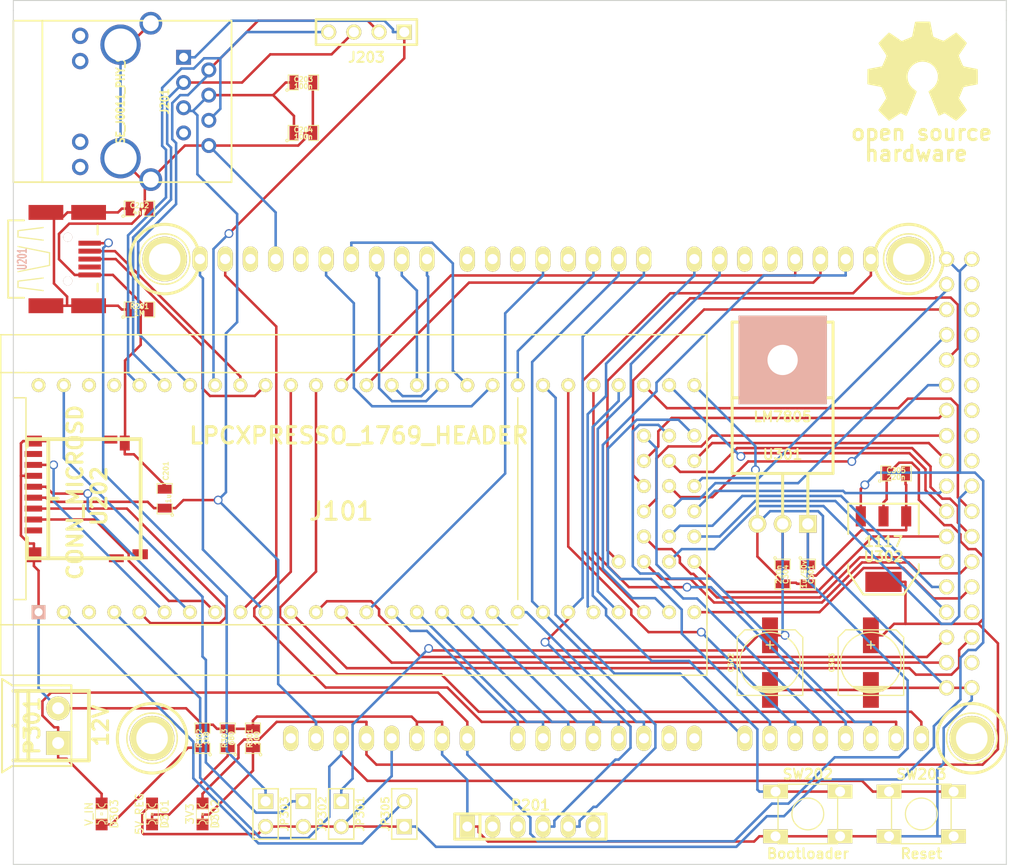
<source format=kicad_pcb>
(kicad_pcb (version 20171130) (host pcbnew 5.1.12-84ad8e8a86~92~ubuntu20.04.1)

  (general
    (thickness 1.6)
    (drawings 7)
    (tracks 802)
    (zones 0)
    (modules 37)
    (nets 78)
  )

  (page A4)
  (layers
    (0 F.Cu signal)
    (31 B.Cu signal)
    (32 B.Adhes user hide)
    (33 F.Adhes user hide)
    (34 B.Paste user hide)
    (35 F.Paste user hide)
    (36 B.SilkS user hide)
    (37 F.SilkS user hide)
    (38 B.Mask user hide)
    (39 F.Mask user hide)
    (40 Dwgs.User user hide)
    (41 Cmts.User user hide)
    (42 Eco1.User user hide)
    (43 Eco2.User user hide)
    (44 Edge.Cuts user)
  )

  (setup
    (last_trace_width 0.254)
    (trace_clearance 0.2286)
    (zone_clearance 0.508)
    (zone_45_only no)
    (trace_min 0.254)
    (via_size 0.889)
    (via_drill 0.635)
    (via_min_size 0.889)
    (via_min_drill 0.508)
    (uvia_size 0.508)
    (uvia_drill 0.127)
    (uvias_allowed no)
    (uvia_min_size 0.508)
    (uvia_min_drill 0.127)
    (edge_width 0.1)
    (segment_width 0.2)
    (pcb_text_width 0.3)
    (pcb_text_size 1.5 1.5)
    (mod_edge_width 0.15)
    (mod_text_size 1 1)
    (mod_text_width 0.15)
    (pad_size 1.651 1.651)
    (pad_drill 1.016)
    (pad_to_mask_clearance 0)
    (aux_axis_origin 50.8 152.4)
    (visible_elements 7FFFFBBF)
    (pcbplotparams
      (layerselection 0x00030_ffffffff)
      (usegerberextensions true)
      (usegerberattributes true)
      (usegerberadvancedattributes true)
      (creategerberjobfile true)
      (excludeedgelayer true)
      (linewidth 0.150000)
      (plotframeref false)
      (viasonmask false)
      (mode 1)
      (useauxorigin true)
      (hpglpennumber 1)
      (hpglpenspeed 20)
      (hpglpendiameter 15.000000)
      (psnegative false)
      (psa4output false)
      (plotreference true)
      (plotvalue true)
      (plotinvisibletext false)
      (padsonsilk false)
      (subtractmaskfromsilk false)
      (outputformat 1)
      (mirror false)
      (drillshape 0)
      (scaleselection 1)
      (outputdirectory "gerbers/"))
  )

  (net 0 "")
  (net 1 *Bootloader)
  (net 2 *ETH_RD+)
  (net 3 *ETH_RD-)
  (net 4 *ETH_TD+)
  (net 5 *ETH_TD-)
  (net 6 *RESET)
  (net 7 *RX)
  (net 8 *TX)
  (net 9 *USB-D+)
  (net 10 *USB-D-)
  (net 11 +3.3V)
  (net 12 +5V)
  (net 13 /Power/5V_REG)
  (net 14 AD4)
  (net 15 AD5)
  (net 16 CS_1)
  (net 17 E0-DIR)
  (net 18 E0-EN)
  (net 19 E0-STEP)
  (net 20 E1-DIR)
  (net 21 E1-EN)
  (net 22 E1-STEP)
  (net 23 E2-DIR)
  (net 24 E2-EN)
  (net 25 E2-STEP)
  (net 26 ESTOP)
  (net 27 GND)
  (net 28 LPC_VIN)
  (net 29 MISO_0)
  (net 30 MISO_1)
  (net 31 MOSI_0)
  (net 32 MOSI_1)
  (net 33 N-00000111)
  (net 34 N-00000113)
  (net 35 N-00000114)
  (net 36 N-0000098)
  (net 37 P0.21)
  (net 38 P0.22)
  (net 39 P0.4)
  (net 40 P0.5)
  (net 41 POWER1)
  (net 42 POWER2)
  (net 43 POWER3)
  (net 44 POWER4)
  (net 45 POWER5)
  (net 46 POWER6)
  (net 47 RXD2_SCL2)
  (net 48 RXD3_SCL1)
  (net 49 SCK_0)
  (net 50 SCK_1)
  (net 51 SCL0)
  (net 52 SDA0)
  (net 53 SSEL_0)
  (net 54 THERM0)
  (net 55 THERM1)
  (net 56 THERM2)
  (net 57 THERM3)
  (net 58 TXD2_SDA2)
  (net 59 TXD3_SDA1)
  (net 60 VIN)
  (net 61 VUSB1)
  (net 62 VUSB2)
  (net 63 X-DIR)
  (net 64 X-EN)
  (net 65 X-STEP)
  (net 66 XMAX)
  (net 67 XMIN)
  (net 68 Y-DIR)
  (net 69 Y-EN)
  (net 70 Y-STEP)
  (net 71 YMAX)
  (net 72 YMIN)
  (net 73 Z-DIR)
  (net 74 Z-EN)
  (net 75 Z-STEP)
  (net 76 ZMAX)
  (net 77 ZMIN)

  (net_class Default "This is the default net class."
    (clearance 0.2286)
    (trace_width 0.254)
    (via_dia 0.889)
    (via_drill 0.635)
    (uvia_dia 0.508)
    (uvia_drill 0.127)
    (add_net *Bootloader)
    (add_net *ETH_RD+)
    (add_net *ETH_RD-)
    (add_net *ETH_TD+)
    (add_net *ETH_TD-)
    (add_net *RESET)
    (add_net *RX)
    (add_net *TX)
    (add_net *USB-D+)
    (add_net *USB-D-)
    (add_net +3.3V)
    (add_net +5V)
    (add_net /Power/5V_REG)
    (add_net AD4)
    (add_net AD5)
    (add_net CS_1)
    (add_net E0-DIR)
    (add_net E0-EN)
    (add_net E0-STEP)
    (add_net E1-DIR)
    (add_net E1-EN)
    (add_net E1-STEP)
    (add_net E2-DIR)
    (add_net E2-EN)
    (add_net E2-STEP)
    (add_net ESTOP)
    (add_net GND)
    (add_net LPC_VIN)
    (add_net MISO_0)
    (add_net MISO_1)
    (add_net MOSI_0)
    (add_net MOSI_1)
    (add_net N-00000111)
    (add_net N-00000113)
    (add_net N-00000114)
    (add_net N-0000098)
    (add_net P0.21)
    (add_net P0.22)
    (add_net P0.4)
    (add_net P0.5)
    (add_net POWER1)
    (add_net POWER2)
    (add_net POWER3)
    (add_net POWER4)
    (add_net POWER5)
    (add_net POWER6)
    (add_net RXD2_SCL2)
    (add_net RXD3_SCL1)
    (add_net SCK_0)
    (add_net SCK_1)
    (add_net SCL0)
    (add_net SDA0)
    (add_net SSEL_0)
    (add_net THERM0)
    (add_net THERM1)
    (add_net THERM2)
    (add_net THERM3)
    (add_net TXD2_SDA2)
    (add_net TXD3_SDA1)
    (add_net VIN)
    (add_net VUSB1)
    (add_net VUSB2)
    (add_net X-DIR)
    (add_net X-EN)
    (add_net X-STEP)
    (add_net XMAX)
    (add_net XMIN)
    (add_net Y-DIR)
    (add_net Y-EN)
    (add_net Y-STEP)
    (add_net YMAX)
    (add_net YMIN)
    (add_net Z-DIR)
    (add_net Z-EN)
    (add_net Z-STEP)
    (add_net ZMAX)
    (add_net ZMIN)
  )

  (module MBED_LPCXPRESSO (layer F.Cu) (tedit 52571926) (tstamp 52491623)
    (at 83.82 115.57)
    (tags "MBED LPCXPRESSO")
    (path /5248CD31)
    (fp_text reference J101 (at 0 1.27) (layer F.SilkS)
      (effects (font (size 1.778 1.778) (thickness 0.3048)))
    )
    (fp_text value LPCXPRESSO_1769_HEADER (at 1.778 -6.35) (layer F.SilkS)
      (effects (font (size 1.651 1.651) (thickness 0.3048)))
    )
    (fp_line (start 36.83 12.7) (end 36.83 -12.7) (layer F.SilkS) (width 0.15))
    (fp_line (start -30.48 -12.7) (end -31.75 -12.7) (layer F.SilkS) (width 0.15))
    (fp_line (start 36.83 17.78) (end -34.29 17.78) (layer F.SilkS) (width 0.15))
    (fp_line (start 36.83 -16.51) (end 36.83 17.78) (layer F.SilkS) (width 0.15))
    (fp_line (start -34.29 -16.51) (end 36.83 -16.51) (layer F.SilkS) (width 0.15))
    (fp_line (start -34.29 17.78) (end -34.29 -16.51) (layer F.SilkS) (width 0.15))
    (fp_line (start -31.75 -12.7) (end -33.02 -12.7) (layer F.SilkS) (width 0.15))
    (fp_line (start -31.75 12.7) (end -33.02 12.7) (layer F.SilkS) (width 0.15))
    (fp_line (start 17.78 10.16) (end 17.78 -10.16) (layer F.SilkS) (width 0.15))
    (fp_line (start 17.78 12.7) (end -31.75 12.7) (layer F.SilkS) (width 0.15))
    (fp_line (start -30.48 -12.7) (end 17.78 -12.7) (layer F.SilkS) (width 0.15))
    (fp_line (start -33.02 12.7) (end -34.29 12.7) (layer F.SilkS) (width 0.15))
    (fp_line (start -33.02 -12.7) (end -34.29 -12.7) (layer F.SilkS) (width 0.15))
    (fp_line (start -31.75 -10.16) (end -33.02 -10.16) (layer F.SilkS) (width 0.15))
    (fp_line (start -31.75 10.16) (end -31.75 -10.16) (layer F.SilkS) (width 0.15))
    (fp_line (start -33.02 10.16) (end -31.75 10.16) (layer F.SilkS) (width 0.15))
    (pad 1 thru_hole rect (at -30.48 11.43) (size 1.397 1.397) (drill 0.8128) (layers *.Cu *.SilkS *.Mask)
      (net 27 GND))
    (pad 2 thru_hole circle (at -27.94 11.43) (size 1.397 1.397) (drill 0.8128) (layers *.Cu *.Mask F.SilkS)
      (net 28 LPC_VIN))
    (pad 3 thru_hole circle (at -25.4 11.43) (size 1.397 1.397) (drill 0.8128) (layers *.Cu *.Mask F.SilkS))
    (pad 4 thru_hole circle (at -22.86 11.43) (size 1.397 1.397) (drill 0.8128) (layers *.Cu *.Mask F.SilkS)
      (net 6 *RESET))
    (pad 5 thru_hole circle (at -20.32 11.43) (size 1.397 1.397) (drill 0.8128) (layers *.Cu *.Mask F.SilkS)
      (net 32 MOSI_1))
    (pad 6 thru_hole circle (at -17.78 11.43) (size 1.397 1.397) (drill 0.8128) (layers *.Cu *.Mask F.SilkS)
      (net 30 MISO_1))
    (pad 7 thru_hole circle (at -15.24 11.43) (size 1.397 1.397) (drill 0.8128) (layers *.Cu *.Mask F.SilkS)
      (net 50 SCK_1))
    (pad 8 thru_hole circle (at -12.7 11.43) (size 1.397 1.397) (drill 0.8128) (layers *.Cu *.Mask F.SilkS)
      (net 16 CS_1))
    (pad 9 thru_hole circle (at -10.16 11.43) (size 1.397 1.397) (drill 0.8128) (layers *.Cu *.Mask F.SilkS)
      (net 59 TXD3_SDA1))
    (pad 10 thru_hole circle (at -7.62 11.43) (size 1.397 1.397) (drill 0.8128) (layers *.Cu *.Mask F.SilkS)
      (net 48 RXD3_SCL1))
    (pad 11 thru_hole circle (at -5.08 11.43) (size 1.397 1.397) (drill 0.8128) (layers *.Cu *.Mask F.SilkS)
      (net 31 MOSI_0))
    (pad 12 thru_hole circle (at -2.54 11.43) (size 1.397 1.397) (drill 0.8128) (layers *.Cu *.Mask F.SilkS)
      (net 29 MISO_0))
    (pad 13 thru_hole circle (at 0 11.43) (size 1.397 1.397) (drill 0.8128) (layers *.Cu *.Mask F.SilkS)
      (net 49 SCK_0))
    (pad 14 thru_hole circle (at 2.54 11.43) (size 1.397 1.397) (drill 0.8128) (layers *.Cu *.Mask F.SilkS)
      (net 53 SSEL_0))
    (pad 15 thru_hole circle (at 5.08 11.43) (size 1.397 1.397) (drill 0.8128) (layers *.Cu *.Mask F.SilkS)
      (net 54 THERM0))
    (pad 16 thru_hole circle (at 7.62 11.43) (size 1.397 1.397) (drill 0.8128) (layers *.Cu *.Mask F.SilkS)
      (net 55 THERM1))
    (pad 17 thru_hole circle (at 10.16 11.43) (size 1.397 1.397) (drill 0.8128) (layers *.Cu *.Mask F.SilkS)
      (net 56 THERM2))
    (pad 18 thru_hole circle (at 12.7 11.43) (size 1.397 1.397) (drill 0.8128) (layers *.Cu *.Mask F.SilkS)
      (net 57 THERM3))
    (pad 19 thru_hole circle (at 15.24 11.43) (size 1.397 1.397) (drill 0.8128) (layers *.Cu *.Mask F.SilkS)
      (net 14 AD4))
    (pad 20 thru_hole circle (at 17.78 11.43) (size 1.397 1.397) (drill 0.8128) (layers *.Cu *.Mask F.SilkS)
      (net 15 AD5))
    (pad 21 thru_hole circle (at 20.32 11.43) (size 1.397 1.397) (drill 0.8128) (layers *.Cu *.Mask F.SilkS)
      (net 8 *TX))
    (pad 22 thru_hole circle (at 22.86 11.43) (size 1.397 1.397) (drill 0.8128) (layers *.Cu *.Mask F.SilkS)
      (net 7 *RX))
    (pad 23 thru_hole circle (at 25.4 11.43) (size 1.397 1.397) (drill 0.8128) (layers *.Cu *.Mask F.SilkS)
      (net 37 P0.21))
    (pad 24 thru_hole circle (at 27.94 11.43) (size 1.397 1.397) (drill 0.8128) (layers *.Cu *.Mask F.SilkS)
      (net 38 P0.22))
    (pad 25 thru_hole circle (at 30.48 11.43) (size 1.397 1.397) (drill 0.8128) (layers *.Cu *.Mask F.SilkS)
      (net 52 SDA0))
    (pad 26 thru_hole circle (at 33.02 11.43) (size 1.397 1.397) (drill 0.8128) (layers *.Cu *.Mask F.SilkS)
      (net 51 SCL0))
    (pad 27 thru_hole circle (at 35.56 11.43) (size 1.397 1.397) (drill 0.8128) (layers *.Cu *.Mask F.SilkS)
      (net 23 E2-DIR))
    (pad 28 thru_hole circle (at -30.48 -11.43) (size 1.397 1.397) (drill 0.8128) (layers *.Cu *.Mask F.SilkS))
    (pad 29 thru_hole circle (at -27.94 -11.43) (size 1.397 1.397) (drill 0.8128) (layers *.Cu *.Mask F.SilkS)
      (net 61 VUSB1))
    (pad 30 thru_hole circle (at -25.4 -11.43) (size 1.397 1.397) (drill 0.8128) (layers *.Cu *.Mask F.SilkS))
    (pad 31 thru_hole circle (at -22.86 -11.43) (size 1.397 1.397) (drill 0.8128) (layers *.Cu *.Mask F.SilkS))
    (pad 32 thru_hole circle (at -20.32 -11.43) (size 1.397 1.397) (drill 0.8128) (layers *.Cu *.Mask F.SilkS)
      (net 3 *ETH_RD-))
    (pad 33 thru_hole circle (at -17.78 -11.43) (size 1.397 1.397) (drill 0.8128) (layers *.Cu *.Mask F.SilkS)
      (net 2 *ETH_RD+))
    (pad 34 thru_hole circle (at -15.24 -11.43) (size 1.397 1.397) (drill 0.8128) (layers *.Cu *.Mask F.SilkS)
      (net 5 *ETH_TD-))
    (pad 35 thru_hole circle (at -12.7 -11.43) (size 1.397 1.397) (drill 0.8128) (layers *.Cu *.Mask F.SilkS)
      (net 4 *ETH_TD+))
    (pad 36 thru_hole circle (at -10.16 -11.43) (size 1.397 1.397) (drill 0.8128) (layers *.Cu *.Mask F.SilkS)
      (net 10 *USB-D-))
    (pad 37 thru_hole circle (at -7.62 -11.43) (size 1.397 1.397) (drill 0.8128) (layers *.Cu *.Mask F.SilkS)
      (net 9 *USB-D+))
    (pad 38 thru_hole circle (at -5.08 -11.43) (size 1.397 1.397) (drill 0.8128) (layers *.Cu *.Mask F.SilkS)
      (net 39 P0.4))
    (pad 39 thru_hole circle (at -2.54 -11.43) (size 1.397 1.397) (drill 0.8128) (layers *.Cu *.Mask F.SilkS)
      (net 40 P0.5))
    (pad 40 thru_hole circle (at 0 -11.43) (size 1.397 1.397) (drill 0.8128) (layers *.Cu *.Mask F.SilkS)
      (net 58 TXD2_SDA2))
    (pad 41 thru_hole circle (at 2.54 -11.43) (size 1.397 1.397) (drill 0.8128) (layers *.Cu *.Mask F.SilkS)
      (net 47 RXD2_SCL2))
    (pad 42 thru_hole circle (at 5.08 -11.43) (size 1.397 1.397) (drill 0.8128) (layers *.Cu *.Mask F.SilkS)
      (net 41 POWER1))
    (pad 43 thru_hole circle (at 7.62 -11.43) (size 1.397 1.397) (drill 0.8128) (layers *.Cu *.Mask F.SilkS)
      (net 42 POWER2))
    (pad 44 thru_hole circle (at 10.16 -11.43) (size 1.397 1.397) (drill 0.8128) (layers *.Cu *.Mask F.SilkS)
      (net 43 POWER3))
    (pad 45 thru_hole circle (at 12.7 -11.43) (size 1.397 1.397) (drill 0.8128) (layers *.Cu *.Mask F.SilkS)
      (net 44 POWER4))
    (pad 46 thru_hole circle (at 15.24 -11.43) (size 1.397 1.397) (drill 0.8128) (layers *.Cu *.Mask F.SilkS)
      (net 45 POWER5))
    (pad 47 thru_hole circle (at 17.78 -11.43) (size 1.397 1.397) (drill 0.8128) (layers *.Cu *.Mask F.SilkS)
      (net 46 POWER6))
    (pad 48 thru_hole circle (at 20.32 -11.43) (size 1.397 1.397) (drill 0.8128) (layers *.Cu *.Mask F.SilkS)
      (net 63 X-DIR))
    (pad 49 thru_hole circle (at 22.86 -11.43) (size 1.397 1.397) (drill 0.8128) (layers *.Cu *.Mask F.SilkS)
      (net 68 Y-DIR))
    (pad 50 thru_hole circle (at 25.4 -11.43) (size 1.397 1.397) (drill 0.8128) (layers *.Cu *.Mask F.SilkS)
      (net 73 Z-DIR))
    (pad 51 thru_hole circle (at 27.94 -11.43) (size 1.397 1.397) (drill 0.8128) (layers *.Cu *.Mask F.SilkS)
      (net 1 *Bootloader))
    (pad 52 thru_hole circle (at 30.48 -11.43) (size 1.397 1.397) (drill 0.8128) (layers *.Cu *.Mask F.SilkS)
      (net 20 E1-DIR))
    (pad 53 thru_hole circle (at 33.02 -11.43) (size 1.397 1.397) (drill 0.8128) (layers *.Cu *.Mask F.SilkS)
      (net 26 ESTOP))
    (pad 54 thru_hole circle (at 35.56 -11.43) (size 1.397 1.397) (drill 0.8128) (layers *.Cu *.Mask F.SilkS)
      (net 27 GND))
    (pad 101 thru_hole circle (at 35.56 -6.35) (size 1.397 1.397) (drill 0.8128) (layers *.Cu *.Mask F.SilkS)
      (net 65 X-STEP))
    (pad 102 thru_hole circle (at 33.02 -6.35) (size 1.397 1.397) (drill 0.8128) (layers *.Cu *.Mask F.SilkS)
      (net 70 Y-STEP))
    (pad 103 thru_hole circle (at 30.48 -6.35) (size 1.397 1.397) (drill 0.8128) (layers *.Cu *.Mask F.SilkS)
      (net 75 Z-STEP))
    (pad 104 thru_hole circle (at 35.56 -3.81) (size 1.397 1.397) (drill 0.8128) (layers *.Cu *.Mask F.SilkS)
      (net 19 E0-STEP))
    (pad 105 thru_hole circle (at 33.02 -3.81) (size 1.397 1.397) (drill 0.8128) (layers *.Cu *.Mask F.SilkS)
      (net 22 E1-STEP))
    (pad 106 thru_hole circle (at 30.48 -3.81) (size 1.397 1.397) (drill 0.8128) (layers *.Cu *.Mask F.SilkS)
      (net 25 E2-STEP))
    (pad 107 thru_hole circle (at 35.56 -1.27) (size 1.397 1.397) (drill 0.8128) (layers *.Cu *.Mask F.SilkS)
      (net 67 XMIN))
    (pad 108 thru_hole circle (at 33.02 -1.27) (size 1.397 1.397) (drill 0.8128) (layers *.Cu *.Mask F.SilkS)
      (net 66 XMAX))
    (pad 109 thru_hole circle (at 30.48 -1.27) (size 1.397 1.397) (drill 0.8128) (layers *.Cu *.Mask F.SilkS)
      (net 72 YMIN))
    (pad 110 thru_hole circle (at 35.56 1.27) (size 1.397 1.397) (drill 0.8128) (layers *.Cu *.Mask F.SilkS)
      (net 71 YMAX))
    (pad 111 thru_hole circle (at 33.02 1.27) (size 1.397 1.397) (drill 0.8128) (layers *.Cu *.Mask F.SilkS)
      (net 77 ZMIN))
    (pad 112 thru_hole circle (at 30.48 1.27) (size 1.397 1.397) (drill 0.8128) (layers *.Cu *.Mask F.SilkS)
      (net 76 ZMAX))
    (pad 113 thru_hole circle (at 35.56 3.81) (size 1.397 1.397) (drill 0.8128) (layers *.Cu *.Mask F.SilkS)
      (net 64 X-EN))
    (pad 114 thru_hole circle (at 33.02 3.81) (size 1.397 1.397) (drill 0.8128) (layers *.Cu *.Mask F.SilkS)
      (net 69 Y-EN))
    (pad 115 thru_hole circle (at 30.48 3.81) (size 1.397 1.397) (drill 0.8128) (layers *.Cu *.Mask F.SilkS)
      (net 74 Z-EN))
    (pad 116 thru_hole circle (at 35.56 6.35) (size 1.397 1.397) (drill 0.8128) (layers *.Cu *.Mask F.SilkS)
      (net 18 E0-EN))
    (pad 117 thru_hole circle (at 33.02 6.35) (size 1.397 1.397) (drill 0.8128) (layers *.Cu *.Mask F.SilkS)
      (net 21 E1-EN))
    (pad 118 thru_hole circle (at 30.48 6.35) (size 1.397 1.397) (drill 0.8128) (layers *.Cu *.Mask F.SilkS)
      (net 24 E2-EN))
    (pad 119 thru_hole circle (at 27.94 6.35) (size 1.397 1.397) (drill 0.8128) (layers *.Cu *.Mask F.SilkS)
      (net 17 E0-DIR))
    (model ../KiCAD_Libraries/packages3d/rmc/misc/mbed.wrl
      (offset (xyz 17.77999973297119 11.42999982833862 5.079999923706055))
      (scale (xyz 1 1 1))
      (rotate (xyz 0 0 180))
    )
  )

  (module SW_6x6_MULTI (layer F.Cu) (tedit 4FB198AB) (tstamp 52540764)
    (at 130.81 147.32)
    (descr "6x6mm tactile switch SMT/TH footprint")
    (tags switch)
    (path /52531F85/525358A9)
    (fp_text reference SW202 (at 0 -4.0005) (layer F.SilkS)
      (effects (font (size 1.016 1.016) (thickness 0.2032)))
    )
    (fp_text value Bootloader (at 0 4.0005) (layer F.SilkS)
      (effects (font (size 1.016 1.016) (thickness 0.2032)))
    )
    (fp_line (start 2.99974 -2.99974) (end -2.99974 -2.99974) (layer F.SilkS) (width 0.127))
    (fp_line (start 2.99974 2.9972) (end 2.99974 -3.00228) (layer F.SilkS) (width 0.127))
    (fp_line (start -2.99974 2.99974) (end 2.99974 2.99974) (layer F.SilkS) (width 0.127))
    (fp_line (start -3.00228 -2.99974) (end -3.00228 2.99974) (layer F.SilkS) (width 0.127))
    (fp_circle (center -0.00254 0) (end 0.99822 1.24968) (layer F.SilkS) (width 0.127))
    (pad 1 thru_hole rect (at 3.24866 -2.25044) (size 2.49936 1.397) (drill 1.00076) (layers *.Cu *.Mask F.SilkS)
      (net 1 *Bootloader))
    (pad 2 thru_hole rect (at 3.24866 2.25044) (size 2.49936 1.397) (drill 1.00076) (layers *.Cu *.Mask F.SilkS)
      (net 27 GND))
    (pad 1 thru_hole rect (at -3.2512 -2.25044) (size 2.49936 1.397) (drill 1.00076) (layers *.Cu *.Mask F.SilkS)
      (net 1 *Bootloader))
    (pad 2 thru_hole rect (at -3.2512 2.25044) (size 2.49936 1.397) (drill 1.00076) (layers *.Cu *.Mask F.SilkS)
      (net 27 GND))
    (model ..\KiCAD_Libraries\packages3d\rmc\tyco\tyco_2-1825910-2-c.wrl
      (offset (xyz 0 0 8.127999877929687))
      (scale (xyz 1 1 1))
      (rotate (xyz 0 0 90))
    )
  )

  (module SOT223 (layer F.Cu) (tedit 200000) (tstamp 52540774)
    (at 138.43 120.65 180)
    (descr "module CMS SOT223 4 pins")
    (tags "CMS SOT")
    (path /52533BDB/52540AF0)
    (attr smd)
    (fp_text reference U302 (at 0 -0.762 180) (layer F.SilkS)
      (effects (font (size 1.016 1.016) (thickness 0.2032)))
    )
    (fp_text value 1117 (at 0 0.762 180) (layer F.SilkS)
      (effects (font (size 1.016 1.016) (thickness 0.2032)))
    )
    (fp_line (start 3.556 -2.286) (end 3.556 -1.524) (layer F.SilkS) (width 0.2032))
    (fp_line (start 2.032 -4.572) (end 3.556 -2.286) (layer F.SilkS) (width 0.2032))
    (fp_line (start -2.032 -4.572) (end 2.032 -4.572) (layer F.SilkS) (width 0.2032))
    (fp_line (start -3.556 -2.286) (end -2.032 -4.572) (layer F.SilkS) (width 0.2032))
    (fp_line (start -3.556 -1.524) (end -3.556 -2.286) (layer F.SilkS) (width 0.2032))
    (fp_line (start 3.556 4.572) (end 3.556 1.524) (layer F.SilkS) (width 0.2032))
    (fp_line (start -3.556 4.572) (end 3.556 4.572) (layer F.SilkS) (width 0.2032))
    (fp_line (start -3.556 1.524) (end -3.556 4.572) (layer F.SilkS) (width 0.2032))
    (pad 4 smd rect (at 0 -3.302 180) (size 3.6576 2.032) (layers F.Cu F.Paste F.Mask)
      (net 11 +3.3V))
    (pad 2 smd rect (at 0 3.302 180) (size 1.016 2.032) (layers F.Cu F.Paste F.Mask)
      (net 11 +3.3V))
    (pad 3 smd rect (at 2.286 3.302 180) (size 1.016 2.032) (layers F.Cu F.Paste F.Mask)
      (net 12 +5V))
    (pad 1 smd rect (at -2.286 3.302 180) (size 1.016 2.032) (layers F.Cu F.Paste F.Mask)
      (net 27 GND))
    (model smd/SOT223.wrl
      (at (xyz 0 0 0))
      (scale (xyz 0.4 0.4 0.4))
      (rotate (xyz 0 0 0))
    )
  )

  (module SM0805 (layer F.Cu) (tedit 5091495C) (tstamp 52540781)
    (at 63.5 96.52)
    (path /52531F85/52533160)
    (attr smd)
    (fp_text reference R201 (at 0 -0.3175) (layer F.SilkS)
      (effects (font (size 0.50038 0.50038) (thickness 0.10922)))
    )
    (fp_text value 1M (at 0 0.381) (layer F.SilkS)
      (effects (font (size 0.50038 0.50038) (thickness 0.10922)))
    )
    (fp_line (start 1.524 0.762) (end 0.508 0.762) (layer F.SilkS) (width 0.09906))
    (fp_line (start 1.524 -0.762) (end 1.524 0.762) (layer F.SilkS) (width 0.09906))
    (fp_line (start 0.508 -0.762) (end 1.524 -0.762) (layer F.SilkS) (width 0.09906))
    (fp_line (start -1.524 -0.762) (end -0.508 -0.762) (layer F.SilkS) (width 0.09906))
    (fp_line (start -1.524 0.762) (end -1.524 -0.762) (layer F.SilkS) (width 0.09906))
    (fp_line (start -0.508 0.762) (end -1.524 0.762) (layer F.SilkS) (width 0.09906))
    (fp_circle (center -1.651 0.762) (end -1.651 0.635) (layer F.SilkS) (width 0.09906))
    (pad 1 smd rect (at -0.9525 0) (size 0.889 1.397) (layers F.Cu F.Paste F.Mask)
      (net 36 N-0000098))
    (pad 2 smd rect (at 0.9525 0) (size 0.889 1.397) (layers F.Cu F.Paste F.Mask)
      (net 27 GND))
    (model smd/chip_cms.wrl
      (at (xyz 0 0 0))
      (scale (xyz 0.1 0.1 0.1))
      (rotate (xyz 0 0 0))
    )
  )

  (module SM0805 (layer F.Cu) (tedit 5091495C) (tstamp 5254078E)
    (at 63.5 86.36)
    (path /52531F85/5253316F)
    (attr smd)
    (fp_text reference C202 (at 0 -0.3175) (layer F.SilkS)
      (effects (font (size 0.50038 0.50038) (thickness 0.10922)))
    )
    (fp_text value 4n7 (at 0 0.381) (layer F.SilkS)
      (effects (font (size 0.50038 0.50038) (thickness 0.10922)))
    )
    (fp_line (start 1.524 0.762) (end 0.508 0.762) (layer F.SilkS) (width 0.09906))
    (fp_line (start 1.524 -0.762) (end 1.524 0.762) (layer F.SilkS) (width 0.09906))
    (fp_line (start 0.508 -0.762) (end 1.524 -0.762) (layer F.SilkS) (width 0.09906))
    (fp_line (start -1.524 -0.762) (end -0.508 -0.762) (layer F.SilkS) (width 0.09906))
    (fp_line (start -1.524 0.762) (end -1.524 -0.762) (layer F.SilkS) (width 0.09906))
    (fp_line (start -0.508 0.762) (end -1.524 0.762) (layer F.SilkS) (width 0.09906))
    (fp_circle (center -1.651 0.762) (end -1.651 0.635) (layer F.SilkS) (width 0.09906))
    (pad 1 smd rect (at -0.9525 0) (size 0.889 1.397) (layers F.Cu F.Paste F.Mask)
      (net 36 N-0000098))
    (pad 2 smd rect (at 0.9525 0) (size 0.889 1.397) (layers F.Cu F.Paste F.Mask)
      (net 27 GND))
    (model smd/chip_cms.wrl
      (at (xyz 0 0 0))
      (scale (xyz 0.1 0.1 0.1))
      (rotate (xyz 0 0 0))
    )
  )

  (module SM0805 (layer F.Cu) (tedit 5091495C) (tstamp 5254079B)
    (at 130.81 123.19 270)
    (path /52533BDB/5253463E)
    (attr smd)
    (fp_text reference C301 (at 0 -0.3175 270) (layer F.SilkS)
      (effects (font (size 0.50038 0.50038) (thickness 0.10922)))
    )
    (fp_text value 1u/50v (at 0 0.381 270) (layer F.SilkS)
      (effects (font (size 0.50038 0.50038) (thickness 0.10922)))
    )
    (fp_line (start 1.524 0.762) (end 0.508 0.762) (layer F.SilkS) (width 0.09906))
    (fp_line (start 1.524 -0.762) (end 1.524 0.762) (layer F.SilkS) (width 0.09906))
    (fp_line (start 0.508 -0.762) (end 1.524 -0.762) (layer F.SilkS) (width 0.09906))
    (fp_line (start -1.524 -0.762) (end -0.508 -0.762) (layer F.SilkS) (width 0.09906))
    (fp_line (start -1.524 0.762) (end -1.524 -0.762) (layer F.SilkS) (width 0.09906))
    (fp_line (start -0.508 0.762) (end -1.524 0.762) (layer F.SilkS) (width 0.09906))
    (fp_circle (center -1.651 0.762) (end -1.651 0.635) (layer F.SilkS) (width 0.09906))
    (pad 1 smd rect (at -0.9525 0 270) (size 0.889 1.397) (layers F.Cu F.Paste F.Mask)
      (net 60 VIN))
    (pad 2 smd rect (at 0.9525 0 270) (size 0.889 1.397) (layers F.Cu F.Paste F.Mask)
      (net 27 GND))
    (model smd/chip_cms.wrl
      (at (xyz 0 0 0))
      (scale (xyz 0.1 0.1 0.1))
      (rotate (xyz 0 0 0))
    )
  )

  (module SM0805 (layer F.Cu) (tedit 52571931) (tstamp 525407A8)
    (at 66.04 115.57 90)
    (path /52531F85/525357E3)
    (attr smd)
    (fp_text reference C201 (at 2.794 0.127 90) (layer F.SilkS)
      (effects (font (size 0.50038 0.50038) (thickness 0.10922)))
    )
    (fp_text value 1u (at 0 0.381 90) (layer F.SilkS)
      (effects (font (size 0.50038 0.50038) (thickness 0.10922)))
    )
    (fp_line (start 1.524 0.762) (end 0.508 0.762) (layer F.SilkS) (width 0.09906))
    (fp_line (start 1.524 -0.762) (end 1.524 0.762) (layer F.SilkS) (width 0.09906))
    (fp_line (start 0.508 -0.762) (end 1.524 -0.762) (layer F.SilkS) (width 0.09906))
    (fp_line (start -1.524 -0.762) (end -0.508 -0.762) (layer F.SilkS) (width 0.09906))
    (fp_line (start -1.524 0.762) (end -1.524 -0.762) (layer F.SilkS) (width 0.09906))
    (fp_line (start -0.508 0.762) (end -1.524 0.762) (layer F.SilkS) (width 0.09906))
    (fp_circle (center -1.651 0.762) (end -1.651 0.635) (layer F.SilkS) (width 0.09906))
    (pad 1 smd rect (at -0.9525 0 90) (size 0.889 1.397) (layers F.Cu F.Paste F.Mask)
      (net 11 +3.3V))
    (pad 2 smd rect (at 0.9525 0 90) (size 0.889 1.397) (layers F.Cu F.Paste F.Mask)
      (net 27 GND))
    (model smd/chip_cms.wrl
      (at (xyz 0 0 0))
      (scale (xyz 0.1 0.1 0.1))
      (rotate (xyz 0 0 0))
    )
  )

  (module SM0805 (layer F.Cu) (tedit 5091495C) (tstamp 525407B5)
    (at 139.7 113.03)
    (path /52533BDB/52534651)
    (attr smd)
    (fp_text reference C305 (at 0 -0.3175) (layer F.SilkS)
      (effects (font (size 0.50038 0.50038) (thickness 0.10922)))
    )
    (fp_text value 220n (at 0 0.381) (layer F.SilkS)
      (effects (font (size 0.50038 0.50038) (thickness 0.10922)))
    )
    (fp_line (start 1.524 0.762) (end 0.508 0.762) (layer F.SilkS) (width 0.09906))
    (fp_line (start 1.524 -0.762) (end 1.524 0.762) (layer F.SilkS) (width 0.09906))
    (fp_line (start 0.508 -0.762) (end 1.524 -0.762) (layer F.SilkS) (width 0.09906))
    (fp_line (start -1.524 -0.762) (end -0.508 -0.762) (layer F.SilkS) (width 0.09906))
    (fp_line (start -1.524 0.762) (end -1.524 -0.762) (layer F.SilkS) (width 0.09906))
    (fp_line (start -0.508 0.762) (end -1.524 0.762) (layer F.SilkS) (width 0.09906))
    (fp_circle (center -1.651 0.762) (end -1.651 0.635) (layer F.SilkS) (width 0.09906))
    (pad 1 smd rect (at -0.9525 0) (size 0.889 1.397) (layers F.Cu F.Paste F.Mask)
      (net 11 +3.3V))
    (pad 2 smd rect (at 0.9525 0) (size 0.889 1.397) (layers F.Cu F.Paste F.Mask)
      (net 27 GND))
    (model smd/chip_cms.wrl
      (at (xyz 0 0 0))
      (scale (xyz 0.1 0.1 0.1))
      (rotate (xyz 0 0 0))
    )
  )

  (module SM0805 (layer F.Cu) (tedit 5091495C) (tstamp 525407C2)
    (at 128.27 123.19 270)
    (path /52533BDB/52534657)
    (attr smd)
    (fp_text reference C304 (at 0 -0.3175 270) (layer F.SilkS)
      (effects (font (size 0.50038 0.50038) (thickness 0.10922)))
    )
    (fp_text value 220n (at 0 0.381 270) (layer F.SilkS)
      (effects (font (size 0.50038 0.50038) (thickness 0.10922)))
    )
    (fp_line (start 1.524 0.762) (end 0.508 0.762) (layer F.SilkS) (width 0.09906))
    (fp_line (start 1.524 -0.762) (end 1.524 0.762) (layer F.SilkS) (width 0.09906))
    (fp_line (start 0.508 -0.762) (end 1.524 -0.762) (layer F.SilkS) (width 0.09906))
    (fp_line (start -1.524 -0.762) (end -0.508 -0.762) (layer F.SilkS) (width 0.09906))
    (fp_line (start -1.524 0.762) (end -1.524 -0.762) (layer F.SilkS) (width 0.09906))
    (fp_line (start -0.508 0.762) (end -1.524 0.762) (layer F.SilkS) (width 0.09906))
    (fp_circle (center -1.651 0.762) (end -1.651 0.635) (layer F.SilkS) (width 0.09906))
    (pad 1 smd rect (at -0.9525 0 270) (size 0.889 1.397) (layers F.Cu F.Paste F.Mask)
      (net 13 /Power/5V_REG))
    (pad 2 smd rect (at 0.9525 0 270) (size 0.889 1.397) (layers F.Cu F.Paste F.Mask)
      (net 27 GND))
    (model smd/chip_cms.wrl
      (at (xyz 0 0 0))
      (scale (xyz 0.1 0.1 0.1))
      (rotate (xyz 0 0 0))
    )
  )

  (module SM0805 (layer F.Cu) (tedit 5091495C) (tstamp 525407CF)
    (at 74.93 139.7 90)
    (path /52533BDB/525346CD)
    (attr smd)
    (fp_text reference R301 (at 0 -0.3175 90) (layer F.SilkS)
      (effects (font (size 0.50038 0.50038) (thickness 0.10922)))
    )
    (fp_text value 100 (at 0 0.381 90) (layer F.SilkS)
      (effects (font (size 0.50038 0.50038) (thickness 0.10922)))
    )
    (fp_line (start 1.524 0.762) (end 0.508 0.762) (layer F.SilkS) (width 0.09906))
    (fp_line (start 1.524 -0.762) (end 1.524 0.762) (layer F.SilkS) (width 0.09906))
    (fp_line (start 0.508 -0.762) (end 1.524 -0.762) (layer F.SilkS) (width 0.09906))
    (fp_line (start -1.524 -0.762) (end -0.508 -0.762) (layer F.SilkS) (width 0.09906))
    (fp_line (start -1.524 0.762) (end -1.524 -0.762) (layer F.SilkS) (width 0.09906))
    (fp_line (start -0.508 0.762) (end -1.524 0.762) (layer F.SilkS) (width 0.09906))
    (fp_circle (center -1.651 0.762) (end -1.651 0.635) (layer F.SilkS) (width 0.09906))
    (pad 1 smd rect (at -0.9525 0 90) (size 0.889 1.397) (layers F.Cu F.Paste F.Mask)
      (net 34 N-00000113))
    (pad 2 smd rect (at 0.9525 0 90) (size 0.889 1.397) (layers F.Cu F.Paste F.Mask)
      (net 27 GND))
    (model smd/chip_cms.wrl
      (at (xyz 0 0 0))
      (scale (xyz 0.1 0.1 0.1))
      (rotate (xyz 0 0 0))
    )
  )

  (module SM0805 (layer F.Cu) (tedit 5091495C) (tstamp 525407DC)
    (at 72.39 139.7 90)
    (path /52533BDB/525346C0)
    (attr smd)
    (fp_text reference R303 (at 0 -0.3175 90) (layer F.SilkS)
      (effects (font (size 0.50038 0.50038) (thickness 0.10922)))
    )
    (fp_text value 680 (at 0 0.381 90) (layer F.SilkS)
      (effects (font (size 0.50038 0.50038) (thickness 0.10922)))
    )
    (fp_line (start 1.524 0.762) (end 0.508 0.762) (layer F.SilkS) (width 0.09906))
    (fp_line (start 1.524 -0.762) (end 1.524 0.762) (layer F.SilkS) (width 0.09906))
    (fp_line (start 0.508 -0.762) (end 1.524 -0.762) (layer F.SilkS) (width 0.09906))
    (fp_line (start -1.524 -0.762) (end -0.508 -0.762) (layer F.SilkS) (width 0.09906))
    (fp_line (start -1.524 0.762) (end -1.524 -0.762) (layer F.SilkS) (width 0.09906))
    (fp_line (start -0.508 0.762) (end -1.524 0.762) (layer F.SilkS) (width 0.09906))
    (fp_circle (center -1.651 0.762) (end -1.651 0.635) (layer F.SilkS) (width 0.09906))
    (pad 1 smd rect (at -0.9525 0 90) (size 0.889 1.397) (layers F.Cu F.Paste F.Mask)
      (net 33 N-00000111))
    (pad 2 smd rect (at 0.9525 0 90) (size 0.889 1.397) (layers F.Cu F.Paste F.Mask)
      (net 27 GND))
    (model smd/chip_cms.wrl
      (at (xyz 0 0 0))
      (scale (xyz 0.1 0.1 0.1))
      (rotate (xyz 0 0 0))
    )
  )

  (module SM0805 (layer F.Cu) (tedit 5091495C) (tstamp 52543873)
    (at 69.85 139.7 90)
    (path /52533BDB/525346AC)
    (attr smd)
    (fp_text reference R302 (at 0 -0.3175 90) (layer F.SilkS)
      (effects (font (size 0.50038 0.50038) (thickness 0.10922)))
    )
    (fp_text value 1k8 (at 0 0.381 90) (layer F.SilkS)
      (effects (font (size 0.50038 0.50038) (thickness 0.10922)))
    )
    (fp_line (start 1.524 0.762) (end 0.508 0.762) (layer F.SilkS) (width 0.09906))
    (fp_line (start 1.524 -0.762) (end 1.524 0.762) (layer F.SilkS) (width 0.09906))
    (fp_line (start 0.508 -0.762) (end 1.524 -0.762) (layer F.SilkS) (width 0.09906))
    (fp_line (start -1.524 -0.762) (end -0.508 -0.762) (layer F.SilkS) (width 0.09906))
    (fp_line (start -1.524 0.762) (end -1.524 -0.762) (layer F.SilkS) (width 0.09906))
    (fp_line (start -0.508 0.762) (end -1.524 0.762) (layer F.SilkS) (width 0.09906))
    (fp_circle (center -1.651 0.762) (end -1.651 0.635) (layer F.SilkS) (width 0.09906))
    (pad 1 smd rect (at -0.9525 0 90) (size 0.889 1.397) (layers F.Cu F.Paste F.Mask)
      (net 35 N-00000114))
    (pad 2 smd rect (at 0.9525 0 90) (size 0.889 1.397) (layers F.Cu F.Paste F.Mask)
      (net 27 GND))
    (model smd/chip_cms.wrl
      (at (xyz 0 0 0))
      (scale (xyz 0.1 0.1 0.1))
      (rotate (xyz 0 0 0))
    )
  )

  (module PIN_ARRAY_4x1 (layer F.Cu) (tedit 4C10F42E) (tstamp 52540805)
    (at 86.36 68.58 180)
    (descr "Double rangee de contacts 2 x 5 pins")
    (tags CONN)
    (path /52531F85/52535817)
    (fp_text reference J203 (at 0 -2.54 180) (layer F.SilkS)
      (effects (font (size 1.016 1.016) (thickness 0.2032)))
    )
    (fp_text value Enet (at 0 2.54 180) (layer F.SilkS) hide
      (effects (font (size 1.016 1.016) (thickness 0.2032)))
    )
    (fp_line (start 5.08 1.27) (end 5.08 -1.27) (layer F.SilkS) (width 0.254))
    (fp_line (start -5.08 -1.27) (end -5.08 1.27) (layer F.SilkS) (width 0.254))
    (fp_line (start 5.08 -1.27) (end -5.08 -1.27) (layer F.SilkS) (width 0.254))
    (fp_line (start 5.08 1.27) (end -5.08 1.27) (layer F.SilkS) (width 0.254))
    (pad 1 thru_hole rect (at -3.81 0 180) (size 1.524 1.524) (drill 1.016) (layers *.Cu *.Mask F.SilkS)
      (net 4 *ETH_TD+))
    (pad 2 thru_hole circle (at -1.27 0 180) (size 1.524 1.524) (drill 1.016) (layers *.Cu *.Mask F.SilkS)
      (net 5 *ETH_TD-))
    (pad 3 thru_hole circle (at 1.27 0 180) (size 1.524 1.524) (drill 1.016) (layers *.Cu *.Mask F.SilkS)
      (net 2 *ETH_RD+))
    (pad 4 thru_hole circle (at 3.81 0 180) (size 1.524 1.524) (drill 1.016) (layers *.Cu *.Mask F.SilkS)
      (net 3 *ETH_RD-))
    (model pin_array\pins_array_4x1.wrl
      (at (xyz 0 0 0))
      (scale (xyz 1 1 1))
      (rotate (xyz 0 0 0))
    )
  )

  (module PIN_ARRAY_2X1 (layer F.Cu) (tedit 4565C520) (tstamp 52540819)
    (at 83.82 147.32 270)
    (descr "Connecteurs 2 pins")
    (tags "CONN DEV")
    (path /52533BDB/5253E719)
    (fp_text reference JP301 (at 0 -1.905 270) (layer F.SilkS)
      (effects (font (size 0.762 0.762) (thickness 0.1524)))
    )
    (fp_text value JUMPER (at 0 -1.905 270) (layer F.SilkS) hide
      (effects (font (size 0.762 0.762) (thickness 0.1524)))
    )
    (fp_line (start 2.54 1.27) (end -2.54 1.27) (layer F.SilkS) (width 0.1524))
    (fp_line (start 2.54 -1.27) (end 2.54 1.27) (layer F.SilkS) (width 0.1524))
    (fp_line (start -2.54 -1.27) (end 2.54 -1.27) (layer F.SilkS) (width 0.1524))
    (fp_line (start -2.54 1.27) (end -2.54 -1.27) (layer F.SilkS) (width 0.1524))
    (pad 1 thru_hole rect (at -1.27 0 270) (size 1.524 1.524) (drill 1.016) (layers *.Cu *.Mask F.SilkS)
      (net 13 /Power/5V_REG))
    (pad 2 thru_hole circle (at 1.27 0 270) (size 1.524 1.524) (drill 1.016) (layers *.Cu *.Mask F.SilkS)
      (net 12 +5V))
    (model pin_array/pins_array_2x1.wrl
      (at (xyz 0 0 0))
      (scale (xyz 1 1 1))
      (rotate (xyz 0 0 0))
    )
  )

  (module PIN_ARRAY_2X1 (layer F.Cu) (tedit 4565C520) (tstamp 52540823)
    (at 76.2 147.32 270)
    (descr "Connecteurs 2 pins")
    (tags "CONN DEV")
    (path /52533BDB/5253E736)
    (fp_text reference JP303 (at 0 -1.905 270) (layer F.SilkS)
      (effects (font (size 0.762 0.762) (thickness 0.1524)))
    )
    (fp_text value JUMPER (at 0 -1.905 270) (layer F.SilkS) hide
      (effects (font (size 0.762 0.762) (thickness 0.1524)))
    )
    (fp_line (start 2.54 1.27) (end -2.54 1.27) (layer F.SilkS) (width 0.1524))
    (fp_line (start 2.54 -1.27) (end 2.54 1.27) (layer F.SilkS) (width 0.1524))
    (fp_line (start -2.54 -1.27) (end 2.54 -1.27) (layer F.SilkS) (width 0.1524))
    (fp_line (start -2.54 1.27) (end -2.54 -1.27) (layer F.SilkS) (width 0.1524))
    (pad 1 thru_hole rect (at -1.27 0 270) (size 1.524 1.524) (drill 1.016) (layers *.Cu *.Mask F.SilkS)
      (net 62 VUSB2))
    (pad 2 thru_hole circle (at 1.27 0 270) (size 1.524 1.524) (drill 1.016) (layers *.Cu *.Mask F.SilkS)
      (net 12 +5V))
    (model pin_array/pins_array_2x1.wrl
      (at (xyz 0 0 0))
      (scale (xyz 1 1 1))
      (rotate (xyz 0 0 0))
    )
  )

  (module PIN_ARRAY_2X1 (layer F.Cu) (tedit 4565C520) (tstamp 5254082D)
    (at 80.01 147.32 270)
    (descr "Connecteurs 2 pins")
    (tags "CONN DEV")
    (path /52533BDB/5253E73C)
    (fp_text reference JP302 (at 0 -1.905 270) (layer F.SilkS)
      (effects (font (size 0.762 0.762) (thickness 0.1524)))
    )
    (fp_text value JUMPER (at 0 -1.905 270) (layer F.SilkS) hide
      (effects (font (size 0.762 0.762) (thickness 0.1524)))
    )
    (fp_line (start 2.54 1.27) (end -2.54 1.27) (layer F.SilkS) (width 0.1524))
    (fp_line (start 2.54 -1.27) (end 2.54 1.27) (layer F.SilkS) (width 0.1524))
    (fp_line (start -2.54 -1.27) (end 2.54 -1.27) (layer F.SilkS) (width 0.1524))
    (fp_line (start -2.54 1.27) (end -2.54 -1.27) (layer F.SilkS) (width 0.1524))
    (pad 1 thru_hole rect (at -1.27 0 270) (size 1.524 1.524) (drill 1.016) (layers *.Cu *.Mask F.SilkS)
      (net 61 VUSB1))
    (pad 2 thru_hole circle (at 1.27 0 270) (size 1.524 1.524) (drill 1.016) (layers *.Cu *.Mask F.SilkS)
      (net 12 +5V))
    (model pin_array/pins_array_2x1.wrl
      (at (xyz 0 0 0))
      (scale (xyz 1 1 1))
      (rotate (xyz 0 0 0))
    )
  )

  (module PIN_ARRAY_2X1 (layer F.Cu) (tedit 4565C520) (tstamp 52540837)
    (at 90.17 147.32 90)
    (descr "Connecteurs 2 pins")
    (tags "CONN DEV")
    (path /52533BDB/5253E84E)
    (fp_text reference JP305 (at 0 -1.905 90) (layer F.SilkS)
      (effects (font (size 0.762 0.762) (thickness 0.1524)))
    )
    (fp_text value JUMPER (at 0 -1.905 90) (layer F.SilkS) hide
      (effects (font (size 0.762 0.762) (thickness 0.1524)))
    )
    (fp_line (start 2.54 1.27) (end -2.54 1.27) (layer F.SilkS) (width 0.1524))
    (fp_line (start 2.54 -1.27) (end 2.54 1.27) (layer F.SilkS) (width 0.1524))
    (fp_line (start -2.54 -1.27) (end 2.54 -1.27) (layer F.SilkS) (width 0.1524))
    (fp_line (start -2.54 1.27) (end -2.54 -1.27) (layer F.SilkS) (width 0.1524))
    (pad 1 thru_hole rect (at -1.27 0 90) (size 1.524 1.524) (drill 1.016) (layers *.Cu *.Mask F.SilkS)
      (net 12 +5V))
    (pad 2 thru_hole circle (at 1.27 0 90) (size 1.524 1.524) (drill 1.016) (layers *.Cu *.Mask F.SilkS)
      (net 28 LPC_VIN))
    (model pin_array/pins_array_2x1.wrl
      (at (xyz 0 0 0))
      (scale (xyz 1 1 1))
      (rotate (xyz 0 0 0))
    )
  )

  (module MICRO_SD_DM3D (layer F.Cu) (tedit 5257193D) (tstamp 52540887)
    (at 58.42 115.57 270)
    (path /52531F85/52534CC1)
    (fp_text reference U202 (at -0.254 -1.016 270) (layer F.SilkS)
      (effects (font (size 1.524 1.524) (thickness 0.3048)))
    )
    (fp_text value CONN_MICROSD (at -0.635 1.397 270) (layer F.SilkS)
      (effects (font (size 1.524 1.524) (thickness 0.3048)))
    )
    (fp_line (start -5.99948 -5.20192) (end -5.99948 6.2484) (layer F.SilkS) (width 0.381))
    (fp_line (start 0 4.09956) (end 0 3.1496) (layer F.SilkS) (width 0.381))
    (fp_line (start -6.00202 4.09956) (end 5.99948 4.09956) (layer F.SilkS) (width 0.381))
    (fp_line (start 6.00202 -5.20192) (end 6.00202 6.2484) (layer F.SilkS) (width 0.381))
    (fp_line (start -6.00202 6.25094) (end -5.25018 6.25094) (layer F.SilkS) (width 0.381))
    (fp_line (start 5.99948 6.25094) (end 3.9497 6.25094) (layer F.SilkS) (width 0.381))
    (fp_line (start -6.00202 -5.19938) (end 5.99948 -5.19938) (layer F.SilkS) (width 0.381))
    (pad 8 smd rect (at -4.50088 5.6007 270) (size 0.59944 1.75006) (layers F.Cu F.Paste F.Mask))
    (pad 1 smd rect (at 3.19786 5.6007 270) (size 0.59944 1.75006) (layers F.Cu F.Paste F.Mask))
    (pad 2 smd rect (at 2.09804 5.6007 270) (size 0.59944 1.75006) (layers F.Cu F.Paste F.Mask)
      (net 16 CS_1))
    (pad 3 smd rect (at 0.99822 5.6007 270) (size 0.59944 1.75006) (layers F.Cu F.Paste F.Mask)
      (net 32 MOSI_1))
    (pad 4 smd rect (at -0.1016 5.6007 270) (size 0.59944 1.75006) (layers F.Cu F.Paste F.Mask)
      (net 11 +3.3V))
    (pad 5 smd rect (at -1.20142 5.6007 270) (size 0.59944 1.75006) (layers F.Cu F.Paste F.Mask)
      (net 50 SCK_1))
    (pad 6 smd rect (at -2.30124 5.6007 270) (size 0.59944 1.75006) (layers F.Cu F.Paste F.Mask)
      (net 27 GND))
    (pad 7 smd rect (at -3.40106 5.6007 270) (size 0.59944 1.75006) (layers F.Cu F.Paste F.Mask)
      (net 30 MISO_1))
    (pad 11 smd rect (at -5.6007 -3.59918 270) (size 1.50114 1.00076) (layers F.Cu F.Paste F.Mask)
      (net 27 GND))
    (pad 10 smd rect (at 5.59816 -5.15112 270) (size 1.00076 1.5494) (layers F.Cu F.Paste F.Mask))
    (pad 9 smd rect (at -5.95122 -2.10058 270) (size 0.8001 1.50114) (layers F.Cu F.Paste F.Mask)
      (net 27 GND))
    (pad 9 smd rect (at 5.99948 -2.75082 270) (size 0.8001 1.50114) (layers F.Cu F.Paste F.Mask)
      (net 27 GND))
    (pad 9 smd rect (at 5.64896 5.5499 270) (size 1.50114 1.50114) (layers F.Cu F.Paste F.Mask)
      (net 27 GND))
    (pad 9 smd rect (at -5.79882 5.4991 270) (size 1.09982 1.50114) (layers F.Cu F.Paste F.Mask)
      (net 27 GND))
  )

  (module CONN_MiniAB_SMT_RMC (layer F.Cu) (tedit 4FB2BD60) (tstamp 5254097B)
    (at 55.88 91.44)
    (descr "USB SERIES MINI-B SURFACE MOUNTED")
    (tags "USB SERIES MINI-B SURFACE MOUNTED")
    (path /52531F85/5253208F)
    (attr smd)
    (fp_text reference U201 (at -4.191 0 90) (layer B.SilkS)
      (effects (font (size 0.8636 0.5588) (thickness 0.1397)))
    )
    (fp_text value USBCONN (at 0 0) (layer F.SilkS) hide
      (effects (font (size 0.127 0.127) (thickness 0.00254)))
    )
    (fp_line (start -4.61264 -2.2225) (end -2.07264 -1.905) (layer F.SilkS) (width 0.127))
    (fp_line (start -4.61264 -2.8575) (end -4.61264 -2.2225) (layer F.SilkS) (width 0.127))
    (fp_line (start -2.07264 -3.175) (end -4.61264 -2.8575) (layer F.SilkS) (width 0.127))
    (fp_line (start -4.61264 2.2225) (end -2.07264 1.905) (layer F.SilkS) (width 0.127))
    (fp_line (start -4.61264 2.8575) (end -4.61264 2.2225) (layer F.SilkS) (width 0.127))
    (fp_line (start -2.07264 3.175) (end -4.61264 2.8575) (layer F.SilkS) (width 0.127))
    (fp_line (start -1.43764 0.635) (end -4.61264 1.27) (layer F.SilkS) (width 0.127))
    (fp_line (start -1.43764 -0.635) (end -1.43764 0.635) (layer F.SilkS) (width 0.127))
    (fp_line (start -4.61264 -1.27) (end -1.43764 -0.635) (layer F.SilkS) (width 0.127))
    (fp_line (start 3.4036 -3.37566) (end 3.4036 -2.48666) (layer F.SilkS) (width 0.2032))
    (fp_line (start 3.4036 2.48666) (end 3.4036 3.24866) (layer F.SilkS) (width 0.2032))
    (fp_line (start -5.6007 3.8989) (end -5.6007 -3.8989) (layer F.SilkS) (width 0.1905))
    (fp_line (start -5.6007 -3.8989) (end -4.0005 -3.8989) (layer F.SilkS) (width 0.1905))
    (fp_line (start -5.6007 3.8989) (end -4.0005 3.8989) (layer F.SilkS) (width 0.1905))
    (pad 3 smd rect (at 2.60096 0) (size 2.25044 0.50038) (layers F.Cu F.Paste F.Mask)
      (net 9 *USB-D+))
    (pad 2 smd rect (at 2.60096 -0.79756) (size 2.25044 0.50038) (layers F.Cu F.Paste F.Mask)
      (net 10 *USB-D-))
    (pad 4 smd rect (at 2.60096 1.59766) (size 2.25044 0.50038) (layers F.Cu F.Paste F.Mask)
      (net 27 GND))
    (pad 5 smd rect (at -1.80086 -4.699) (size 3.50012 1.50114) (layers F.Cu F.Paste F.Mask)
      (net 36 N-0000098))
    (pad 5 smd rect (at 2.49936 -4.699) (size 3.50012 1.50114) (layers F.Cu F.Paste F.Mask)
      (net 36 N-0000098))
    (pad 5 smd rect (at -1.80086 4.699) (size 3.50012 1.50114) (layers F.Cu F.Paste F.Mask)
      (net 36 N-0000098))
    (pad 5 smd rect (at 2.49936 4.699) (size 3.50012 1.50114) (layers F.Cu F.Paste F.Mask)
      (net 36 N-0000098))
    (pad 6 smd rect (at 2.60096 0.8001) (size 2.25044 0.50038) (layers F.Cu F.Paste F.Mask))
    (pad 7 thru_hole circle (at 0.39878 -2.19964) (size 0.89916 0.89916) (drill 0.89916) (layers *.Cu *.SilkS *.Mask))
    (pad 7 thru_hole circle (at 0.39878 2.19964) (size 0.89916 0.89916) (drill 0.89916) (layers *.Cu *.SilkS *.Mask))
    (pad 1 smd rect (at 2.60096 -1.59766) (size 2.25044 0.50038) (layers F.Cu F.Paste F.Mask)
      (net 62 VUSB2))
    (model ..\KiCAD_Libraries\packages3d\rmc\molex\usb_mini_molex.wrl
      (offset (xyz -5.5371999168396 0 2.133599967956543))
      (scale (xyz 1 1 1))
      (rotate (xyz -90 0 90))
    )
  )

  (module HOLE_M3 (layer F.Cu) (tedit 506359C2) (tstamp 5254098F)
    (at 140.97 91.44)
    (descr "Mounting hole 3mm")
    (tags MOUNT)
    (path /52531F85/5254079E)
    (fp_text reference H201 (at -0.09906 -4.30022) (layer F.SilkS) hide
      (effects (font (size 1.016 1.016) (thickness 0.254)))
    )
    (fp_text value HOLE_RMC (at -0.09906 4.50088) (layer F.SilkS) hide
      (effects (font (size 1.016 1.016) (thickness 0.254)))
    )
    (fp_circle (center 0 0) (end 3.50012 0) (layer F.SilkS) (width 0.3048))
    (pad "" thru_hole circle (at 0 0) (size 4.50088 4.50088) (drill 3.0988) (layers *.Cu *.Mask F.SilkS))
    (model walter\mech_details\vite_2mm5.wrl
      (at (xyz 0 0 0))
      (scale (xyz 1.2 1.2 1))
      (rotate (xyz 0 0 0))
    )
  )

  (module HOLE_M3 (layer F.Cu) (tedit 506359C2) (tstamp 52540995)
    (at 66.04 91.44)
    (descr "Mounting hole 3mm")
    (tags MOUNT)
    (path /52531F85/525407AB)
    (fp_text reference H202 (at -0.09906 -4.30022) (layer F.SilkS) hide
      (effects (font (size 1.016 1.016) (thickness 0.254)))
    )
    (fp_text value HOLE_RMC (at -0.09906 4.50088) (layer F.SilkS) hide
      (effects (font (size 1.016 1.016) (thickness 0.254)))
    )
    (fp_circle (center 0 0) (end 3.50012 0) (layer F.SilkS) (width 0.3048))
    (pad "" thru_hole circle (at 0 0) (size 4.50088 4.50088) (drill 3.0988) (layers *.Cu *.Mask F.SilkS))
    (model walter\mech_details\vite_2mm5.wrl
      (at (xyz 0 0 0))
      (scale (xyz 1.2 1.2 1))
      (rotate (xyz 0 0 0))
    )
  )

  (module HOLE_M3 (layer F.Cu) (tedit 506359C2) (tstamp 5254099B)
    (at 147.32 139.7)
    (descr "Mounting hole 3mm")
    (tags MOUNT)
    (path /52531F85/525407B1)
    (fp_text reference H203 (at -0.09906 -4.30022) (layer F.SilkS) hide
      (effects (font (size 1.016 1.016) (thickness 0.254)))
    )
    (fp_text value HOLE_RMC (at -0.09906 4.50088) (layer F.SilkS) hide
      (effects (font (size 1.016 1.016) (thickness 0.254)))
    )
    (fp_circle (center 0 0) (end 3.50012 0) (layer F.SilkS) (width 0.3048))
    (pad "" thru_hole circle (at 0 0) (size 4.50088 4.50088) (drill 3.0988) (layers *.Cu *.Mask F.SilkS))
    (model walter\mech_details\vite_2mm5.wrl
      (at (xyz 0 0 0))
      (scale (xyz 1.2 1.2 1))
      (rotate (xyz 0 0 0))
    )
  )

  (module HOLE_M3 (layer F.Cu) (tedit 506359C2) (tstamp 525409A1)
    (at 64.77 139.7)
    (descr "Mounting hole 3mm")
    (tags MOUNT)
    (path /52531F85/525407B7)
    (fp_text reference H204 (at -0.09906 -4.30022) (layer F.SilkS) hide
      (effects (font (size 1.016 1.016) (thickness 0.254)))
    )
    (fp_text value HOLE_RMC (at -0.09906 4.50088) (layer F.SilkS) hide
      (effects (font (size 1.016 1.016) (thickness 0.254)))
    )
    (fp_circle (center 0 0) (end 3.50012 0) (layer F.SilkS) (width 0.3048))
    (pad "" thru_hole circle (at 0 0) (size 4.50088 4.50088) (drill 3.0988) (layers *.Cu *.Mask F.SilkS))
    (model walter\mech_details\vite_2mm5.wrl
      (at (xyz 0 0 0))
      (scale (xyz 1.2 1.2 1))
      (rotate (xyz 0 0 0))
    )
  )

  (module ARDUINO_MEGA_DUE_SHIELD_FOOTPRINT_RMC (layer F.Cu) (tedit 5257194B) (tstamp 52488EBB)
    (at 50.8 142.24)
    (path /52487CA5)
    (fp_text reference SHIELD101 (at 6.35 -57.15) (layer F.SilkS) hide
      (effects (font (size 1.524 1.524) (thickness 0.3048)))
    )
    (fp_text value ARDUINO_DUE_SHIELD (at 13.97 -54.61) (layer F.SilkS) hide
      (effects (font (size 1.524 1.524) (thickness 0.3048)))
    )
    (fp_line (start 99.06 -2.54) (end 99.06 0) (layer Dwgs.User) (width 0.381))
    (fp_line (start 101.6 -5.08) (end 99.06 -2.54) (layer Dwgs.User) (width 0.381))
    (fp_line (start 101.6 -38.1) (end 101.6 -5.08) (layer Dwgs.User) (width 0.381))
    (fp_line (start 99.06 -40.64) (end 101.6 -38.1) (layer Dwgs.User) (width 0.381))
    (fp_line (start 0 0) (end 0 -53.34) (layer Dwgs.User) (width 0.381))
    (fp_line (start 99.06 -52.07) (end 97.79 -53.34) (layer Dwgs.User) (width 0.381))
    (fp_line (start 99.06 -40.64) (end 99.06 -52.07) (layer Dwgs.User) (width 0.381))
    (fp_line (start 97.79 -53.34) (end 0 -53.34) (layer Dwgs.User) (width 0.381))
    (fp_line (start 99.06 0) (end 0 0) (layer Dwgs.User) (width 0.381))
    (fp_line (start 67.437 -31.75) (end 62.357 -31.75) (layer Dwgs.User) (width 0.127))
    (fp_line (start 67.437 -24.13) (end 67.437 -31.75) (layer Dwgs.User) (width 0.127))
    (fp_line (start 62.357 -24.13) (end 67.437 -24.13) (layer Dwgs.User) (width 0.127))
    (fp_line (start 62.357 -31.75) (end 62.357 -24.13) (layer Dwgs.User) (width 0.127))
    (fp_circle (center 15.24 -50.8) (end 17.78 -50.8) (layer F.SilkS) (width 0.15))
    (fp_circle (center 90.17 -50.8) (end 92.71 -50.8) (layer F.SilkS) (width 0.15))
    (fp_circle (center 96.52 -2.54) (end 99.06 -2.54) (layer F.SilkS) (width 0.15))
    (fp_circle (center 13.97 -2.54) (end 16.51 -2.54) (layer F.SilkS) (width 0.15))
    (pad 14 thru_hole oval (at 68.58 -50.8 90) (size 2.54 1.524) (drill 1.016) (layers *.Cu *.Mask F.SilkS)
      (net 37 P0.21))
    (pad 15 thru_hole oval (at 71.12 -50.8 90) (size 2.54 1.524) (drill 1.016) (layers *.Cu *.Mask F.SilkS)
      (net 38 P0.22))
    (pad 16 thru_hole oval (at 73.66 -50.8 90) (size 2.54 1.524) (drill 1.016) (layers *.Cu *.Mask F.SilkS))
    (pad 17 thru_hole oval (at 76.2 -50.8 90) (size 2.54 1.524) (drill 1.016) (layers *.Cu *.Mask F.SilkS))
    (pad 18 thru_hole oval (at 78.74 -50.8 90) (size 2.54 1.524) (drill 1.016) (layers *.Cu *.Mask F.SilkS)
      (net 58 TXD2_SDA2))
    (pad 19 thru_hole oval (at 81.28 -50.8 90) (size 2.54 1.524) (drill 1.016) (layers *.Cu *.Mask F.SilkS)
      (net 47 RXD2_SCL2))
    (pad 20 thru_hole oval (at 83.82 -50.8 90) (size 2.54 1.524) (drill 1.016) (layers *.Cu *.Mask F.SilkS)
      (net 51 SCL0))
    (pad 21 thru_hole oval (at 86.36 -50.8 90) (size 2.54 1.524) (drill 1.016) (layers *.Cu *.Mask F.SilkS)
      (net 52 SDA0))
    (pad AD15 thru_hole oval (at 91.44 -2.54 90) (size 2.54 1.524) (drill 1.016) (layers *.Cu *.Mask F.SilkS)
      (net 40 P0.5))
    (pad AD14 thru_hole oval (at 88.9 -2.54 90) (size 2.54 1.524) (drill 1.016) (layers *.Cu *.Mask F.SilkS)
      (net 39 P0.4))
    (pad AD13 thru_hole oval (at 86.36 -2.54 90) (size 2.54 1.524) (drill 1.016) (layers *.Cu *.Mask F.SilkS)
      (net 75 Z-STEP))
    (pad AD12 thru_hole oval (at 83.82 -2.54 90) (size 2.54 1.524) (drill 1.016) (layers *.Cu *.Mask F.SilkS)
      (net 73 Z-DIR))
    (pad AD8 thru_hole oval (at 73.66 -2.54 90) (size 2.54 1.524) (drill 1.016) (layers *.Cu *.Mask F.SilkS)
      (net 63 X-DIR))
    (pad AD7 thru_hole oval (at 68.58 -2.54 90) (size 2.54 1.524) (drill 1.016) (layers *.Cu *.Mask F.SilkS))
    (pad AD6 thru_hole oval (at 66.04 -2.54 90) (size 2.54 1.524) (drill 1.016) (layers *.Cu *.Mask F.SilkS))
    (pad AD9 thru_hole oval (at 76.2 -2.54 90) (size 2.54 1.524) (drill 1.016) (layers *.Cu *.Mask F.SilkS)
      (net 65 X-STEP))
    (pad AD10 thru_hole oval (at 78.74 -2.54 90) (size 2.54 1.524) (drill 1.016) (layers *.Cu *.Mask F.SilkS)
      (net 68 Y-DIR))
    (pad AD11 thru_hole oval (at 81.28 -2.54 90) (size 2.54 1.524) (drill 1.016) (layers *.Cu *.Mask F.SilkS)
      (net 70 Y-STEP))
    (pad AD5 thru_hole oval (at 63.5 -2.54 90) (size 2.54 1.524) (drill 1.016) (layers *.Cu *.Mask F.SilkS)
      (net 15 AD5))
    (pad AD4 thru_hole oval (at 60.96 -2.54 90) (size 2.54 1.524) (drill 1.016) (layers *.Cu *.Mask F.SilkS)
      (net 14 AD4))
    (pad AD3 thru_hole oval (at 58.42 -2.54 90) (size 2.54 1.524) (drill 1.016) (layers *.Cu *.Mask F.SilkS)
      (net 57 THERM3))
    (pad AD0 thru_hole oval (at 50.8 -2.54 90) (size 2.54 1.524) (drill 1.016) (layers *.Cu *.Mask F.SilkS)
      (net 54 THERM0))
    (pad AD1 thru_hole oval (at 53.34 -2.54 90) (size 2.54 1.524) (drill 1.016) (layers *.Cu *.Mask F.SilkS)
      (net 55 THERM1))
    (pad AD2 thru_hole oval (at 55.88 -2.54 90) (size 2.54 1.524) (drill 1.016) (layers *.Cu *.Mask F.SilkS)
      (net 56 THERM2))
    (pad V_IN thru_hole oval (at 45.72 -2.54 90) (size 2.54 1.524) (drill 1.016) (layers *.Cu *.Mask F.SilkS)
      (net 60 VIN))
    (pad GND thru_hole oval (at 43.18 -2.54 90) (size 2.54 1.524) (drill 1.016) (layers *.Cu *.Mask F.SilkS)
      (net 27 GND))
    (pad GND thru_hole oval (at 40.64 -2.54 90) (size 2.54 1.524) (drill 1.016) (layers *.Cu *.Mask F.SilkS)
      (net 27 GND))
    (pad 3V3 thru_hole oval (at 35.56 -2.54 90) (size 2.54 1.524) (drill 1.016) (layers *.Cu *.Mask F.SilkS)
      (net 11 +3.3V))
    (pad RST thru_hole oval (at 33.02 -2.54 90) (size 2.54 1.524) (drill 1.016) (layers *.Cu *.Mask F.SilkS)
      (net 6 *RESET))
    (pad 0 thru_hole oval (at 63.5 -50.8 90) (size 2.54 1.524) (drill 1.016) (layers *.Cu *.Mask F.SilkS)
      (net 7 *RX))
    (pad 1 thru_hole oval (at 60.96 -50.8 90) (size 2.54 1.524) (drill 1.016) (layers *.Cu *.Mask F.SilkS)
      (net 8 *TX))
    (pad 2 thru_hole oval (at 58.42 -50.8 90) (size 2.54 1.524) (drill 1.016) (layers *.Cu *.Mask F.SilkS)
      (net 46 POWER6))
    (pad 3 thru_hole oval (at 55.88 -50.8 90) (size 2.54 1.524) (drill 1.016) (layers *.Cu *.Mask F.SilkS))
    (pad 4 thru_hole oval (at 53.34 -50.8 90) (size 2.54 1.524) (drill 1.016) (layers *.Cu *.Mask F.SilkS)
      (net 53 SSEL_0))
    (pad 5 thru_hole oval (at 50.8 -50.8 90) (size 2.54 1.524) (drill 1.016) (layers *.Cu *.Mask F.SilkS))
    (pad 6 thru_hole oval (at 48.26 -50.8 90) (size 2.54 1.524) (drill 1.016) (layers *.Cu *.Mask F.SilkS))
    (pad 7 thru_hole oval (at 45.72 -50.8 90) (size 2.54 1.524) (drill 1.016) (layers *.Cu *.Mask F.SilkS))
    (pad 8 thru_hole oval (at 41.656 -50.8 90) (size 2.54 1.524) (drill 1.016) (layers *.Cu *.Mask F.SilkS)
      (net 41 POWER1))
    (pad 9 thru_hole oval (at 39.116 -50.8 90) (size 2.54 1.524) (drill 1.016) (layers *.Cu *.Mask F.SilkS)
      (net 42 POWER2))
    (pad 10 thru_hole oval (at 36.576 -50.8 90) (size 2.54 1.524) (drill 1.016) (layers *.Cu *.Mask F.SilkS)
      (net 43 POWER3))
    (pad 11 thru_hole oval (at 34.036 -50.8 90) (size 2.54 1.524) (drill 1.016) (layers *.Cu *.Mask F.SilkS)
      (net 44 POWER4))
    (pad 12 thru_hole oval (at 31.496 -50.8 90) (size 2.54 1.524) (drill 1.016) (layers *.Cu *.Mask F.SilkS)
      (net 45 POWER5))
    (pad 13 thru_hole oval (at 28.956 -50.8 90) (size 2.54 1.524) (drill 1.016) (layers *.Cu *.Mask F.SilkS))
    (pad GND thru_hole oval (at 26.416 -50.8 90) (size 2.54 1.524) (drill 1.016) (layers *.Cu *.Mask F.SilkS)
      (net 27 GND))
    (pad AREF thru_hole oval (at 23.876 -50.8 90) (size 2.54 1.524) (drill 1.016) (layers *.Cu *.Mask F.SilkS))
    (pad 5V thru_hole oval (at 38.1 -2.54 90) (size 2.54 1.524) (drill 1.016) (layers *.Cu *.Mask F.SilkS)
      (net 12 +5V))
    (pad "" thru_hole circle (at 96.52 -2.54 90) (size 3.175 3.175) (drill 3.175) (layers *.Cu *.Mask F.SilkS))
    (pad "" thru_hole circle (at 90.17 -50.8 90) (size 3.175 3.175) (drill 3.175) (layers *.Cu *.Mask F.SilkS))
    (pad "" thru_hole circle (at 15.24 -50.8 90) (size 3.175 3.175) (drill 3.175) (layers *.Cu *.Mask F.SilkS))
    (pad "" thru_hole circle (at 13.97 -2.54 90) (size 3.175 3.175) (drill 3.175) (layers *.Cu *.Mask F.SilkS))
    (pad 22 thru_hole circle (at 93.98 -48.26) (size 1.524 1.524) (drill 1.016) (layers *.Cu *.Mask F.SilkS)
      (net 67 XMIN))
    (pad 23 thru_hole circle (at 96.52 -48.26) (size 1.524 1.524) (drill 1.016) (layers *.Cu *.Mask F.SilkS))
    (pad 24 thru_hole circle (at 93.98 -45.72) (size 1.524 1.524) (drill 1.016) (layers *.Cu *.Mask F.SilkS)
      (net 72 YMIN))
    (pad 25 thru_hole circle (at 96.52 -45.72) (size 1.524 1.524) (drill 1.016) (layers *.Cu *.Mask F.SilkS))
    (pad 26 thru_hole circle (at 93.98 -43.18) (size 1.524 1.524) (drill 1.016) (layers *.Cu *.Mask F.SilkS)
      (net 77 ZMIN))
    (pad 27 thru_hole circle (at 96.52 -43.18) (size 1.524 1.524) (drill 1.016) (layers *.Cu *.Mask F.SilkS))
    (pad 28 thru_hole circle (at 93.98 -40.64) (size 1.524 1.524) (drill 1.016) (layers *.Cu *.Mask F.SilkS)
      (net 17 E0-DIR))
    (pad 29 thru_hole circle (at 96.52 -40.64) (size 1.524 1.524) (drill 1.016) (layers *.Cu *.Mask F.SilkS))
    (pad 5V_4 thru_hole circle (at 93.98 -50.8) (size 1.524 1.524) (drill 1.016) (layers *.Cu *.Mask F.SilkS)
      (net 12 +5V))
    (pad 5V_5 thru_hole circle (at 96.52 -50.8) (size 1.524 1.524) (drill 1.016) (layers *.Cu *.Mask F.SilkS)
      (net 12 +5V))
    (pad 31 thru_hole circle (at 96.52 -38.1) (size 1.524 1.524) (drill 1.016) (layers *.Cu *.Mask F.SilkS))
    (pad 30 thru_hole circle (at 93.98 -38.1) (size 1.524 1.524) (drill 1.016) (layers *.Cu *.Mask F.SilkS)
      (net 66 XMAX))
    (pad 32 thru_hole circle (at 93.98 -35.56) (size 1.524 1.524) (drill 1.016) (layers *.Cu *.Mask F.SilkS)
      (net 25 E2-STEP))
    (pad 33 thru_hole circle (at 96.52 -35.56) (size 1.524 1.524) (drill 1.016) (layers *.Cu *.Mask F.SilkS))
    (pad 34 thru_hole circle (at 93.98 -33.02) (size 1.524 1.524) (drill 1.016) (layers *.Cu *.Mask F.SilkS)
      (net 76 ZMAX))
    (pad 35 thru_hole circle (at 96.52 -33.02) (size 1.524 1.524) (drill 1.016) (layers *.Cu *.Mask F.SilkS))
    (pad 36 thru_hole circle (at 93.98 -30.48) (size 1.524 1.524) (drill 1.016) (layers *.Cu *.Mask F.SilkS)
      (net 19 E0-STEP))
    (pad 37 thru_hole circle (at 96.52 -30.48) (size 1.524 1.524) (drill 1.016) (layers *.Cu *.Mask F.SilkS))
    (pad 38 thru_hole circle (at 93.98 -27.94) (size 1.524 1.524) (drill 1.016) (layers *.Cu *.Mask F.SilkS)
      (net 71 YMAX))
    (pad 39 thru_hole circle (at 96.52 -27.94) (size 1.524 1.524) (drill 1.016) (layers *.Cu *.Mask F.SilkS)
      (net 21 E1-EN))
    (pad 40 thru_hole circle (at 93.98 -25.4) (size 1.524 1.524) (drill 1.016) (layers *.Cu *.Mask F.SilkS)
      (net 26 ESTOP))
    (pad 41 thru_hole circle (at 96.52 -25.4) (size 1.524 1.524) (drill 1.016) (layers *.Cu *.Mask F.SilkS)
      (net 20 E1-DIR))
    (pad 42 thru_hole circle (at 93.98 -22.86) (size 1.524 1.524) (drill 1.016) (layers *.Cu *.Mask F.SilkS)
      (net 18 E0-EN))
    (pad 43 thru_hole circle (at 96.52 -22.86) (size 1.524 1.524) (drill 1.016) (layers *.Cu *.Mask F.SilkS)
      (net 22 E1-STEP))
    (pad 44 thru_hole circle (at 93.98 -20.32) (size 1.524 1.524) (drill 1.016) (layers *.Cu *.Mask F.SilkS)
      (net 74 Z-EN))
    (pad 45 thru_hole circle (at 96.52 -20.32) (size 1.524 1.524) (drill 1.016) (layers *.Cu *.Mask F.SilkS)
      (net 24 E2-EN))
    (pad 46 thru_hole circle (at 93.98 -17.78) (size 1.524 1.524) (drill 1.016) (layers *.Cu *.Mask F.SilkS)
      (net 69 Y-EN))
    (pad 47 thru_hole circle (at 96.52 -17.78) (size 1.524 1.524) (drill 1.016) (layers *.Cu *.Mask F.SilkS)
      (net 23 E2-DIR))
    (pad 48 thru_hole circle (at 93.98 -15.24) (size 1.524 1.524) (drill 1.016) (layers *.Cu *.Mask F.SilkS)
      (net 64 X-EN))
    (pad 49 thru_hole circle (at 96.52 -15.24) (size 1.524 1.524) (drill 1.016) (layers *.Cu *.Mask F.SilkS))
    (pad 50 thru_hole circle (at 93.98 -12.7) (size 1.524 1.524) (drill 1.016) (layers *.Cu *.Mask F.SilkS)
      (net 29 MISO_0))
    (pad 51 thru_hole circle (at 96.52 -12.7) (size 1.524 1.524) (drill 1.016) (layers *.Cu *.Mask F.SilkS)
      (net 31 MOSI_0))
    (pad 52 thru_hole circle (at 93.98 -10.16) (size 1.524 1.524) (drill 1.016) (layers *.Cu *.Mask F.SilkS)
      (net 49 SCK_0))
    (pad 53 thru_hole circle (at 96.52 -10.16) (size 1.524 1.524) (drill 1.016) (layers *.Cu *.Mask F.SilkS))
    (pad GND thru_hole circle (at 93.98 -7.62) (size 1.524 1.524) (drill 1.016) (layers *.Cu *.Mask F.SilkS)
      (net 27 GND))
    (pad GND thru_hole circle (at 96.52 -7.62) (size 1.524 1.524) (drill 1.016) (layers *.Cu *.Mask F.SilkS)
      (net 27 GND))
    (pad SDA1 thru_hole oval (at 21.336 -50.8 90) (size 2.54 1.524) (drill 1.016) (layers *.Cu *.Mask F.SilkS)
      (net 59 TXD3_SDA1))
    (pad SCL1 thru_hole oval (at 18.796 -50.8 90) (size 2.54 1.524) (drill 1.016) (layers *.Cu *.Mask F.SilkS)
      (net 48 RXD3_SCL1))
    (pad IORF thru_hole oval (at 30.48 -2.54 90) (size 2.54 1.524) (drill 1.016) (layers *.Cu *.Mask F.SilkS)
      (net 11 +3.3V))
    (pad NC1 thru_hole oval (at 27.94 -2.54 90) (size 2.54 1.524) (drill 1.016) (layers *.Cu *.Mask F.SilkS))
  )

  (module c_elec_6.3x5.7 (layer F.Cu) (tedit 49F5C08A) (tstamp 52540957)
    (at 127 132.08 90)
    (descr "SMT capacitor, aluminium electrolytic, 6.3x5.7")
    (path /52533BDB/52534638)
    (fp_text reference C302 (at 0 -3.937 90) (layer F.SilkS)
      (effects (font (size 0.50038 0.50038) (thickness 0.11938)))
    )
    (fp_text value 100u (at 0 3.81 90) (layer F.SilkS) hide
      (effects (font (size 0.50038 0.50038) (thickness 0.11938)))
    )
    (fp_line (start 1.778 -0.381) (end 1.778 0.381) (layer F.SilkS) (width 0.127))
    (fp_line (start 2.159 0) (end 1.397 0) (layer F.SilkS) (width 0.127))
    (fp_line (start 2.54 -3.302) (end -3.302 -3.302) (layer F.SilkS) (width 0.127))
    (fp_line (start 3.302 -2.54) (end 2.54 -3.302) (layer F.SilkS) (width 0.127))
    (fp_line (start 3.302 2.54) (end 3.302 -2.54) (layer F.SilkS) (width 0.127))
    (fp_line (start 2.54 3.302) (end 3.302 2.54) (layer F.SilkS) (width 0.127))
    (fp_line (start -3.302 3.302) (end 2.54 3.302) (layer F.SilkS) (width 0.127))
    (fp_line (start -3.302 -3.302) (end -3.302 3.302) (layer F.SilkS) (width 0.127))
    (fp_circle (center 0 0) (end -3.048 0) (layer F.SilkS) (width 0.127))
    (fp_line (start -2.413 -1.778) (end -2.413 1.778) (layer F.SilkS) (width 0.127))
    (fp_line (start -2.54 1.651) (end -2.54 -1.651) (layer F.SilkS) (width 0.127))
    (fp_line (start -2.667 -1.397) (end -2.667 1.397) (layer F.SilkS) (width 0.127))
    (fp_line (start -2.794 1.143) (end -2.794 -1.143) (layer F.SilkS) (width 0.127))
    (fp_line (start -2.921 -0.762) (end -2.921 0.762) (layer F.SilkS) (width 0.127))
    (pad 1 smd rect (at 2.75082 0 90) (size 3.59918 1.6002) (layers F.Cu F.Paste F.Mask)
      (net 13 /Power/5V_REG))
    (pad 2 smd rect (at -2.75082 0 90) (size 3.59918 1.6002) (layers F.Cu F.Paste F.Mask)
      (net 27 GND))
    (model smd/capacitors/c_elec_6_3x5_7.wrl
      (at (xyz 0 0 0))
      (scale (xyz 1 1 1))
      (rotate (xyz 0 0 0))
    )
  )

  (module c_elec_6.3x5.7 (layer F.Cu) (tedit 49F5C08A) (tstamp 5254095E)
    (at 137.16 132.08 90)
    (descr "SMT capacitor, aluminium electrolytic, 6.3x5.7")
    (path /52533BDB/52534632)
    (fp_text reference C303 (at 0 -3.937 90) (layer F.SilkS)
      (effects (font (size 0.50038 0.50038) (thickness 0.11938)))
    )
    (fp_text value 100u (at 0 3.81 90) (layer F.SilkS) hide
      (effects (font (size 0.50038 0.50038) (thickness 0.11938)))
    )
    (fp_line (start 1.778 -0.381) (end 1.778 0.381) (layer F.SilkS) (width 0.127))
    (fp_line (start 2.159 0) (end 1.397 0) (layer F.SilkS) (width 0.127))
    (fp_line (start 2.54 -3.302) (end -3.302 -3.302) (layer F.SilkS) (width 0.127))
    (fp_line (start 3.302 -2.54) (end 2.54 -3.302) (layer F.SilkS) (width 0.127))
    (fp_line (start 3.302 2.54) (end 3.302 -2.54) (layer F.SilkS) (width 0.127))
    (fp_line (start 2.54 3.302) (end 3.302 2.54) (layer F.SilkS) (width 0.127))
    (fp_line (start -3.302 3.302) (end 2.54 3.302) (layer F.SilkS) (width 0.127))
    (fp_line (start -3.302 -3.302) (end -3.302 3.302) (layer F.SilkS) (width 0.127))
    (fp_circle (center 0 0) (end -3.048 0) (layer F.SilkS) (width 0.127))
    (fp_line (start -2.413 -1.778) (end -2.413 1.778) (layer F.SilkS) (width 0.127))
    (fp_line (start -2.54 1.651) (end -2.54 -1.651) (layer F.SilkS) (width 0.127))
    (fp_line (start -2.667 -1.397) (end -2.667 1.397) (layer F.SilkS) (width 0.127))
    (fp_line (start -2.794 1.143) (end -2.794 -1.143) (layer F.SilkS) (width 0.127))
    (fp_line (start -2.921 -0.762) (end -2.921 0.762) (layer F.SilkS) (width 0.127))
    (pad 1 smd rect (at 2.75082 0 90) (size 3.59918 1.6002) (layers F.Cu F.Paste F.Mask)
      (net 11 +3.3V))
    (pad 2 smd rect (at -2.75082 0 90) (size 3.59918 1.6002) (layers F.Cu F.Paste F.Mask)
      (net 27 GND))
    (model smd/capacitors/c_elec_6_3x5_7.wrl
      (at (xyz 0 0 0))
      (scale (xyz 1 1 1))
      (rotate (xyz 0 0 0))
    )
  )

  (module RMC-pt_1,5-2-3,5-h (layer F.Cu) (tedit 52571942) (tstamp 52540841)
    (at 54.61 138.43 270)
    (descr "2-way 3.5mm pitch terminal block, Phoenix PT series")
    (path /52533BDB/5253F078)
    (fp_text reference P301 (at 0 1.905 270) (layer F.SilkS)
      (effects (font (size 1.5 1.5) (thickness 0.3)))
    )
    (fp_text value 12V (at 0 -5 270) (layer F.SilkS)
      (effects (font (size 1.5 1.5) (thickness 0.3)))
    )
    (fp_line (start 3.5 -3.8) (end -3.5 -3.8) (layer F.SilkS) (width 0.381))
    (fp_line (start 3.5 3.8) (end 3.5 -3.8) (layer F.SilkS) (width 0.381))
    (fp_line (start -3.5 -3.8) (end -3.5 3.8) (layer F.SilkS) (width 0.381))
    (fp_line (start -3.5 3.4) (end 3.5 3.4) (layer F.SilkS) (width 0.381))
    (fp_line (start -3.5 2.3) (end 3.5 2.3) (layer F.SilkS) (width 0.381))
    (fp_line (start 0 3.4) (end 0 3.8) (layer F.SilkS) (width 0.381))
    (fp_line (start 4.064 -1.397) (end 4.064 3.937) (layer F.SilkS) (width 0.2032))
    (fp_line (start -4.064 -1.016) (end -4.064 3.937) (layer F.SilkS) (width 0.2032))
    (fp_line (start 0 4.953) (end 4.699 4.953) (layer F.SilkS) (width 0.2032))
    (fp_line (start -4.699 4.953) (end -4.064 3.937) (layer F.SilkS) (width 0.2032))
    (fp_line (start 0 4.953) (end -4.699 4.953) (layer F.SilkS) (width 0.2032))
    (fp_line (start 4.064 3.937) (end 4.699 4.953) (layer F.SilkS) (width 0.2032))
    (fp_line (start -4.064 -2.032) (end -4.064 -1.016) (layer F.SilkS) (width 0.2032))
    (fp_line (start 4.064 -2.032) (end -4.064 -2.032) (layer F.SilkS) (width 0.2032))
    (fp_line (start 4.064 -1.397) (end 4.064 -2.032) (layer F.SilkS) (width 0.2032))
    (pad 2 thru_hole circle (at -1.75 -0.7 270) (size 2.4 2.4) (drill 1.2) (layers *.Cu *.Mask F.SilkS)
      (net 27 GND))
    (pad 1 thru_hole rect (at 1.75 -0.7 270) (size 2.4 2.4) (drill 1.2) (layers *.Cu *.Mask F.SilkS)
      (net 60 VIN))
    (model walter/conn_pt-1_5/pt_1,5-2-3,5-h.wrl
      (at (xyz 0 0 0))
      (scale (xyz 1 1 1))
      (rotate (xyz 0 0 0))
    )
  )

  (module pin_strip_6 (layer F.Cu) (tedit 4B90DFC4) (tstamp 52540C47)
    (at 102.87 148.59)
    (descr "Pin strip 6pin")
    (tags "CONN DEV")
    (path /52531F85/5253E6F9)
    (fp_text reference P201 (at 0 -2.159) (layer F.SilkS)
      (effects (font (size 1.016 1.016) (thickness 0.2032)))
    )
    (fp_text value SERIAL (at 0.254 -3.556) (layer F.SilkS) hide
      (effects (font (size 1.016 0.889) (thickness 0.2032)))
    )
    (fp_line (start 7.62 1.27) (end -7.62 1.27) (layer F.SilkS) (width 0.3048))
    (fp_line (start 7.62 -1.27) (end 7.62 1.27) (layer F.SilkS) (width 0.3048))
    (fp_line (start -7.62 -1.27) (end 7.62 -1.27) (layer F.SilkS) (width 0.3048))
    (fp_line (start -7.62 1.27) (end -7.62 -1.27) (layer F.SilkS) (width 0.3048))
    (fp_line (start -5.08 -1.27) (end -5.08 1.27) (layer F.SilkS) (width 0.3048))
    (pad 1 thru_hole rect (at -6.35 0) (size 1.524 2.19964) (drill 1.00076) (layers *.Cu *.Mask F.SilkS)
      (net 27 GND))
    (pad 2 thru_hole oval (at -3.81 0) (size 1.524 2.19964) (drill 1.00076) (layers *.Cu *.Mask F.SilkS))
    (pad 3 thru_hole oval (at -1.27 0) (size 1.524 2.19964) (drill 1.00076) (layers *.Cu *.Mask F.SilkS))
    (pad 4 thru_hole oval (at 1.27 0) (size 1.524 2.19964) (drill 1.00076) (layers *.Cu *.Mask F.SilkS)
      (net 7 *RX))
    (pad 5 thru_hole oval (at 3.81 0) (size 1.524 2.19964) (drill 1.00076) (layers *.Cu *.Mask F.SilkS)
      (net 8 *TX))
    (pad 6 thru_hole oval (at 6.35 0) (size 1.524 2.19964) (drill 1.00076) (layers *.Cu *.Mask F.SilkS))
    (model walter\pin_strip\pin_strip_6.wrl
      (at (xyz 0 0 0))
      (scale (xyz 1 1 1))
      (rotate (xyz 0 0 0))
    )
  )

  (module TO220 (layer F.Cu) (tedit 200000) (tstamp 52540CB8)
    (at 128.27 118.11 90)
    (descr "Transistor TO 220")
    (tags "TR TO220 DEV")
    (path /52533BDB/525346A5)
    (fp_text reference U301 (at 6.985 0 180) (layer F.SilkS)
      (effects (font (size 1.016 1.016) (thickness 0.2032)))
    )
    (fp_text value LM7805 (at 10.795 0 180) (layer F.SilkS)
      (effects (font (size 1.016 1.016) (thickness 0.2032)))
    )
    (fp_line (start 12.7 3.81) (end 12.7 5.08) (layer F.SilkS) (width 0.3048))
    (fp_line (start 12.7 3.81) (end 12.7 -5.08) (layer F.SilkS) (width 0.3048))
    (fp_line (start 5.08 -5.08) (end 5.08 5.08) (layer F.SilkS) (width 0.3048))
    (fp_line (start 20.32 -5.08) (end 5.08 -5.08) (layer F.SilkS) (width 0.3048))
    (fp_line (start 20.32 5.08) (end 20.32 -5.08) (layer F.SilkS) (width 0.3048))
    (fp_line (start 5.08 5.08) (end 20.32 5.08) (layer F.SilkS) (width 0.3048))
    (fp_line (start 0 2.54) (end 5.08 2.54) (layer F.SilkS) (width 0.3048))
    (fp_line (start 0 0) (end 5.08 0) (layer F.SilkS) (width 0.3048))
    (fp_line (start 0 -2.54) (end 5.08 -2.54) (layer F.SilkS) (width 0.3048))
    (pad 1 thru_hole rect (at 0 2.54 90) (size 1.778 1.778) (drill 1.143) (layers *.Cu *.Mask F.SilkS)
      (net 60 VIN))
    (pad 2 thru_hole circle (at 0 -2.54 90) (size 1.778 1.778) (drill 1.143) (layers *.Cu *.Mask F.SilkS)
      (net 27 GND))
    (pad 3 thru_hole circle (at 0 0 90) (size 1.778 1.778) (drill 1.143) (layers *.Cu *.Mask F.SilkS)
      (net 13 /Power/5V_REG))
    (pad 4 thru_hole rect (at 16.51 0 90) (size 8.89 8.89) (drill 3.048) (layers *.Cu *.SilkS *.Mask))
    (model discret/to220_horiz.wrl
      (at (xyz 0 0 0))
      (scale (xyz 1 1 1))
      (rotate (xyz 0 0 0))
    )
  )

  (module LED-0805_GREEN (layer F.Cu) (tedit 50DF4489) (tstamp 525408C2)
    (at 59.69 147.32 270)
    (descr "LED 0805 smd package")
    (tags "LED 0805 SMD")
    (path /52533BDB/525346B3)
    (attr smd)
    (fp_text reference D303 (at 0 -1.27 270) (layer F.SilkS)
      (effects (font (size 0.762 0.762) (thickness 0.127)))
    )
    (fp_text value V_IN (at 0 1.27 270) (layer F.SilkS)
      (effects (font (size 0.762 0.762) (thickness 0.127)))
    )
    (fp_circle (center 0.78486 -0.47498) (end 0.83566 -0.52578) (layer F.SilkS) (width 0.0508))
    (fp_line (start 0.49784 -0.59944) (end 0.49784 -0.29972) (layer F.SilkS) (width 0.06604))
    (fp_line (start -0.1016 -0.09906) (end 0.09652 -0.09906) (layer F.SilkS) (width 0.06604))
    (fp_line (start 0.09652 -0.09906) (end 0.09652 0.09906) (layer F.SilkS) (width 0.06604))
    (fp_line (start -0.1016 0.09906) (end 0.09652 0.09906) (layer F.SilkS) (width 0.06604))
    (fp_line (start -0.1016 -0.09906) (end -0.1016 0.09906) (layer F.SilkS) (width 0.06604))
    (fp_line (start -0.49784 -0.19812) (end -0.49784 0.19812) (layer F.SilkS) (width 0.06604))
    (fp_line (start -0.49784 -0.32258) (end -0.49784 -0.17272) (layer F.SilkS) (width 0.06604))
    (fp_line (start -0.49784 0.17272) (end -0.49784 0.32258) (layer F.SilkS) (width 0.06604))
    (fp_line (start -0.49784 -0.62484) (end -0.49784 -0.29972) (layer F.SilkS) (width 0.06604))
    (fp_line (start -0.49784 0.29972) (end -0.49784 0.62484) (layer F.SilkS) (width 0.06604))
    (fp_line (start 0.49784 -0.19812) (end 0.49784 0.19812) (layer F.SilkS) (width 0.06604))
    (fp_line (start 0.49784 0.17272) (end 0.49784 0.32258) (layer F.SilkS) (width 0.06604))
    (fp_line (start 0.49784 -0.32258) (end 0.49784 -0.17272) (layer F.SilkS) (width 0.06604))
    (fp_line (start 0.49784 0.29972) (end 0.49784 0.62484) (layer F.SilkS) (width 0.06604))
    (fp_line (start -1.016 -0.6223) (end -1.016 -0.3429) (layer F.SilkS) (width 0.07874))
    (fp_line (start -1.016 0.3429) (end -1.016 0.6223) (layer F.SilkS) (width 0.07874))
    (fp_line (start 1.0033 -0.3429) (end 1.0033 -0.5969) (layer F.SilkS) (width 0.07874))
    (fp_line (start 1.016 0.3429) (end 1.016 0.6223) (layer F.SilkS) (width 0.07874))
    (fp_line (start -1.016 -0.6223) (end 1.0033 -0.6223) (layer F.SilkS) (width 0.07874))
    (fp_line (start -1.016 0.6223) (end 1.016 0.6223) (layer F.SilkS) (width 0.07874))
    (fp_circle (center 0.762 -1.2192) (end 1.0541 -1.1303) (layer F.SilkS) (width 0.07874))
    (fp_arc (start 0.99822 0) (end 0.99822 0.34798) (angle 180) (layer F.SilkS) (width 0.1016))
    (fp_arc (start -0.99822 0) (end -0.99822 -0.34798) (angle 180) (layer F.SilkS) (width 0.1016))
    (pad 1 smd rect (at -1.04902 0 270) (size 1.19888 1.19888) (layers F.Cu F.Paste F.Mask)
      (net 60 VIN))
    (pad 2 smd rect (at 1.04902 0 270) (size 1.19888 1.19888) (layers F.Cu F.Paste F.Mask)
      (net 35 N-00000114))
    (model ..\KiCAD_Libraries\packages3d\rmc\misc\led_0805_green.wrl
      (at (xyz 0 0 0))
      (scale (xyz 0.5 0.5 0.5))
      (rotate (xyz 0 0 0))
    )
  )

  (module LED-0805_GREEN (layer F.Cu) (tedit 50DF4489) (tstamp 525408FD)
    (at 64.77 147.32 270)
    (descr "LED 0805 smd package")
    (tags "LED 0805 SMD")
    (path /52533BDB/525346C7)
    (attr smd)
    (fp_text reference D301 (at 0 -1.27 270) (layer F.SilkS)
      (effects (font (size 0.762 0.762) (thickness 0.127)))
    )
    (fp_text value 5V_REG (at 0 1.27 270) (layer F.SilkS)
      (effects (font (size 0.762 0.762) (thickness 0.127)))
    )
    (fp_circle (center 0.78486 -0.47498) (end 0.83566 -0.52578) (layer F.SilkS) (width 0.0508))
    (fp_line (start 0.49784 -0.59944) (end 0.49784 -0.29972) (layer F.SilkS) (width 0.06604))
    (fp_line (start -0.1016 -0.09906) (end 0.09652 -0.09906) (layer F.SilkS) (width 0.06604))
    (fp_line (start 0.09652 -0.09906) (end 0.09652 0.09906) (layer F.SilkS) (width 0.06604))
    (fp_line (start -0.1016 0.09906) (end 0.09652 0.09906) (layer F.SilkS) (width 0.06604))
    (fp_line (start -0.1016 -0.09906) (end -0.1016 0.09906) (layer F.SilkS) (width 0.06604))
    (fp_line (start -0.49784 -0.19812) (end -0.49784 0.19812) (layer F.SilkS) (width 0.06604))
    (fp_line (start -0.49784 -0.32258) (end -0.49784 -0.17272) (layer F.SilkS) (width 0.06604))
    (fp_line (start -0.49784 0.17272) (end -0.49784 0.32258) (layer F.SilkS) (width 0.06604))
    (fp_line (start -0.49784 -0.62484) (end -0.49784 -0.29972) (layer F.SilkS) (width 0.06604))
    (fp_line (start -0.49784 0.29972) (end -0.49784 0.62484) (layer F.SilkS) (width 0.06604))
    (fp_line (start 0.49784 -0.19812) (end 0.49784 0.19812) (layer F.SilkS) (width 0.06604))
    (fp_line (start 0.49784 0.17272) (end 0.49784 0.32258) (layer F.SilkS) (width 0.06604))
    (fp_line (start 0.49784 -0.32258) (end 0.49784 -0.17272) (layer F.SilkS) (width 0.06604))
    (fp_line (start 0.49784 0.29972) (end 0.49784 0.62484) (layer F.SilkS) (width 0.06604))
    (fp_line (start -1.016 -0.6223) (end -1.016 -0.3429) (layer F.SilkS) (width 0.07874))
    (fp_line (start -1.016 0.3429) (end -1.016 0.6223) (layer F.SilkS) (width 0.07874))
    (fp_line (start 1.0033 -0.3429) (end 1.0033 -0.5969) (layer F.SilkS) (width 0.07874))
    (fp_line (start 1.016 0.3429) (end 1.016 0.6223) (layer F.SilkS) (width 0.07874))
    (fp_line (start -1.016 -0.6223) (end 1.0033 -0.6223) (layer F.SilkS) (width 0.07874))
    (fp_line (start -1.016 0.6223) (end 1.016 0.6223) (layer F.SilkS) (width 0.07874))
    (fp_circle (center 0.762 -1.2192) (end 1.0541 -1.1303) (layer F.SilkS) (width 0.07874))
    (fp_arc (start 0.99822 0) (end 0.99822 0.34798) (angle 180) (layer F.SilkS) (width 0.1016))
    (fp_arc (start -0.99822 0) (end -0.99822 -0.34798) (angle 180) (layer F.SilkS) (width 0.1016))
    (pad 1 smd rect (at -1.04902 0 270) (size 1.19888 1.19888) (layers F.Cu F.Paste F.Mask)
      (net 12 +5V))
    (pad 2 smd rect (at 1.04902 0 270) (size 1.19888 1.19888) (layers F.Cu F.Paste F.Mask)
      (net 33 N-00000111))
    (model ..\KiCAD_Libraries\packages3d\rmc\misc\led_0805_green.wrl
      (at (xyz 0 0 0))
      (scale (xyz 0.5 0.5 0.5))
      (rotate (xyz 0 0 0))
    )
  )

  (module LED-0805_GREEN (layer F.Cu) (tedit 50DF4489) (tstamp 52540938)
    (at 69.85 147.32 270)
    (descr "LED 0805 smd package")
    (tags "LED 0805 SMD")
    (path /52533BDB/525346D4)
    (attr smd)
    (fp_text reference D302 (at 0 -1.27 270) (layer F.SilkS)
      (effects (font (size 0.762 0.762) (thickness 0.127)))
    )
    (fp_text value 3V3 (at 0 1.27 270) (layer F.SilkS)
      (effects (font (size 0.762 0.762) (thickness 0.127)))
    )
    (fp_circle (center 0.78486 -0.47498) (end 0.83566 -0.52578) (layer F.SilkS) (width 0.0508))
    (fp_line (start 0.49784 -0.59944) (end 0.49784 -0.29972) (layer F.SilkS) (width 0.06604))
    (fp_line (start -0.1016 -0.09906) (end 0.09652 -0.09906) (layer F.SilkS) (width 0.06604))
    (fp_line (start 0.09652 -0.09906) (end 0.09652 0.09906) (layer F.SilkS) (width 0.06604))
    (fp_line (start -0.1016 0.09906) (end 0.09652 0.09906) (layer F.SilkS) (width 0.06604))
    (fp_line (start -0.1016 -0.09906) (end -0.1016 0.09906) (layer F.SilkS) (width 0.06604))
    (fp_line (start -0.49784 -0.19812) (end -0.49784 0.19812) (layer F.SilkS) (width 0.06604))
    (fp_line (start -0.49784 -0.32258) (end -0.49784 -0.17272) (layer F.SilkS) (width 0.06604))
    (fp_line (start -0.49784 0.17272) (end -0.49784 0.32258) (layer F.SilkS) (width 0.06604))
    (fp_line (start -0.49784 -0.62484) (end -0.49784 -0.29972) (layer F.SilkS) (width 0.06604))
    (fp_line (start -0.49784 0.29972) (end -0.49784 0.62484) (layer F.SilkS) (width 0.06604))
    (fp_line (start 0.49784 -0.19812) (end 0.49784 0.19812) (layer F.SilkS) (width 0.06604))
    (fp_line (start 0.49784 0.17272) (end 0.49784 0.32258) (layer F.SilkS) (width 0.06604))
    (fp_line (start 0.49784 -0.32258) (end 0.49784 -0.17272) (layer F.SilkS) (width 0.06604))
    (fp_line (start 0.49784 0.29972) (end 0.49784 0.62484) (layer F.SilkS) (width 0.06604))
    (fp_line (start -1.016 -0.6223) (end -1.016 -0.3429) (layer F.SilkS) (width 0.07874))
    (fp_line (start -1.016 0.3429) (end -1.016 0.6223) (layer F.SilkS) (width 0.07874))
    (fp_line (start 1.0033 -0.3429) (end 1.0033 -0.5969) (layer F.SilkS) (width 0.07874))
    (fp_line (start 1.016 0.3429) (end 1.016 0.6223) (layer F.SilkS) (width 0.07874))
    (fp_line (start -1.016 -0.6223) (end 1.0033 -0.6223) (layer F.SilkS) (width 0.07874))
    (fp_line (start -1.016 0.6223) (end 1.016 0.6223) (layer F.SilkS) (width 0.07874))
    (fp_circle (center 0.762 -1.2192) (end 1.0541 -1.1303) (layer F.SilkS) (width 0.07874))
    (fp_arc (start 0.99822 0) (end 0.99822 0.34798) (angle 180) (layer F.SilkS) (width 0.1016))
    (fp_arc (start -0.99822 0) (end -0.99822 -0.34798) (angle 180) (layer F.SilkS) (width 0.1016))
    (pad 1 smd rect (at -1.04902 0 270) (size 1.19888 1.19888) (layers F.Cu F.Paste F.Mask)
      (net 11 +3.3V))
    (pad 2 smd rect (at 1.04902 0 270) (size 1.19888 1.19888) (layers F.Cu F.Paste F.Mask)
      (net 34 N-00000113))
    (model ..\KiCAD_Libraries\packages3d\rmc\misc\led_0805_green.wrl
      (at (xyz 0 0 0))
      (scale (xyz 0.5 0.5 0.5))
      (rotate (xyz 0 0 0))
    )
  )

  (module SW_6x6_MULTI (layer F.Cu) (tedit 4FB198AB) (tstamp 5254AEFA)
    (at 142.24 147.32)
    (descr "6x6mm tactile switch SMT/TH footprint")
    (tags switch)
    (path /52531F85/52543345)
    (fp_text reference SW203 (at 0 -4.0005) (layer F.SilkS)
      (effects (font (size 1.016 1.016) (thickness 0.2032)))
    )
    (fp_text value Reset (at 0 4.0005) (layer F.SilkS)
      (effects (font (size 1.016 1.016) (thickness 0.2032)))
    )
    (fp_line (start 2.99974 -2.99974) (end -2.99974 -2.99974) (layer F.SilkS) (width 0.127))
    (fp_line (start 2.99974 2.9972) (end 2.99974 -3.00228) (layer F.SilkS) (width 0.127))
    (fp_line (start -2.99974 2.99974) (end 2.99974 2.99974) (layer F.SilkS) (width 0.127))
    (fp_line (start -3.00228 -2.99974) (end -3.00228 2.99974) (layer F.SilkS) (width 0.127))
    (fp_circle (center -0.00254 0) (end 0.99822 1.24968) (layer F.SilkS) (width 0.127))
    (pad 1 thru_hole rect (at 3.24866 -2.25044) (size 2.49936 1.397) (drill 1.00076) (layers *.Cu *.Mask F.SilkS)
      (net 6 *RESET))
    (pad 2 thru_hole rect (at 3.24866 2.25044) (size 2.49936 1.397) (drill 1.00076) (layers *.Cu *.Mask F.SilkS)
      (net 27 GND))
    (pad 1 thru_hole rect (at -3.2512 -2.25044) (size 2.49936 1.397) (drill 1.00076) (layers *.Cu *.Mask F.SilkS)
      (net 6 *RESET))
    (pad 2 thru_hole rect (at -3.2512 2.25044) (size 2.49936 1.397) (drill 1.00076) (layers *.Cu *.Mask F.SilkS)
      (net 27 GND))
    (model ..\KiCAD_Libraries\packages3d\rmc\tyco\tyco_2-1825910-2-c.wrl
      (offset (xyz 0 0 8.127999877929687))
      (scale (xyz 1 1 1))
      (rotate (xyz 0 0 90))
    )
  )

  (module SM0805 (layer F.Cu) (tedit 5091495C) (tstamp 5254AF07)
    (at 80.01 73.66)
    (path /52531F85/52544B8E)
    (attr smd)
    (fp_text reference C203 (at 0 -0.3175) (layer F.SilkS)
      (effects (font (size 0.50038 0.50038) (thickness 0.10922)))
    )
    (fp_text value 100n (at 0 0.381) (layer F.SilkS)
      (effects (font (size 0.50038 0.50038) (thickness 0.10922)))
    )
    (fp_line (start 1.524 0.762) (end 0.508 0.762) (layer F.SilkS) (width 0.09906))
    (fp_line (start 1.524 -0.762) (end 1.524 0.762) (layer F.SilkS) (width 0.09906))
    (fp_line (start 0.508 -0.762) (end 1.524 -0.762) (layer F.SilkS) (width 0.09906))
    (fp_line (start -1.524 -0.762) (end -0.508 -0.762) (layer F.SilkS) (width 0.09906))
    (fp_line (start -1.524 0.762) (end -1.524 -0.762) (layer F.SilkS) (width 0.09906))
    (fp_line (start -0.508 0.762) (end -1.524 0.762) (layer F.SilkS) (width 0.09906))
    (fp_circle (center -1.651 0.762) (end -1.651 0.635) (layer F.SilkS) (width 0.09906))
    (pad 1 smd rect (at -0.9525 0) (size 0.889 1.397) (layers F.Cu F.Paste F.Mask)
      (net 11 +3.3V))
    (pad 2 smd rect (at 0.9525 0) (size 0.889 1.397) (layers F.Cu F.Paste F.Mask)
      (net 27 GND))
    (model smd/chip_cms.wrl
      (at (xyz 0 0 0))
      (scale (xyz 0.1 0.1 0.1))
      (rotate (xyz 0 0 0))
    )
  )

  (module SM0805 (layer F.Cu) (tedit 5091495C) (tstamp 5254AF14)
    (at 80.01 78.74)
    (path /52531F85/52544B9F)
    (attr smd)
    (fp_text reference C204 (at 0 -0.3175) (layer F.SilkS)
      (effects (font (size 0.50038 0.50038) (thickness 0.10922)))
    )
    (fp_text value 100n (at 0 0.381) (layer F.SilkS)
      (effects (font (size 0.50038 0.50038) (thickness 0.10922)))
    )
    (fp_line (start 1.524 0.762) (end 0.508 0.762) (layer F.SilkS) (width 0.09906))
    (fp_line (start 1.524 -0.762) (end 1.524 0.762) (layer F.SilkS) (width 0.09906))
    (fp_line (start 0.508 -0.762) (end 1.524 -0.762) (layer F.SilkS) (width 0.09906))
    (fp_line (start -1.524 -0.762) (end -0.508 -0.762) (layer F.SilkS) (width 0.09906))
    (fp_line (start -1.524 0.762) (end -1.524 -0.762) (layer F.SilkS) (width 0.09906))
    (fp_line (start -0.508 0.762) (end -1.524 0.762) (layer F.SilkS) (width 0.09906))
    (fp_circle (center -1.651 0.762) (end -1.651 0.635) (layer F.SilkS) (width 0.09906))
    (pad 1 smd rect (at -0.9525 0) (size 0.889 1.397) (layers F.Cu F.Paste F.Mask)
      (net 11 +3.3V))
    (pad 2 smd rect (at 0.9525 0) (size 0.889 1.397) (layers F.Cu F.Paste F.Mask)
      (net 27 GND))
    (model smd/chip_cms.wrl
      (at (xyz 0 0 0))
      (scale (xyz 0.1 0.1 0.1))
      (rotate (xyz 0 0 0))
    )
  )

  (module OSHW_logo_2 (layer F.Cu) (tedit 4FB9109F) (tstamp 5254086E)
    (at 142.367 72.517)
    (path /52531F85/52535821)
    (fp_text reference M201 (at 0 5.90296) (layer F.SilkS) hide
      (effects (font (size 0.508 0.508) (thickness 0.1016)))
    )
    (fp_text value LOGO_OSHW (at 0 -5.90296) (layer F.SilkS) hide
      (effects (font (size 0.508 0.508) (thickness 0.1016)))
    )
    (fp_poly (pts (xy -3.37312 4.99872) (xy -3.3147 4.96824) (xy -3.18516 4.88696) (xy -2.99974 4.76504)
      (xy -2.77876 4.61772) (xy -2.55778 4.46786) (xy -2.37744 4.34594) (xy -2.25044 4.26466)
      (xy -2.1971 4.23672) (xy -2.16916 4.24688) (xy -2.06502 4.29768) (xy -1.91262 4.37642)
      (xy -1.82372 4.42214) (xy -1.68402 4.48056) (xy -1.61544 4.49326) (xy -1.60274 4.47548)
      (xy -1.55194 4.3688) (xy -1.4732 4.18592) (xy -1.36652 3.94462) (xy -1.24714 3.66268)
      (xy -1.1176 3.35788) (xy -0.98806 3.048) (xy -0.86614 2.75082) (xy -0.75692 2.48412)
      (xy -0.67056 2.26822) (xy -0.61214 2.11836) (xy -0.59182 2.05232) (xy -0.5969 2.03962)
      (xy -0.66802 1.97104) (xy -0.78994 1.8796) (xy -1.05156 1.66624) (xy -1.31318 1.34112)
      (xy -1.47066 0.97282) (xy -1.524 0.56388) (xy -1.47828 0.18288) (xy -1.32842 -0.18288)
      (xy -1.07442 -0.51054) (xy -0.76708 -0.75438) (xy -0.4064 -0.90932) (xy 0 -0.95758)
      (xy 0.38862 -0.9144) (xy 0.75946 -0.76708) (xy 1.08966 -0.51816) (xy 1.22682 -0.35814)
      (xy 1.41732 -0.0254) (xy 1.52654 0.3302) (xy 1.53924 0.42164) (xy 1.52146 0.8128)
      (xy 1.40716 1.18618) (xy 1.20142 1.52146) (xy 0.9144 1.79578) (xy 0.87884 1.82372)
      (xy 0.74422 1.92278) (xy 0.65532 1.99136) (xy 0.58674 2.04724) (xy 1.08458 3.24612)
      (xy 1.16332 3.43662) (xy 1.30048 3.76428) (xy 1.41986 4.04622) (xy 1.51638 4.26974)
      (xy 1.58242 4.4196) (xy 1.6129 4.48056) (xy 1.61544 4.4831) (xy 1.65862 4.49072)
      (xy 1.75006 4.4577) (xy 1.9177 4.37642) (xy 2.02946 4.32054) (xy 2.15646 4.25958)
      (xy 2.21234 4.23672) (xy 2.2606 4.26212) (xy 2.38252 4.34086) (xy 2.56032 4.46024)
      (xy 2.77622 4.60756) (xy 2.97942 4.74472) (xy 3.16738 4.86918) (xy 3.30454 4.95554)
      (xy 3.37058 4.9911) (xy 3.38074 4.9911) (xy 3.43916 4.95808) (xy 3.54584 4.86918)
      (xy 3.71094 4.71424) (xy 3.94208 4.48564) (xy 3.97764 4.45262) (xy 4.1656 4.25958)
      (xy 4.32054 4.09702) (xy 4.42468 3.98272) (xy 4.46024 3.92938) (xy 4.42722 3.86334)
      (xy 4.34086 3.72872) (xy 4.2164 3.53822) (xy 4.064 3.3147) (xy 3.66776 2.73812)
      (xy 3.8862 2.19456) (xy 3.95224 2.02946) (xy 4.0386 1.82626) (xy 4.1021 1.68148)
      (xy 4.13258 1.61798) (xy 4.19354 1.59766) (xy 4.34086 1.5621) (xy 4.55676 1.51638)
      (xy 4.81584 1.46812) (xy 5.05968 1.42494) (xy 5.28066 1.38176) (xy 5.44322 1.35128)
      (xy 5.51434 1.33604) (xy 5.53212 1.32588) (xy 5.54482 1.29286) (xy 5.55498 1.21666)
      (xy 5.56006 1.08204) (xy 5.5626 0.86868) (xy 5.5626 0.56388) (xy 5.5626 0.53086)
      (xy 5.56006 0.23622) (xy 5.55498 0.00508) (xy 5.54736 -0.14986) (xy 5.5372 -0.20828)
      (xy 5.5372 -0.21082) (xy 5.46862 -0.22606) (xy 5.31114 -0.25908) (xy 5.09016 -0.30226)
      (xy 4.826 -0.35306) (xy 4.80822 -0.3556) (xy 4.5466 -0.4064) (xy 4.32562 -0.45212)
      (xy 4.17068 -0.48768) (xy 4.10464 -0.508) (xy 4.09194 -0.52832) (xy 4.0386 -0.62992)
      (xy 3.9624 -0.79248) (xy 3.87604 -0.99314) (xy 3.78968 -1.19888) (xy 3.71602 -1.3843)
      (xy 3.66522 -1.524) (xy 3.64998 -1.5875) (xy 3.65252 -1.5875) (xy 3.69062 -1.651)
      (xy 3.78206 -1.78816) (xy 3.90906 -1.97866) (xy 4.064 -2.20218) (xy 4.07416 -2.21742)
      (xy 4.22656 -2.44094) (xy 4.34848 -2.6289) (xy 4.42976 -2.76352) (xy 4.46024 -2.82448)
      (xy 4.46024 -2.82702) (xy 4.40944 -2.89306) (xy 4.29768 -3.02006) (xy 4.13512 -3.19024)
      (xy 3.93954 -3.38582) (xy 3.87858 -3.44678) (xy 3.66268 -3.6576) (xy 3.51028 -3.7973)
      (xy 3.41884 -3.87096) (xy 3.37312 -3.8862) (xy 3.37058 -3.8862) (xy 3.30454 -3.84556)
      (xy 3.16484 -3.75412) (xy 2.97434 -3.62458) (xy 2.74828 -3.46964) (xy 2.73304 -3.45948)
      (xy 2.50952 -3.30962) (xy 2.3241 -3.18262) (xy 2.19202 -3.09626) (xy 2.13614 -3.0607)
      (xy 2.12598 -3.0607) (xy 2.03454 -3.08864) (xy 1.87706 -3.14452) (xy 1.68148 -3.21818)
      (xy 1.47574 -3.302) (xy 1.29032 -3.38074) (xy 1.14808 -3.44424) (xy 1.08204 -3.48234)
      (xy 1.08204 -3.48488) (xy 1.05664 -3.56362) (xy 1.01854 -3.73126) (xy 0.97282 -3.95986)
      (xy 0.91948 -4.23164) (xy 0.91186 -4.27736) (xy 0.86106 -4.54152) (xy 0.81788 -4.75996)
      (xy 0.7874 -4.91236) (xy 0.77216 -4.97332) (xy 0.73406 -4.98348) (xy 0.60452 -4.99364)
      (xy 0.4064 -4.99872) (xy 0.16764 -5.00126) (xy -0.08382 -4.99872) (xy -0.3302 -4.99364)
      (xy -0.54102 -4.98602) (xy -0.69088 -4.97586) (xy -0.75184 -4.96316) (xy -0.75438 -4.96062)
      (xy -0.77724 -4.8768) (xy -0.81534 -4.7117) (xy -0.86106 -4.48056) (xy -0.9144 -4.20624)
      (xy -0.92456 -4.15798) (xy -0.97282 -3.89382) (xy -1.01854 -3.67792) (xy -1.04902 -3.52806)
      (xy -1.0668 -3.46964) (xy -1.08966 -3.45694) (xy -1.19888 -3.40868) (xy -1.37668 -3.33502)
      (xy -1.59512 -3.24612) (xy -2.10566 -3.04038) (xy -2.7305 -3.46964) (xy -2.78892 -3.50774)
      (xy -3.01244 -3.66014) (xy -3.19786 -3.7846) (xy -3.32486 -3.86588) (xy -3.3782 -3.89636)
      (xy -3.38328 -3.89382) (xy -3.44424 -3.84048) (xy -3.5687 -3.72364) (xy -3.73888 -3.55854)
      (xy -3.93446 -3.36296) (xy -4.07924 -3.21818) (xy -4.25196 -3.04292) (xy -4.36118 -2.92608)
      (xy -4.4196 -2.84988) (xy -4.44246 -2.80416) (xy -4.43738 -2.77368) (xy -4.39674 -2.71018)
      (xy -4.3053 -2.57302) (xy -4.17576 -2.38252) (xy -4.02336 -2.16154) (xy -3.8989 -1.97866)
      (xy -3.76428 -1.76784) (xy -3.67538 -1.61798) (xy -3.6449 -1.54432) (xy -3.65252 -1.51384)
      (xy -3.6957 -1.39192) (xy -3.76936 -1.2065) (xy -3.86334 -0.98806) (xy -4.08178 -0.49276)
      (xy -4.40436 -0.42926) (xy -4.60248 -0.3937) (xy -4.8768 -0.34036) (xy -5.13842 -0.28956)
      (xy -5.5499 -0.21082) (xy -5.56514 1.29794) (xy -5.50164 1.32588) (xy -5.44068 1.34112)
      (xy -5.28828 1.37668) (xy -5.06984 1.41986) (xy -4.81584 1.46812) (xy -4.5974 1.50876)
      (xy -4.37642 1.5494) (xy -4.21894 1.57988) (xy -4.14782 1.59512) (xy -4.13004 1.61798)
      (xy -4.0767 1.72466) (xy -3.99796 1.89484) (xy -3.9116 2.09804) (xy -3.8227 2.30886)
      (xy -3.7465 2.50444) (xy -3.69062 2.65176) (xy -3.6703 2.7305) (xy -3.70078 2.78638)
      (xy -3.7846 2.91592) (xy -3.90652 3.10134) (xy -4.05384 3.31978) (xy -4.2037 3.53822)
      (xy -4.3307 3.72364) (xy -4.41706 3.85826) (xy -4.45516 3.91922) (xy -4.43738 3.9624)
      (xy -4.34848 4.06654) (xy -4.18338 4.23926) (xy -3.93954 4.48056) (xy -3.8989 4.51866)
      (xy -3.70332 4.70662) (xy -3.53822 4.85902) (xy -3.42392 4.96062) (xy -3.37312 4.99872)) (layer F.SilkS) (width 0.00254))
    (fp_text user hardware (at -0.64516 8.30072) (layer F.SilkS)
      (effects (font (size 1.524 1.524) (thickness 0.3048)))
    )
    (fp_text user "open source" (at -0.09906 6.20014) (layer F.SilkS)
      (effects (font (size 1.524 1.524) (thickness 0.3048)))
    )
  )

  (module RJ45_Halo_HFJ11 (layer F.Cu) (tedit 525F207C) (tstamp 5254AF30)
    (at 61.595 75.565 90)
    (tags RJ45)
    (path /52531F85/52542FF2)
    (fp_text reference J201 (at 0 4.445 90) (layer F.SilkS)
      (effects (font (size 0.8128 0.7112) (thickness 0.1778)))
    )
    (fp_text value PULSE_J0011_PHY_SIDE (at 0 0 90) (layer F.SilkS)
      (effects (font (size 0.8128 0.7112) (thickness 0.1778)))
    )
    (fp_line (start 8.128 -10.795) (end -8.128 -10.795) (layer F.SilkS) (width 0.1778))
    (fp_line (start -8.128 11.176) (end 8.128 11.176) (layer F.SilkS) (width 0.1778))
    (fp_line (start -8.128 11.176) (end -8.128 -10.795) (layer F.SilkS) (width 0.1778))
    (fp_line (start 8.128 11.176) (end 8.128 -10.795) (layer F.SilkS) (width 0.1778))
    (fp_line (start -8.128 -7.874) (end 8.128 -7.874) (layer F.SilkS) (width 0.1778))
    (pad 13 thru_hole circle (at -5.715 0 270) (size 4.064 4.064) (drill 3.2512) (layers *.Cu *.Mask)
      (net 27 GND))
    (pad 13 thru_hole circle (at 5.715 0 270) (size 4.064 4.064) (drill 3.2512) (layers *.Cu *.Mask)
      (net 27 GND))
    (pad 1 thru_hole rect (at 4.445 6.35 270) (size 1.50114 1.50114) (drill 0.89916) (layers *.Cu *.Mask)
      (net 4 *ETH_TD+))
    (pad 2 thru_hole circle (at 3.175 8.89 270) (size 1.50114 1.50114) (drill 0.89916) (layers *.Cu *.Mask)
      (net 5 *ETH_TD-))
    (pad 3 thru_hole circle (at 1.905 6.35 270) (size 1.50114 1.50114) (drill 0.89916) (layers *.Cu *.Mask)
      (net 2 *ETH_RD+))
    (pad 4 thru_hole circle (at 0.635 8.89 270) (size 1.50114 1.50114) (drill 0.89916) (layers *.Cu *.Mask)
      (net 11 +3.3V))
    (pad 5 thru_hole circle (at -0.635 6.35 270) (size 1.50114 1.50114) (drill 0.89916) (layers *.Cu *.Mask)
      (net 11 +3.3V))
    (pad 6 thru_hole circle (at -1.905 8.89 270) (size 1.50114 1.50114) (drill 0.89916) (layers *.Cu *.Mask)
      (net 3 *ETH_RD-))
    (pad 7 thru_hole circle (at -3.175 6.35 270) (size 1.50114 1.50114) (drill 0.89916) (layers *.Cu *.Mask))
    (pad 8 thru_hole circle (at -4.445 8.89 270) (size 1.50114 1.50114) (drill 0.89916) (layers *.Cu *.Mask)
      (net 27 GND))
    (pad 13 thru_hole circle (at 7.874 3.048 270) (size 2.286 2.286) (drill 1.6002) (layers *.Cu *.Mask)
      (net 27 GND))
    (pad 13 thru_hole circle (at -7.874 3.048 270) (size 2.286 2.286) (drill 1.6002) (layers *.Cu *.Mask)
      (net 27 GND))
    (pad 9 thru_hole circle (at 6.604 -4.064 270) (size 1.651 1.651) (drill 1.016) (layers *.Cu *.Mask))
    (pad 10 thru_hole circle (at 4.064 -4.064 270) (size 1.651 1.651) (drill 1.016) (layers *.Cu *.Mask))
    (pad 11 thru_hole circle (at -4.064 -4.064 270) (size 1.651 1.651) (drill 1.016) (layers *.Cu *.Mask))
    (pad 12 thru_hole circle (at -6.604 -4.064 270) (size 1.651 1.651) (drill 1.016) (layers *.Cu *.Mask))
    (model connectors/RJ45_8.wrl
      (at (xyz 0 0 0))
      (scale (xyz 0.4 0.4 0.4))
      (rotate (xyz 0 0 180))
    )
  )

  (gr_line (start 50.8 65.4) (end 50.8 66.4) (angle 90) (layer Edge.Cuts) (width 0.1))
  (gr_line (start 150.8 65.4) (end 50.8 65.4) (angle 90) (layer Edge.Cuts) (width 0.1))
  (gr_line (start 150.8 66.4) (end 150.8 65.4) (angle 90) (layer Edge.Cuts) (width 0.1))
  (gr_line (start 50.8 66.4) (end 50.8 152.4) (angle 90) (layer Edge.Cuts) (width 0.1))
  (gr_line (start 150.8 67.4) (end 150.8 66.4) (angle 90) (layer Edge.Cuts) (width 0.1))
  (gr_line (start 150.8 152.4) (end 150.8 67.4) (angle 90) (layer Edge.Cuts) (width 0.1))
  (gr_line (start 50.8 152.4) (end 150.8 152.4) (angle 90) (layer Edge.Cuts) (width 0.1))

  (segment (start 127.559 145.07) (end 134.0583 145.07) (width 0.254) (layer F.Cu) (net 1))
  (segment (start 134.0583 145.07) (end 134.059 145.07) (width 0.254) (layer F.Cu) (net 1))
  (segment (start 134.0583 145.07) (end 134.0587 145.0696) (width 0.254) (layer F.Cu) (net 1))
  (segment (start 127.559 145.0698) (end 127.559 145.07) (width 0.254) (layer F.Cu) (net 1))
  (segment (start 127.5588 145.0696) (end 127.559 145.0698) (width 0.254) (layer F.Cu) (net 1))
  (segment (start 127.5588 145.0696) (end 127.5588 145.07) (width 0.254) (layer B.Cu) (net 1))
  (segment (start 127.559 145.07) (end 127.5588 145.07) (width 0.254) (layer B.Cu) (net 1))
  (segment (start 111.76 105.727) (end 111.76 104.14) (width 0.254) (layer B.Cu) (net 1))
  (segment (start 109.149 108.338) (end 111.76 105.727) (width 0.254) (layer B.Cu) (net 1))
  (segment (start 109.149 125.334) (end 109.149 108.338) (width 0.254) (layer B.Cu) (net 1))
  (segment (start 110.49 126.676) (end 109.149 125.334) (width 0.254) (layer B.Cu) (net 1))
  (segment (start 110.49 127.317) (end 110.49 126.676) (width 0.254) (layer B.Cu) (net 1))
  (segment (start 115.086 131.914) (end 110.49 127.317) (width 0.254) (layer B.Cu) (net 1))
  (segment (start 118.847 131.914) (end 115.086 131.914) (width 0.254) (layer B.Cu) (net 1))
  (segment (start 125.73 138.797) (end 118.847 131.914) (width 0.254) (layer B.Cu) (net 1))
  (segment (start 125.73 144.872) (end 125.73 138.797) (width 0.254) (layer B.Cu) (net 1))
  (segment (start 125.928 145.07) (end 125.73 144.872) (width 0.254) (layer B.Cu) (net 1))
  (segment (start 127.5588 145.07) (end 125.928 145.07) (width 0.254) (layer B.Cu) (net 1))
  (segment (start 82.8461 70.8239) (end 85.09 68.58) (width 0.254) (layer F.Cu) (net 2))
  (segment (start 76.6704 70.8239) (end 82.8461 70.8239) (width 0.254) (layer F.Cu) (net 2))
  (segment (start 73.8343 73.66) (end 76.6704 70.8239) (width 0.254) (layer F.Cu) (net 2))
  (segment (start 67.945 73.66) (end 73.8343 73.66) (width 0.254) (layer F.Cu) (net 2))
  (segment (start 62.8613 100.9613) (end 66.04 104.14) (width 0.254) (layer B.Cu) (net 2))
  (segment (start 62.8613 89.2626) (end 62.8613 100.9613) (width 0.254) (layer B.Cu) (net 2))
  (segment (start 66.6806 85.4433) (end 62.8613 89.2626) (width 0.254) (layer B.Cu) (net 2))
  (segment (start 66.6806 80.2176) (end 66.6806 85.4433) (width 0.254) (layer B.Cu) (net 2))
  (segment (start 66.2914 79.8284) (end 66.6806 80.2176) (width 0.254) (layer B.Cu) (net 2))
  (segment (start 66.2914 75.3136) (end 66.2914 79.8284) (width 0.254) (layer B.Cu) (net 2))
  (segment (start 67.945 73.66) (end 66.2914 75.3136) (width 0.254) (layer B.Cu) (net 2))
  (segment (start 71.6459 76.3091) (end 71.6459 71.218) (width 0.254) (layer B.Cu) (net 3))
  (segment (start 70.485 77.47) (end 71.6459 76.3091) (width 0.254) (layer B.Cu) (net 3))
  (segment (start 74.2839 68.58) (end 82.55 68.58) (width 0.254) (layer B.Cu) (net 3))
  (segment (start 71.6459 71.218) (end 74.2839 68.58) (width 0.254) (layer B.Cu) (net 3))
  (segment (start 62.353 102.993) (end 63.5 104.14) (width 0.254) (layer B.Cu) (net 3))
  (segment (start 62.353 89.0521) (end 62.353 102.993) (width 0.254) (layer B.Cu) (net 3))
  (segment (start 66.1722 85.2329) (end 62.353 89.0521) (width 0.254) (layer B.Cu) (net 3))
  (segment (start 66.1722 80.428) (end 66.1722 85.2329) (width 0.254) (layer B.Cu) (net 3))
  (segment (start 65.7831 80.0389) (end 66.1722 80.428) (width 0.254) (layer B.Cu) (net 3))
  (segment (start 65.7831 74.1987) (end 65.7831 80.0389) (width 0.254) (layer B.Cu) (net 3))
  (segment (start 67.7298 72.252) (end 65.7831 74.1987) (width 0.254) (layer B.Cu) (net 3))
  (segment (start 68.9752 72.252) (end 67.7298 72.252) (width 0.254) (layer B.Cu) (net 3))
  (segment (start 70.0092 71.218) (end 68.9752 72.252) (width 0.254) (layer B.Cu) (net 3))
  (segment (start 71.6459 71.218) (end 70.0092 71.218) (width 0.254) (layer B.Cu) (net 3))
  (via (at 72.5096 88.875) (size 0.889) (layers F.Cu B.Cu) (net 4))
  (segment (start 89.0267 68.2941) (end 89.0267 68.58) (width 0.254) (layer B.Cu) (net 4))
  (segment (start 88.1693 67.4367) (end 89.0267 68.2941) (width 0.254) (layer B.Cu) (net 4))
  (segment (start 72.7602 67.4367) (end 88.1693 67.4367) (width 0.254) (layer B.Cu) (net 4))
  (segment (start 69.0769 71.12) (end 72.7602 67.4367) (width 0.254) (layer B.Cu) (net 4))
  (segment (start 67.945 71.12) (end 69.0769 71.12) (width 0.254) (layer B.Cu) (net 4))
  (segment (start 90.17 68.58) (end 89.0267 68.58) (width 0.254) (layer B.Cu) (net 4))
  (segment (start 90.17 71.2146) (end 72.5096 88.875) (width 0.254) (layer F.Cu) (net 4))
  (segment (start 90.17 68.58) (end 90.17 71.2146) (width 0.254) (layer F.Cu) (net 4))
  (segment (start 70.9553 103.9753) (end 71.12 104.14) (width 0.254) (layer B.Cu) (net 4))
  (segment (start 70.9553 90.4293) (end 70.9553 103.9753) (width 0.254) (layer B.Cu) (net 4))
  (segment (start 72.5096 88.875) (end 70.9553 90.4293) (width 0.254) (layer B.Cu) (net 4))
  (segment (start 86.4768 67.4268) (end 87.63 68.58) (width 0.254) (layer F.Cu) (net 5))
  (segment (start 75.4482 67.4268) (end 86.4768 67.4268) (width 0.254) (layer F.Cu) (net 5))
  (segment (start 70.485 72.39) (end 75.4482 67.4268) (width 0.254) (layer F.Cu) (net 5))
  (segment (start 63.3696 98.9296) (end 68.58 104.14) (width 0.254) (layer B.Cu) (net 5))
  (segment (start 63.3696 89.7271) (end 63.3696 98.9296) (width 0.254) (layer B.Cu) (net 5))
  (segment (start 67.1889 85.9078) (end 63.3696 89.7271) (width 0.254) (layer B.Cu) (net 5))
  (segment (start 67.1889 79.7528) (end 67.1889 85.9078) (width 0.254) (layer B.Cu) (net 5))
  (segment (start 66.7997 79.3636) (end 67.1889 79.7528) (width 0.254) (layer B.Cu) (net 5))
  (segment (start 66.7997 75.7326) (end 66.7997 79.3636) (width 0.254) (layer B.Cu) (net 5))
  (segment (start 67.6023 74.93) (end 66.7997 75.7326) (width 0.254) (layer B.Cu) (net 5))
  (segment (start 68.3843 74.93) (end 67.6023 74.93) (width 0.254) (layer B.Cu) (net 5))
  (segment (start 70.485 72.8293) (end 68.3843 74.93) (width 0.254) (layer B.Cu) (net 5))
  (segment (start 70.485 72.39) (end 70.485 72.8293) (width 0.254) (layer B.Cu) (net 5))
  (segment (start 83.82 141.351) (end 83.82 139.7) (width 0.254) (layer B.Cu) (net 6))
  (segment (start 82.6185 142.553) (end 83.82 141.351) (width 0.254) (layer B.Cu) (net 6))
  (segment (start 82.6185 147.621) (end 82.6185 142.553) (width 0.254) (layer B.Cu) (net 6))
  (segment (start 80.4866 149.753) (end 82.6185 147.621) (width 0.254) (layer B.Cu) (net 6))
  (segment (start 75.6888 149.753) (end 80.4866 149.753) (width 0.254) (layer B.Cu) (net 6))
  (segment (start 69.6128 143.677) (end 75.6888 149.753) (width 0.254) (layer B.Cu) (net 6))
  (segment (start 69.6128 135.653) (end 69.6128 143.677) (width 0.254) (layer B.Cu) (net 6))
  (segment (start 60.96 127) (end 69.6128 135.653) (width 0.254) (layer B.Cu) (net 6))
  (segment (start 83.82 141.351) (end 83.82 139.7) (width 0.254) (layer F.Cu) (net 6))
  (segment (start 86.4585 143.99) (end 83.82 141.351) (width 0.254) (layer F.Cu) (net 6))
  (segment (start 136.278 143.99) (end 86.4585 143.99) (width 0.254) (layer F.Cu) (net 6))
  (segment (start 137.358 145.07) (end 136.278 143.99) (width 0.254) (layer F.Cu) (net 6))
  (segment (start 138.9892 145.07) (end 137.358 145.07) (width 0.254) (layer F.Cu) (net 6))
  (segment (start 138.9892 145.07) (end 138.9888 145.0696) (width 0.254) (layer F.Cu) (net 6))
  (segment (start 145.489 145.07) (end 145.4883 145.07) (width 0.254) (layer F.Cu) (net 6))
  (segment (start 145.4883 145.07) (end 138.9892 145.07) (width 0.254) (layer F.Cu) (net 6))
  (segment (start 145.4883 145.07) (end 145.4887 145.0696) (width 0.254) (layer F.Cu) (net 6))
  (via (at 104.345 130.025) (size 0.889) (layers F.Cu B.Cu) (net 7))
  (segment (start 108.132 125.548) (end 106.68 127) (width 0.254) (layer B.Cu) (net 7))
  (segment (start 108.132 99.2592) (end 108.132 125.548) (width 0.254) (layer B.Cu) (net 7))
  (segment (start 114.3 93.0913) (end 108.132 99.2592) (width 0.254) (layer B.Cu) (net 7))
  (segment (start 114.3 91.44) (end 114.3 93.0913) (width 0.254) (layer B.Cu) (net 7))
  (segment (start 104.456 130.025) (end 104.345 130.025) (width 0.254) (layer B.Cu) (net 7))
  (segment (start 112.951 138.52) (end 104.456 130.025) (width 0.254) (layer B.Cu) (net 7))
  (segment (start 112.951 140.663) (end 112.951 138.52) (width 0.254) (layer B.Cu) (net 7))
  (segment (start 111.767 141.846) (end 112.951 140.663) (width 0.254) (layer B.Cu) (net 7))
  (segment (start 111.436 141.846) (end 111.767 141.846) (width 0.254) (layer B.Cu) (net 7))
  (segment (start 105.283 147.999) (end 111.436 141.846) (width 0.254) (layer B.Cu) (net 7))
  (segment (start 105.283 148.59) (end 105.283 147.999) (width 0.254) (layer B.Cu) (net 7))
  (segment (start 104.14 148.59) (end 105.283 148.59) (width 0.254) (layer B.Cu) (net 7))
  (segment (start 106.68 127.69) (end 104.345 130.025) (width 0.254) (layer F.Cu) (net 7))
  (segment (start 106.68 127) (end 106.68 127.69) (width 0.254) (layer F.Cu) (net 7))
  (segment (start 103.046 125.906) (end 104.14 127) (width 0.254) (layer B.Cu) (net 8))
  (segment (start 103.046 101.806) (end 103.046 125.906) (width 0.254) (layer B.Cu) (net 8))
  (segment (start 111.76 93.0913) (end 103.046 101.806) (width 0.254) (layer B.Cu) (net 8))
  (segment (start 111.76 91.44) (end 111.76 93.0913) (width 0.254) (layer B.Cu) (net 8))
  (segment (start 115.459 138.319) (end 104.14 127) (width 0.254) (layer B.Cu) (net 8))
  (segment (start 115.459 140.666) (end 115.459 138.319) (width 0.254) (layer B.Cu) (net 8))
  (segment (start 109.518 146.607) (end 115.459 140.666) (width 0.254) (layer B.Cu) (net 8))
  (segment (start 109.224 146.607) (end 109.518 146.607) (width 0.254) (layer B.Cu) (net 8))
  (segment (start 107.823 148.007) (end 109.224 146.607) (width 0.254) (layer B.Cu) (net 8))
  (segment (start 107.823 148.59) (end 107.823 148.007) (width 0.254) (layer B.Cu) (net 8))
  (segment (start 106.68 148.59) (end 107.823 148.59) (width 0.254) (layer B.Cu) (net 8))
  (segment (start 75.1151 105.225) (end 76.2 104.14) (width 0.254) (layer F.Cu) (net 9))
  (segment (start 70.6028 105.225) (end 75.1151 105.225) (width 0.254) (layer F.Cu) (net 9))
  (segment (start 69.85 104.472) (end 70.6028 105.225) (width 0.254) (layer F.Cu) (net 9))
  (segment (start 69.85 100.177) (end 69.85 104.472) (width 0.254) (layer F.Cu) (net 9))
  (segment (start 61.1133 91.44) (end 69.85 100.177) (width 0.254) (layer F.Cu) (net 9))
  (segment (start 58.481 91.44) (end 61.1133 91.44) (width 0.254) (layer F.Cu) (net 9))
  (segment (start 73.66 103.268) (end 73.66 104.14) (width 0.254) (layer F.Cu) (net 10))
  (segment (start 61.0345 90.6424) (end 73.66 103.268) (width 0.254) (layer F.Cu) (net 10))
  (segment (start 58.481 90.6424) (end 61.0345 90.6424) (width 0.254) (layer F.Cu) (net 10))
  (via (at 71.4235 115.712) (size 0.889) (layers F.Cu B.Cu) (net 11))
  (segment (start 81.28 138.049) (end 81.28 139.7) (width 0.254) (layer B.Cu) (net 11))
  (segment (start 77.47 134.239) (end 81.28 138.049) (width 0.254) (layer B.Cu) (net 11))
  (segment (start 77.47 121.758) (end 77.47 134.239) (width 0.254) (layer B.Cu) (net 11))
  (segment (start 71.4235 115.712) (end 77.47 121.758) (width 0.254) (layer B.Cu) (net 11))
  (segment (start 138.748 115.633) (end 138.748 113.411) (width 0.254) (layer F.Cu) (net 11))
  (segment (start 138.43 115.951) (end 138.748 115.633) (width 0.254) (layer F.Cu) (net 11))
  (segment (start 138.43 117.348) (end 138.43 115.951) (width 0.254) (layer F.Cu) (net 11))
  (segment (start 140.64 123.952) (end 138.43 123.952) (width 0.254) (layer F.Cu) (net 11))
  (segment (start 140.64 128.175) (end 140.64 123.952) (width 0.254) (layer F.Cu) (net 11))
  (segment (start 149.952 130.138) (end 147.989 128.175) (width 0.254) (layer F.Cu) (net 11))
  (segment (start 149.952 140.807) (end 149.952 130.138) (width 0.254) (layer F.Cu) (net 11))
  (segment (start 148.404 142.356) (end 149.952 140.807) (width 0.254) (layer F.Cu) (net 11))
  (segment (start 87.3642 142.356) (end 148.404 142.356) (width 0.254) (layer F.Cu) (net 11))
  (segment (start 86.36 141.351) (end 87.3642 142.356) (width 0.254) (layer F.Cu) (net 11))
  (segment (start 86.36 139.7) (end 86.36 141.351) (width 0.254) (layer F.Cu) (net 11))
  (segment (start 147.989 128.175) (end 140.64 128.175) (width 0.254) (layer F.Cu) (net 11))
  (segment (start 81.28 139.7) (end 81.28 138.049) (width 0.254) (layer F.Cu) (net 11))
  (segment (start 86.36 138.049) (end 81.28 138.049) (width 0.254) (layer F.Cu) (net 11))
  (segment (start 86.36 139.7) (end 86.36 138.049) (width 0.254) (layer F.Cu) (net 11))
  (segment (start 77.3178 138.049) (end 81.28 138.049) (width 0.254) (layer F.Cu) (net 11))
  (segment (start 75.5399 139.827) (end 77.3178 138.049) (width 0.254) (layer F.Cu) (net 11))
  (segment (start 74.0413 139.827) (end 75.5399 139.827) (width 0.254) (layer F.Cu) (net 11))
  (segment (start 73.4699 140.398) (end 74.0413 139.827) (width 0.254) (layer F.Cu) (net 11))
  (segment (start 73.4699 141.67) (end 73.4699 140.398) (width 0.254) (layer F.Cu) (net 11))
  (segment (start 69.85 145.29) (end 73.4699 141.67) (width 0.254) (layer F.Cu) (net 11))
  (segment (start 69.85 146.271) (end 69.85 145.29) (width 0.254) (layer F.Cu) (net 11))
  (segment (start 148.478 127.686) (end 147.989 128.175) (width 0.254) (layer F.Cu) (net 11))
  (segment (start 148.478 121.426) (end 148.478 127.686) (width 0.254) (layer F.Cu) (net 11))
  (segment (start 147.702 120.65) (end 148.478 121.426) (width 0.254) (layer F.Cu) (net 11))
  (segment (start 146.973 120.65) (end 147.702 120.65) (width 0.254) (layer F.Cu) (net 11))
  (segment (start 146.177 119.853) (end 146.973 120.65) (width 0.254) (layer F.Cu) (net 11))
  (segment (start 146.177 119.16) (end 146.177 119.853) (width 0.254) (layer F.Cu) (net 11))
  (segment (start 145.253 118.237) (end 146.177 119.16) (width 0.254) (layer F.Cu) (net 11))
  (segment (start 144.546 118.237) (end 145.253 118.237) (width 0.254) (layer F.Cu) (net 11))
  (segment (start 141.992 115.682) (end 144.546 118.237) (width 0.254) (layer F.Cu) (net 11))
  (segment (start 141.992 112.654) (end 141.992 115.682) (width 0.254) (layer F.Cu) (net 11))
  (segment (start 141.282 111.945) (end 141.992 112.654) (width 0.254) (layer F.Cu) (net 11))
  (segment (start 140.004 111.945) (end 141.282 111.945) (width 0.254) (layer F.Cu) (net 11))
  (segment (start 138.748 113.202) (end 140.004 111.945) (width 0.254) (layer F.Cu) (net 11))
  (segment (start 138.748 113.411) (end 138.748 113.202) (width 0.254) (layer F.Cu) (net 11))
  (segment (start 138.748 113.202) (end 138.748 113.411) (width 0.254) (layer F.Cu) (net 11))
  (segment (start 137.16 129.329) (end 137.1602 129.329) (width 0.254) (layer F.Cu) (net 11))
  (segment (start 139.496 128.175) (end 140.64 128.175) (width 0.254) (layer F.Cu) (net 11))
  (segment (start 138.341 129.329) (end 139.496 128.175) (width 0.254) (layer F.Cu) (net 11))
  (segment (start 137.1602 129.329) (end 138.341 129.329) (width 0.254) (layer F.Cu) (net 11))
  (segment (start 137.1602 129.329) (end 137.16 129.3292) (width 0.254) (layer F.Cu) (net 11))
  (segment (start 138.748 113.03) (end 138.748 113.116) (width 0.254) (layer F.Cu) (net 11))
  (segment (start 138.748 113.116) (end 138.748 113.202) (width 0.254) (layer F.Cu) (net 11))
  (segment (start 138.7475 113.1155) (end 138.7475 113.03) (width 0.254) (layer F.Cu) (net 11))
  (segment (start 138.748 113.116) (end 138.7475 113.1155) (width 0.254) (layer F.Cu) (net 11))
  (segment (start 52.8193 115.4684) (end 52.8193 115.468) (width 0.254) (layer F.Cu) (net 11))
  (segment (start 66.04 116.522) (end 66.04 116.5225) (width 0.254) (layer F.Cu) (net 11))
  (segment (start 64.9602 116.522) (end 66.04 116.522) (width 0.254) (layer F.Cu) (net 11))
  (segment (start 64.3248 115.887) (end 64.9602 116.522) (width 0.254) (layer F.Cu) (net 11))
  (segment (start 54.4943 115.887) (end 64.3248 115.887) (width 0.254) (layer F.Cu) (net 11))
  (segment (start 54.0756 115.468) (end 54.4943 115.887) (width 0.254) (layer F.Cu) (net 11))
  (segment (start 52.8193 115.468) (end 54.0756 115.468) (width 0.254) (layer F.Cu) (net 11))
  (segment (start 67.9303 115.712) (end 71.4235 115.712) (width 0.254) (layer F.Cu) (net 11))
  (segment (start 67.1198 116.522) (end 67.9303 115.712) (width 0.254) (layer F.Cu) (net 11))
  (segment (start 66.04 116.522) (end 67.1198 116.522) (width 0.254) (layer F.Cu) (net 11))
  (segment (start 69.335 76.9664) (end 68.8918 76.5232) (width 0.254) (layer B.Cu) (net 11))
  (segment (start 69.335 82.9) (end 69.335 76.9664) (width 0.254) (layer B.Cu) (net 11))
  (segment (start 73.3367 86.9017) (end 69.335 82.9) (width 0.254) (layer B.Cu) (net 11))
  (segment (start 73.3367 97.7947) (end 73.3367 86.9017) (width 0.254) (layer B.Cu) (net 11))
  (segment (start 72.2102 98.9212) (end 73.3367 97.7947) (width 0.254) (layer B.Cu) (net 11))
  (segment (start 72.2102 114.9253) (end 72.2102 98.9212) (width 0.254) (layer B.Cu) (net 11))
  (segment (start 71.4235 115.712) (end 72.2102 114.9253) (width 0.254) (layer B.Cu) (net 11))
  (segment (start 70.485 74.93) (end 68.8918 76.5232) (width 0.254) (layer B.Cu) (net 11))
  (segment (start 68.2682 76.5232) (end 67.945 76.2) (width 0.254) (layer B.Cu) (net 11))
  (segment (start 68.8918 76.5232) (end 68.2682 76.5232) (width 0.254) (layer B.Cu) (net 11))
  (segment (start 79.0575 73.66) (end 78.2317 73.66) (width 0.254) (layer F.Cu) (net 11))
  (segment (start 79.0575 77.0258) (end 76.9617 74.93) (width 0.254) (layer F.Cu) (net 11))
  (segment (start 79.0575 78.74) (end 79.0575 77.0258) (width 0.254) (layer F.Cu) (net 11))
  (segment (start 70.485 74.93) (end 76.9617 74.93) (width 0.254) (layer F.Cu) (net 11))
  (segment (start 76.9617 74.93) (end 78.2317 73.66) (width 0.254) (layer F.Cu) (net 11))
  (via (at 136.55 114.178) (size 0.889) (layers F.Cu B.Cu) (net 12))
  (segment (start 90.17 148.59) (end 83.82 148.59) (width 0.254) (layer F.Cu) (net 12))
  (segment (start 80.01 148.59) (end 83.82 148.59) (width 0.254) (layer F.Cu) (net 12))
  (segment (start 75.4402 149.35) (end 76.2 148.59) (width 0.254) (layer F.Cu) (net 12))
  (segment (start 63.9203 149.35) (end 75.4402 149.35) (width 0.254) (layer F.Cu) (net 12))
  (segment (start 63.7892 149.219) (end 63.9203 149.35) (width 0.254) (layer F.Cu) (net 12))
  (segment (start 63.7892 147.252) (end 63.7892 149.219) (width 0.254) (layer F.Cu) (net 12))
  (segment (start 64.77 146.271) (end 63.7892 147.252) (width 0.254) (layer F.Cu) (net 12))
  (segment (start 76.2 148.59) (end 80.01 148.59) (width 0.254) (layer F.Cu) (net 12))
  (segment (start 88.9 143.51) (end 88.9 139.7) (width 0.254) (layer B.Cu) (net 12))
  (segment (start 83.82 148.59) (end 88.9 143.51) (width 0.254) (layer B.Cu) (net 12))
  (segment (start 145.971 92.6306) (end 144.78 91.44) (width 0.254) (layer B.Cu) (net 12))
  (segment (start 146.129 92.6306) (end 145.971 92.6306) (width 0.254) (layer B.Cu) (net 12))
  (segment (start 146.129 92.6306) (end 147.32 91.44) (width 0.254) (layer B.Cu) (net 12))
  (segment (start 146.129 112.947) (end 146.129 92.6306) (width 0.254) (layer B.Cu) (net 12))
  (segment (start 137.78 112.947) (end 136.55 114.178) (width 0.254) (layer B.Cu) (net 12))
  (segment (start 146.129 112.947) (end 137.78 112.947) (width 0.254) (layer B.Cu) (net 12))
  (segment (start 136.144 114.583) (end 136.144 117.348) (width 0.254) (layer F.Cu) (net 12))
  (segment (start 136.55 114.178) (end 136.144 114.583) (width 0.254) (layer F.Cu) (net 12))
  (segment (start 147.644 112.947) (end 146.129 112.947) (width 0.254) (layer B.Cu) (net 12))
  (segment (start 148.472 113.776) (end 147.644 112.947) (width 0.254) (layer B.Cu) (net 12))
  (segment (start 148.472 130.056) (end 148.472 113.776) (width 0.254) (layer B.Cu) (net 12))
  (segment (start 147.718 130.81) (end 148.472 130.056) (width 0.254) (layer B.Cu) (net 12))
  (segment (start 146.973 130.81) (end 147.718 130.81) (width 0.254) (layer B.Cu) (net 12))
  (segment (start 146.177 131.607) (end 146.973 130.81) (width 0.254) (layer B.Cu) (net 12))
  (segment (start 146.177 135.802) (end 146.177 131.607) (width 0.254) (layer B.Cu) (net 12))
  (segment (start 143.503 138.476) (end 146.177 135.802) (width 0.254) (layer B.Cu) (net 12))
  (segment (start 143.503 140.595) (end 143.503 138.476) (width 0.254) (layer B.Cu) (net 12))
  (segment (start 140.25 143.847) (end 143.503 140.595) (width 0.254) (layer B.Cu) (net 12))
  (segment (start 132.113 143.847) (end 140.25 143.847) (width 0.254) (layer B.Cu) (net 12))
  (segment (start 128.414 147.546) (end 132.113 143.847) (width 0.254) (layer B.Cu) (net 12))
  (segment (start 126.693 147.546) (end 128.414 147.546) (width 0.254) (layer B.Cu) (net 12))
  (segment (start 123.608 150.631) (end 126.693 147.546) (width 0.254) (layer B.Cu) (net 12))
  (segment (start 93.3545 150.631) (end 123.608 150.631) (width 0.254) (layer B.Cu) (net 12))
  (segment (start 91.3133 148.59) (end 93.3545 150.631) (width 0.254) (layer B.Cu) (net 12))
  (segment (start 90.17 148.59) (end 91.3133 148.59) (width 0.254) (layer B.Cu) (net 12))
  (via (at 92.6236 130.657) (size 0.889) (layers F.Cu B.Cu) (net 13))
  (via (at 128.505 129.329) (size 0.889) (layers F.Cu B.Cu) (net 13))
  (segment (start 84.9633 138.317) (end 92.6236 130.657) (width 0.254) (layer B.Cu) (net 13))
  (segment (start 84.9633 143.763) (end 84.9633 138.317) (width 0.254) (layer B.Cu) (net 13))
  (segment (start 83.82 144.907) (end 84.9633 143.763) (width 0.254) (layer B.Cu) (net 13))
  (segment (start 83.82 146.05) (end 83.82 144.907) (width 0.254) (layer B.Cu) (net 13))
  (segment (start 128.27 129.094) (end 128.505 129.329) (width 0.254) (layer B.Cu) (net 13))
  (segment (start 128.27 118.11) (end 128.27 129.094) (width 0.254) (layer B.Cu) (net 13))
  (segment (start 128.27 118.11) (end 128.27 122.2375) (width 0.254) (layer F.Cu) (net 13))
  (segment (start 128.27 122.2375) (end 128.27 122.238) (width 0.254) (layer F.Cu) (net 13))
  (segment (start 125.819 129.329) (end 127.0002 129.329) (width 0.254) (layer F.Cu) (net 13))
  (segment (start 124.293 130.855) (end 125.819 129.329) (width 0.254) (layer F.Cu) (net 13))
  (segment (start 92.8216 130.855) (end 124.293 130.855) (width 0.254) (layer F.Cu) (net 13))
  (segment (start 92.6236 130.657) (end 92.8216 130.855) (width 0.254) (layer F.Cu) (net 13))
  (segment (start 127.0002 129.329) (end 128.505 129.329) (width 0.254) (layer F.Cu) (net 13))
  (segment (start 127.0002 129.329) (end 127 129.3292) (width 0.254) (layer F.Cu) (net 13))
  (segment (start 110.109 138.049) (end 99.06 127) (width 0.254) (layer B.Cu) (net 14))
  (segment (start 111.76 138.049) (end 110.109 138.049) (width 0.254) (layer B.Cu) (net 14))
  (segment (start 111.76 139.7) (end 111.76 138.049) (width 0.254) (layer B.Cu) (net 14))
  (segment (start 102.488 127) (end 101.6 127) (width 0.254) (layer B.Cu) (net 15))
  (segment (start 113.537 138.049) (end 102.488 127) (width 0.254) (layer B.Cu) (net 15))
  (segment (start 114.3 138.049) (end 113.537 138.049) (width 0.254) (layer B.Cu) (net 15))
  (segment (start 114.3 139.7) (end 114.3 138.049) (width 0.254) (layer B.Cu) (net 15))
  (segment (start 69.9896 125.87) (end 71.12 127) (width 0.254) (layer F.Cu) (net 16))
  (segment (start 66.4582 125.87) (end 69.9896 125.87) (width 0.254) (layer F.Cu) (net 16))
  (segment (start 62.4151 121.826) (end 66.4582 125.87) (width 0.254) (layer F.Cu) (net 16))
  (segment (start 62.4151 121.11) (end 62.4151 121.826) (width 0.254) (layer F.Cu) (net 16))
  (segment (start 58.9736 117.668) (end 62.4151 121.11) (width 0.254) (layer F.Cu) (net 16))
  (segment (start 52.8193 117.668) (end 58.9736 117.668) (width 0.254) (layer F.Cu) (net 16))
  (segment (start 110.632 120.792) (end 111.76 121.92) (width 0.254) (layer F.Cu) (net 17))
  (segment (start 110.632 103.712) (end 110.632 120.792) (width 0.254) (layer F.Cu) (net 17))
  (segment (start 118.956 95.3884) (end 110.632 103.712) (width 0.254) (layer F.Cu) (net 17))
  (segment (start 143.637 95.3884) (end 118.956 95.3884) (width 0.254) (layer F.Cu) (net 17))
  (segment (start 143.706 95.3192) (end 143.637 95.3884) (width 0.254) (layer F.Cu) (net 17))
  (segment (start 145.196 95.3192) (end 143.706 95.3192) (width 0.254) (layer F.Cu) (net 17))
  (segment (start 145.923 96.0466) (end 145.196 95.3192) (width 0.254) (layer F.Cu) (net 17))
  (segment (start 145.923 100.457) (end 145.923 96.0466) (width 0.254) (layer F.Cu) (net 17))
  (segment (start 144.78 101.6) (end 145.923 100.457) (width 0.254) (layer F.Cu) (net 17))
  (segment (start 122.428 124.968) (end 119.38 121.92) (width 0.254) (layer F.Cu) (net 18))
  (segment (start 131.76 124.968) (end 122.428 124.968) (width 0.254) (layer F.Cu) (net 18))
  (segment (start 137.348 119.38) (end 131.76 124.968) (width 0.254) (layer F.Cu) (net 18))
  (segment (start 144.78 119.38) (end 137.348 119.38) (width 0.254) (layer F.Cu) (net 18))
  (segment (start 121.17 109.97) (end 119.38 111.76) (width 0.254) (layer F.Cu) (net 19))
  (segment (start 142.99 109.97) (end 121.17 109.97) (width 0.254) (layer F.Cu) (net 19))
  (segment (start 144.78 111.76) (end 142.99 109.97) (width 0.254) (layer F.Cu) (net 19))
  (segment (start 116.616 106.456) (end 114.3 104.14) (width 0.254) (layer F.Cu) (net 20))
  (segment (start 139.924 106.456) (end 116.616 106.456) (width 0.254) (layer F.Cu) (net 20))
  (segment (start 140.884 105.496) (end 139.924 106.456) (width 0.254) (layer F.Cu) (net 20))
  (segment (start 145.213 105.496) (end 140.884 105.496) (width 0.254) (layer F.Cu) (net 20))
  (segment (start 145.923 106.207) (end 145.213 105.496) (width 0.254) (layer F.Cu) (net 20))
  (segment (start 145.923 115.443) (end 145.923 106.207) (width 0.254) (layer F.Cu) (net 20))
  (segment (start 147.32 116.84) (end 145.923 115.443) (width 0.254) (layer F.Cu) (net 20))
  (segment (start 118.11 120.65) (end 116.84 121.92) (width 0.254) (layer B.Cu) (net 21))
  (segment (start 121.394 120.65) (end 118.11 120.65) (width 0.254) (layer B.Cu) (net 21))
  (segment (start 125.729 116.314) (end 121.394 120.65) (width 0.254) (layer B.Cu) (net 21))
  (segment (start 132.392 116.314) (end 125.729 116.314) (width 0.254) (layer B.Cu) (net 21))
  (segment (start 144.256 128.178) (end 132.392 116.314) (width 0.254) (layer B.Cu) (net 21))
  (segment (start 145.28 128.178) (end 144.256 128.178) (width 0.254) (layer B.Cu) (net 21))
  (segment (start 146.05 127.408) (end 145.28 128.178) (width 0.254) (layer B.Cu) (net 21))
  (segment (start 146.05 115.57) (end 146.05 127.408) (width 0.254) (layer B.Cu) (net 21))
  (segment (start 147.32 114.3) (end 146.05 115.57) (width 0.254) (layer B.Cu) (net 21))
  (segment (start 117.954 112.874) (end 116.84 111.76) (width 0.254) (layer F.Cu) (net 22))
  (segment (start 121.295 112.874) (end 117.954 112.874) (width 0.254) (layer F.Cu) (net 22))
  (segment (start 123.691 110.478) (end 121.295 112.874) (width 0.254) (layer F.Cu) (net 22))
  (segment (start 141.316 110.478) (end 123.691 110.478) (width 0.254) (layer F.Cu) (net 22))
  (segment (start 143.169 112.331) (end 141.316 110.478) (width 0.254) (layer F.Cu) (net 22))
  (segment (start 143.169 114.397) (end 143.169 112.331) (width 0.254) (layer F.Cu) (net 22))
  (segment (start 144.341 115.57) (end 143.169 114.397) (width 0.254) (layer F.Cu) (net 22))
  (segment (start 145.127 115.57) (end 144.341 115.57) (width 0.254) (layer F.Cu) (net 22))
  (segment (start 145.923 116.367) (end 145.127 115.57) (width 0.254) (layer F.Cu) (net 22))
  (segment (start 145.923 117.983) (end 145.923 116.367) (width 0.254) (layer F.Cu) (net 22))
  (segment (start 147.32 119.38) (end 145.923 117.983) (width 0.254) (layer F.Cu) (net 22))
  (segment (start 131.976 127) (end 119.38 127) (width 0.254) (layer F.Cu) (net 23))
  (segment (start 136.421 122.555) (end 131.976 127) (width 0.254) (layer F.Cu) (net 23))
  (segment (start 140.417 122.555) (end 136.421 122.555) (width 0.254) (layer F.Cu) (net 23))
  (segment (start 143.476 125.614) (end 140.417 122.555) (width 0.254) (layer F.Cu) (net 23))
  (segment (start 146.166 125.614) (end 143.476 125.614) (width 0.254) (layer F.Cu) (net 23))
  (segment (start 147.32 124.46) (end 146.166 125.614) (width 0.254) (layer F.Cu) (net 23))
  (segment (start 146.153 123.087) (end 147.32 121.92) (width 0.254) (layer F.Cu) (net 24))
  (segment (start 142.057 123.087) (end 146.153 123.087) (width 0.254) (layer F.Cu) (net 24))
  (segment (start 140.964 121.993) (end 142.057 123.087) (width 0.254) (layer F.Cu) (net 24))
  (segment (start 136.263 121.993) (end 140.964 121.993) (width 0.254) (layer F.Cu) (net 24))
  (segment (start 132.233 126.024) (end 136.263 121.993) (width 0.254) (layer F.Cu) (net 24))
  (segment (start 121.358 126.024) (end 132.233 126.024) (width 0.254) (layer F.Cu) (net 24))
  (segment (start 118.991 123.657) (end 121.358 126.024) (width 0.254) (layer F.Cu) (net 24))
  (segment (start 116.037 123.657) (end 118.991 123.657) (width 0.254) (layer F.Cu) (net 24))
  (segment (start 114.3 121.92) (end 116.037 123.657) (width 0.254) (layer F.Cu) (net 24))
  (segment (start 144.017 107.443) (end 144.78 106.68) (width 0.254) (layer F.Cu) (net 25))
  (segment (start 117.09 107.443) (end 144.017 107.443) (width 0.254) (layer F.Cu) (net 25))
  (segment (start 115.75 108.783) (end 117.09 107.443) (width 0.254) (layer F.Cu) (net 25))
  (segment (start 115.75 110.31) (end 115.75 108.783) (width 0.254) (layer F.Cu) (net 25))
  (segment (start 114.3 111.76) (end 115.75 110.31) (width 0.254) (layer F.Cu) (net 25))
  (via (at 124.066 111.31) (size 0.889) (layers F.Cu B.Cu) (net 26))
  (segment (start 124.01 111.31) (end 124.066 111.31) (width 0.254) (layer B.Cu) (net 26))
  (segment (start 116.84 104.14) (end 124.01 111.31) (width 0.254) (layer B.Cu) (net 26))
  (segment (start 124.39 110.986) (end 124.066 111.31) (width 0.254) (layer F.Cu) (net 26))
  (segment (start 141.043 110.986) (end 124.39 110.986) (width 0.254) (layer F.Cu) (net 26))
  (segment (start 142.66 112.604) (end 141.043 110.986) (width 0.254) (layer F.Cu) (net 26))
  (segment (start 142.66 114.72) (end 142.66 112.604) (width 0.254) (layer F.Cu) (net 26))
  (segment (start 144.78 116.84) (end 142.66 114.72) (width 0.254) (layer F.Cu) (net 26))
  (via (at 125.533 112.668) (size 0.889) (layers F.Cu B.Cu) (net 27))
  (segment (start 53.34 134.71) (end 53.34 127) (width 0.254) (layer B.Cu) (net 27))
  (segment (start 55.31 136.68) (end 53.34 134.71) (width 0.254) (layer B.Cu) (net 27))
  (segment (start 93.98 138.049) (end 91.44 138.049) (width 0.254) (layer F.Cu) (net 27))
  (segment (start 93.98 139.7) (end 93.98 138.049) (width 0.254) (layer F.Cu) (net 27))
  (segment (start 91.44 139.7) (end 91.44 138.049) (width 0.254) (layer F.Cu) (net 27))
  (segment (start 61.1708 121.57) (end 52.8701 121.57) (width 0.254) (layer F.Cu) (net 27))
  (segment (start 51.563 119.275) (end 51.563 113.269) (width 0.254) (layer F.Cu) (net 27))
  (segment (start 52.3749 120.087) (end 51.563 119.275) (width 0.254) (layer F.Cu) (net 27))
  (segment (start 52.8701 120.087) (end 52.3749 120.087) (width 0.254) (layer F.Cu) (net 27))
  (segment (start 52.8701 121.219) (end 52.8701 120.087) (width 0.254) (layer F.Cu) (net 27))
  (segment (start 68.1954 136.68) (end 69.85 138.335) (width 0.254) (layer F.Cu) (net 27))
  (segment (start 55.31 136.68) (end 68.1954 136.68) (width 0.254) (layer F.Cu) (net 27))
  (segment (start 140.716 114.173) (end 140.716 117.348) (width 0.254) (layer F.Cu) (net 27))
  (segment (start 140.652 114.11) (end 140.716 114.173) (width 0.254) (layer F.Cu) (net 27))
  (segment (start 140.652 113.03) (end 140.652 114.11) (width 0.254) (layer F.Cu) (net 27))
  (segment (start 132.331 122.171) (end 144.78 134.62) (width 0.254) (layer B.Cu) (net 27))
  (segment (start 132.331 117.313) (end 132.331 122.171) (width 0.254) (layer B.Cu) (net 27))
  (segment (start 131.848 116.83) (end 132.331 117.313) (width 0.254) (layer B.Cu) (net 27))
  (segment (start 127.01 116.83) (end 131.848 116.83) (width 0.254) (layer B.Cu) (net 27))
  (segment (start 125.73 118.11) (end 127.01 116.83) (width 0.254) (layer B.Cu) (net 27))
  (segment (start 96.52 143.891) (end 96.52 148.59) (width 0.254) (layer B.Cu) (net 27))
  (segment (start 93.98 141.351) (end 96.52 143.891) (width 0.254) (layer B.Cu) (net 27))
  (segment (start 93.98 139.7) (end 93.98 141.351) (width 0.254) (layer B.Cu) (net 27))
  (segment (start 147.32 134.62) (end 144.78 134.62) (width 0.254) (layer F.Cu) (net 27))
  (segment (start 147.32 135.831) (end 147.32 134.62) (width 0.254) (layer B.Cu) (net 27))
  (segment (start 144.49 138.661) (end 147.32 135.831) (width 0.254) (layer B.Cu) (net 27))
  (segment (start 144.49 142.234) (end 144.49 138.661) (width 0.254) (layer B.Cu) (net 27))
  (segment (start 143.858 142.866) (end 144.49 142.234) (width 0.254) (layer B.Cu) (net 27))
  (segment (start 143.858 149.57) (end 143.858 142.866) (width 0.254) (layer B.Cu) (net 27))
  (segment (start 125.533 110.293) (end 125.533 112.668) (width 0.254) (layer B.Cu) (net 27))
  (segment (start 119.38 104.14) (end 125.533 110.293) (width 0.254) (layer B.Cu) (net 27))
  (segment (start 125.73 112.865) (end 125.533 112.668) (width 0.254) (layer F.Cu) (net 27))
  (segment (start 125.73 118.11) (end 125.73 112.865) (width 0.254) (layer F.Cu) (net 27))
  (segment (start 128.27 124.142) (end 128.27 124.039) (width 0.254) (layer F.Cu) (net 27))
  (segment (start 125.73 121.396) (end 125.73 118.11) (width 0.254) (layer F.Cu) (net 27))
  (segment (start 128.27 123.936) (end 125.73 121.396) (width 0.254) (layer F.Cu) (net 27))
  (segment (start 128.27 124.039) (end 128.27 123.936) (width 0.254) (layer F.Cu) (net 27))
  (segment (start 74.93 137.922) (end 74.93 138.7475) (width 0.254) (layer F.Cu) (net 27))
  (segment (start 75.3353 137.516) (end 74.93 137.922) (width 0.254) (layer F.Cu) (net 27))
  (segment (start 90.9076 137.516) (end 75.3353 137.516) (width 0.254) (layer F.Cu) (net 27))
  (segment (start 91.44 138.049) (end 90.9076 137.516) (width 0.254) (layer F.Cu) (net 27))
  (segment (start 66.04 114.618) (end 66.04 114.6175) (width 0.254) (layer F.Cu) (net 27))
  (segment (start 69.85 138.748) (end 69.85 138.7475) (width 0.254) (layer F.Cu) (net 27))
  (segment (start 69.85 138.7475) (end 69.85 138.335) (width 0.254) (layer F.Cu) (net 27))
  (segment (start 52.8701 121.219) (end 52.8701 121.57) (width 0.254) (layer F.Cu) (net 27))
  (segment (start 53.34 122.821) (end 53.34 127) (width 0.254) (layer F.Cu) (net 27))
  (segment (start 52.8701 122.351) (end 53.34 122.821) (width 0.254) (layer F.Cu) (net 27))
  (segment (start 52.8701 121.57) (end 52.8701 122.351) (width 0.254) (layer F.Cu) (net 27))
  (segment (start 62.0192 111.101) (end 62.0192 109.9693) (width 0.254) (layer F.Cu) (net 27))
  (segment (start 62.9366 111.101) (end 62.0192 111.101) (width 0.254) (layer F.Cu) (net 27))
  (segment (start 66.04 114.205) (end 62.9366 111.101) (width 0.254) (layer F.Cu) (net 27))
  (segment (start 66.04 114.6175) (end 66.04 114.205) (width 0.254) (layer F.Cu) (net 27))
  (segment (start 62.0192 109.9693) (end 62.0192 109.403) (width 0.254) (layer F.Cu) (net 27))
  (segment (start 52.9209 109.771) (end 52.9209 109.7712) (width 0.254) (layer F.Cu) (net 27))
  (segment (start 51.789 109.771) (end 52.9209 109.771) (width 0.254) (layer F.Cu) (net 27))
  (segment (start 51.563 109.997) (end 51.789 109.771) (width 0.254) (layer F.Cu) (net 27))
  (segment (start 51.563 113.269) (end 51.563 109.997) (width 0.254) (layer F.Cu) (net 27))
  (segment (start 145.489 149.57) (end 145.4883 149.57) (width 0.254) (layer B.Cu) (net 27))
  (segment (start 145.4883 149.57) (end 143.858 149.57) (width 0.254) (layer B.Cu) (net 27))
  (segment (start 145.4883 149.57) (end 145.4887 149.5704) (width 0.254) (layer B.Cu) (net 27))
  (segment (start 127 134.8308) (end 127 134.831) (width 0.254) (layer F.Cu) (net 27))
  (segment (start 77.216 86.741) (end 70.485 80.01) (width 0.254) (layer B.Cu) (net 27))
  (segment (start 77.216 91.44) (end 77.216 86.741) (width 0.254) (layer B.Cu) (net 27))
  (segment (start 54.2052 109.619) (end 60.5204 109.619) (width 0.254) (layer F.Cu) (net 27))
  (segment (start 54.0528 109.771) (end 54.2052 109.619) (width 0.254) (layer F.Cu) (net 27))
  (segment (start 52.9209 109.771) (end 54.0528 109.771) (width 0.254) (layer F.Cu) (net 27))
  (segment (start 61.868 109.403) (end 62.0192 109.403) (width 0.254) (layer F.Cu) (net 27))
  (segment (start 61.6525 109.619) (end 61.868 109.403) (width 0.254) (layer F.Cu) (net 27))
  (segment (start 60.5204 109.619) (end 61.6525 109.619) (width 0.254) (layer F.Cu) (net 27))
  (segment (start 60.5204 109.619) (end 60.5206 109.6188) (width 0.254) (layer F.Cu) (net 27))
  (segment (start 61.1708 121.5695) (end 61.1708 121.57) (width 0.254) (layer F.Cu) (net 27))
  (segment (start 52.8193 113.269) (end 52.8191 113.269) (width 0.254) (layer F.Cu) (net 27))
  (segment (start 52.8191 113.269) (end 51.563 113.269) (width 0.254) (layer F.Cu) (net 27))
  (segment (start 52.8191 113.269) (end 52.8193 113.2688) (width 0.254) (layer F.Cu) (net 27))
  (segment (start 80.9625 73.66) (end 80.9625 78.74) (width 0.254) (layer F.Cu) (net 27))
  (segment (start 79.486 80.01) (end 70.485 80.01) (width 0.254) (layer F.Cu) (net 27))
  (segment (start 80.1367 79.3593) (end 79.486 80.01) (width 0.254) (layer F.Cu) (net 27))
  (segment (start 80.1367 78.74) (end 80.1367 79.3593) (width 0.254) (layer F.Cu) (net 27))
  (segment (start 80.9625 78.74) (end 80.1367 78.74) (width 0.254) (layer F.Cu) (net 27))
  (segment (start 72.39 138.7475) (end 72.39 138.748) (width 0.254) (layer F.Cu) (net 27))
  (segment (start 74.93 138.748) (end 72.39 138.748) (width 0.254) (layer F.Cu) (net 27))
  (segment (start 74.93 138.7475) (end 74.93 138.748) (width 0.254) (layer F.Cu) (net 27))
  (segment (start 70.8973 138.335) (end 69.85 138.335) (width 0.254) (layer F.Cu) (net 27))
  (segment (start 71.3102 138.748) (end 70.8973 138.335) (width 0.254) (layer F.Cu) (net 27))
  (segment (start 72.39 138.748) (end 71.3102 138.748) (width 0.254) (layer F.Cu) (net 27))
  (segment (start 128.27 124.1425) (end 128.27 124.142) (width 0.254) (layer F.Cu) (net 27))
  (segment (start 140.6525 113.03) (end 140.652 113.03) (width 0.254) (layer F.Cu) (net 27))
  (segment (start 130.81 124.1425) (end 130.81 124.142) (width 0.254) (layer F.Cu) (net 27))
  (segment (start 130.81 123.317) (end 130.81 124.142) (width 0.254) (layer F.Cu) (net 27))
  (segment (start 131.636 123.317) (end 130.81 123.317) (width 0.254) (layer F.Cu) (net 27))
  (segment (start 136.207 118.745) (end 131.636 123.317) (width 0.254) (layer F.Cu) (net 27))
  (segment (start 140.716 118.745) (end 136.207 118.745) (width 0.254) (layer F.Cu) (net 27))
  (segment (start 140.716 117.348) (end 140.716 118.745) (width 0.254) (layer F.Cu) (net 27))
  (segment (start 129.627 124.039) (end 128.27 124.039) (width 0.254) (layer F.Cu) (net 27))
  (segment (start 129.73 124.142) (end 129.627 124.039) (width 0.254) (layer F.Cu) (net 27))
  (segment (start 130.81 124.142) (end 129.73 124.142) (width 0.254) (layer F.Cu) (net 27))
  (segment (start 97.6633 148.59) (end 96.52 148.59) (width 0.254) (layer F.Cu) (net 27))
  (segment (start 97.6633 149.162) (end 97.6633 148.59) (width 0.254) (layer F.Cu) (net 27))
  (segment (start 98.6011 150.099) (end 97.6633 149.162) (width 0.254) (layer F.Cu) (net 27))
  (segment (start 125.399 150.099) (end 98.6011 150.099) (width 0.254) (layer F.Cu) (net 27))
  (segment (start 125.928 149.57) (end 125.399 150.099) (width 0.254) (layer F.Cu) (net 27))
  (segment (start 127.5592 149.57) (end 125.928 149.57) (width 0.254) (layer F.Cu) (net 27))
  (segment (start 127.5592 149.57) (end 127.5588 149.5704) (width 0.254) (layer F.Cu) (net 27))
  (segment (start 138.989 149.57) (end 143.858 149.57) (width 0.254) (layer B.Cu) (net 27))
  (segment (start 134.0583 149.57) (end 127.5592 149.57) (width 0.254) (layer F.Cu) (net 27))
  (segment (start 134.0583 149.57) (end 134.0587 149.5704) (width 0.254) (layer F.Cu) (net 27))
  (segment (start 55.3984 91.4616) (end 56.9745 93.0377) (width 0.254) (layer F.Cu) (net 27))
  (segment (start 55.3984 88.8992) (end 55.3984 91.4616) (width 0.254) (layer F.Cu) (net 27))
  (segment (start 56.4246 87.873) (end 55.3984 88.8992) (width 0.254) (layer F.Cu) (net 27))
  (segment (start 62.733 87.873) (end 56.4246 87.873) (width 0.254) (layer F.Cu) (net 27))
  (segment (start 63.6267 86.9793) (end 62.733 87.873) (width 0.254) (layer F.Cu) (net 27))
  (segment (start 63.6267 86.36) (end 63.6267 86.9793) (width 0.254) (layer F.Cu) (net 27))
  (segment (start 61.595 69.85) (end 61.595 81.28) (width 0.254) (layer B.Cu) (net 27))
  (segment (start 63.6267 96.52) (end 64.0396 96.52) (width 0.254) (layer F.Cu) (net 27))
  (segment (start 63.6267 100.082) (end 63.6267 96.52) (width 0.254) (layer F.Cu) (net 27))
  (segment (start 62.0502 101.658) (end 63.6267 100.082) (width 0.254) (layer F.Cu) (net 27))
  (segment (start 62.0502 109.372) (end 62.0502 101.658) (width 0.254) (layer F.Cu) (net 27))
  (segment (start 62.0192 109.403) (end 62.0502 109.372) (width 0.254) (layer F.Cu) (net 27))
  (segment (start 64.0396 96.52) (end 64.4525 96.52) (width 0.254) (layer F.Cu) (net 27))
  (segment (start 57.7278 93.0377) (end 56.9745 93.0377) (width 0.254) (layer F.Cu) (net 27))
  (segment (start 57.7278 93.0377) (end 58.481 93.0377) (width 0.254) (layer F.Cu) (net 27))
  (segment (start 64.0396 96.2511) (end 64.0396 96.52) (width 0.254) (layer F.Cu) (net 27))
  (segment (start 60.8262 93.0377) (end 64.0396 96.2511) (width 0.254) (layer F.Cu) (net 27))
  (segment (start 58.481 93.0377) (end 60.8262 93.0377) (width 0.254) (layer F.Cu) (net 27))
  (segment (start 62.484 69.85) (end 64.643 67.691) (width 0.254) (layer F.Cu) (net 27))
  (segment (start 61.595 69.85) (end 62.484 69.85) (width 0.254) (layer F.Cu) (net 27))
  (segment (start 68.072 80.01) (end 70.485 80.01) (width 0.254) (layer F.Cu) (net 27))
  (segment (start 64.643 83.439) (end 68.072 80.01) (width 0.254) (layer F.Cu) (net 27))
  (segment (start 127 134.831) (end 137.1598 134.831) (width 0.254) (layer F.Cu) (net 27))
  (segment (start 138.552 134.62) (end 144.78 134.62) (width 0.254) (layer F.Cu) (net 27))
  (segment (start 138.341 134.831) (end 138.552 134.62) (width 0.254) (layer F.Cu) (net 27))
  (segment (start 137.1598 134.831) (end 138.341 134.831) (width 0.254) (layer F.Cu) (net 27))
  (segment (start 137.1598 134.831) (end 137.16 134.8308) (width 0.254) (layer F.Cu) (net 27))
  (segment (start 138.9888 149.5704) (end 138.9888 149.57) (width 0.254) (layer F.Cu) (net 27))
  (segment (start 138.989 149.57) (end 138.9888 149.57) (width 0.254) (layer F.Cu) (net 27))
  (segment (start 138.9888 149.57) (end 134.0583 149.57) (width 0.254) (layer F.Cu) (net 27))
  (segment (start 138.989 149.5702) (end 138.989 149.57) (width 0.254) (layer B.Cu) (net 27))
  (segment (start 138.9888 149.5704) (end 138.989 149.5702) (width 0.254) (layer B.Cu) (net 27))
  (segment (start 64.4525 86.36) (end 64.0396 86.36) (width 0.254) (layer F.Cu) (net 27))
  (segment (start 64.0396 86.36) (end 63.6267 86.36) (width 0.254) (layer F.Cu) (net 27))
  (segment (start 64.0396 83.7568) (end 64.0557 83.7407) (width 0.254) (layer F.Cu) (net 27))
  (segment (start 64.0396 86.36) (end 64.0396 83.7568) (width 0.254) (layer F.Cu) (net 27))
  (segment (start 64.3413 83.7407) (end 64.0557 83.7407) (width 0.254) (layer F.Cu) (net 27))
  (segment (start 64.643 83.439) (end 64.3413 83.7407) (width 0.254) (layer F.Cu) (net 27))
  (segment (start 64.0557 83.7407) (end 61.595 81.28) (width 0.254) (layer F.Cu) (net 27))
  (segment (start 85.9326 150.287) (end 90.17 146.05) (width 0.254) (layer B.Cu) (net 28))
  (segment (start 75.4851 150.287) (end 85.9326 150.287) (width 0.254) (layer B.Cu) (net 28))
  (segment (start 68.9247 143.727) (end 75.4851 150.287) (width 0.254) (layer B.Cu) (net 28))
  (segment (start 68.9247 140.045) (end 68.9247 143.727) (width 0.254) (layer B.Cu) (net 28))
  (segment (start 55.88 127) (end 68.9247 140.045) (width 0.254) (layer B.Cu) (net 28))
  (segment (start 82.3806 125.899) (end 81.28 127) (width 0.254) (layer F.Cu) (net 29))
  (segment (start 86.8167 125.899) (end 82.3806 125.899) (width 0.254) (layer F.Cu) (net 29))
  (segment (start 87.63 126.713) (end 86.8167 125.899) (width 0.254) (layer F.Cu) (net 29))
  (segment (start 87.63 127.326) (end 87.63 126.713) (width 0.254) (layer F.Cu) (net 29))
  (segment (start 91.8141 131.51) (end 87.63 127.326) (width 0.254) (layer F.Cu) (net 29))
  (segment (start 142.81 131.51) (end 91.8141 131.51) (width 0.254) (layer F.Cu) (net 29))
  (segment (start 144.78 129.54) (end 142.81 131.51) (width 0.254) (layer F.Cu) (net 29))
  (via (at 54.8549 112.169) (size 0.889) (layers F.Cu B.Cu) (net 30))
  (segment (start 54.8549 115.815) (end 54.8549 112.169) (width 0.254) (layer B.Cu) (net 30))
  (segment (start 66.04 127) (end 54.8549 115.815) (width 0.254) (layer B.Cu) (net 30))
  (segment (start 52.8193 112.169) (end 52.8194 112.169) (width 0.254) (layer F.Cu) (net 30))
  (segment (start 52.8194 112.169) (end 54.8549 112.169) (width 0.254) (layer F.Cu) (net 30))
  (segment (start 52.8194 112.169) (end 52.8193 112.1689) (width 0.254) (layer F.Cu) (net 30))
  (segment (start 146.05 130.81) (end 147.32 129.54) (width 0.254) (layer F.Cu) (net 31))
  (segment (start 146.05 132.517) (end 146.05 130.81) (width 0.254) (layer F.Cu) (net 31))
  (segment (start 145.276 133.291) (end 146.05 132.517) (width 0.254) (layer F.Cu) (net 31))
  (segment (start 141.687 133.291) (end 145.276 133.291) (width 0.254) (layer F.Cu) (net 31))
  (segment (start 141.035 132.639) (end 141.687 133.291) (width 0.254) (layer F.Cu) (net 31))
  (segment (start 84.379 132.639) (end 141.035 132.639) (width 0.254) (layer F.Cu) (net 31))
  (segment (start 78.74 127) (end 84.379 132.639) (width 0.254) (layer F.Cu) (net 31))
  (segment (start 52.8193 116.568) (end 52.8195 116.568) (width 0.254) (layer F.Cu) (net 32))
  (segment (start 64.6037 128.104) (end 63.5 127) (width 0.254) (layer F.Cu) (net 32))
  (segment (start 71.6005 128.104) (end 64.6037 128.104) (width 0.254) (layer F.Cu) (net 32))
  (segment (start 72.2105 127.494) (end 71.6005 128.104) (width 0.254) (layer F.Cu) (net 32))
  (segment (start 72.2105 126.539) (end 72.2105 127.494) (width 0.254) (layer F.Cu) (net 32))
  (segment (start 62.2397 116.568) (end 72.2105 126.539) (width 0.254) (layer F.Cu) (net 32))
  (segment (start 52.8195 116.568) (end 62.2397 116.568) (width 0.254) (layer F.Cu) (net 32))
  (segment (start 52.8195 116.568) (end 52.8193 116.5682) (width 0.254) (layer F.Cu) (net 32))
  (segment (start 72.39 141.478) (end 72.39 140.6525) (width 0.254) (layer F.Cu) (net 33))
  (segment (start 66.48 147.388) (end 72.39 141.478) (width 0.254) (layer F.Cu) (net 33))
  (segment (start 64.77 147.388) (end 66.48 147.388) (width 0.254) (layer F.Cu) (net 33))
  (segment (start 64.77 148.369) (end 64.77 147.388) (width 0.254) (layer F.Cu) (net 33))
  (segment (start 72.39 140.652) (end 72.39 140.6525) (width 0.254) (layer F.Cu) (net 33))
  (segment (start 74.93 142.952) (end 74.93 140.6525) (width 0.254) (layer F.Cu) (net 34))
  (segment (start 70.4936 147.388) (end 74.93 142.952) (width 0.254) (layer F.Cu) (net 34))
  (segment (start 69.85 147.388) (end 70.4936 147.388) (width 0.254) (layer F.Cu) (net 34))
  (segment (start 69.85 148.369) (end 69.85 147.388) (width 0.254) (layer F.Cu) (net 34))
  (segment (start 74.93 140.6525) (end 74.93 140.652) (width 0.254) (layer F.Cu) (net 34))
  (segment (start 68.3872 140.652) (end 69.8495 140.652) (width 0.254) (layer F.Cu) (net 35))
  (segment (start 60.6707 148.369) (end 68.3872 140.652) (width 0.254) (layer F.Cu) (net 35))
  (segment (start 59.69 148.369) (end 60.6707 148.369) (width 0.254) (layer F.Cu) (net 35))
  (segment (start 69.8495 140.652) (end 69.85 140.652) (width 0.254) (layer F.Cu) (net 35))
  (segment (start 69.8495 140.652) (end 69.85 140.6525) (width 0.254) (layer F.Cu) (net 35))
  (segment (start 61.3407 86.741) (end 58.3794 86.741) (width 0.254) (layer F.Cu) (net 36))
  (segment (start 61.7217 86.36) (end 61.3407 86.741) (width 0.254) (layer F.Cu) (net 36))
  (segment (start 62.5475 86.36) (end 61.7217 86.36) (width 0.254) (layer F.Cu) (net 36))
  (segment (start 61.3407 96.139) (end 58.3794 96.139) (width 0.254) (layer F.Cu) (net 36))
  (segment (start 61.7217 96.52) (end 61.3407 96.139) (width 0.254) (layer F.Cu) (net 36))
  (segment (start 62.5475 96.52) (end 61.7217 96.52) (width 0.254) (layer F.Cu) (net 36))
  (segment (start 54.0791 96.139) (end 56.2105 96.139) (width 0.254) (layer F.Cu) (net 36))
  (segment (start 58.3794 96.139) (end 56.2105 96.139) (width 0.254) (layer F.Cu) (net 36))
  (segment (start 54.89 93.8989) (end 54.89 87.1799) (width 0.254) (layer F.Cu) (net 36))
  (segment (start 56.2105 95.2194) (end 54.89 93.8989) (width 0.254) (layer F.Cu) (net 36))
  (segment (start 56.2105 96.139) (end 56.2105 95.2194) (width 0.254) (layer F.Cu) (net 36))
  (segment (start 54.518 87.1799) (end 54.89 87.1799) (width 0.254) (layer F.Cu) (net 36))
  (segment (start 54.0791 86.741) (end 54.518 87.1799) (width 0.254) (layer F.Cu) (net 36))
  (segment (start 56.248 86.741) (end 58.3794 86.741) (width 0.254) (layer F.Cu) (net 36))
  (segment (start 55.8091 87.1799) (end 56.248 86.741) (width 0.254) (layer F.Cu) (net 36))
  (segment (start 54.89 87.1799) (end 55.8091 87.1799) (width 0.254) (layer F.Cu) (net 36))
  (segment (start 108.64 126.42) (end 109.22 127) (width 0.254) (layer B.Cu) (net 37))
  (segment (start 108.64 107.07) (end 108.64 126.42) (width 0.254) (layer B.Cu) (net 37))
  (segment (start 110.49 105.22) (end 108.64 107.07) (width 0.254) (layer B.Cu) (net 37))
  (segment (start 110.49 101.981) (end 110.49 105.22) (width 0.254) (layer B.Cu) (net 37))
  (segment (start 119.38 93.0913) (end 110.49 101.981) (width 0.254) (layer B.Cu) (net 37))
  (segment (start 119.38 91.44) (end 119.38 93.0913) (width 0.254) (layer B.Cu) (net 37))
  (segment (start 121.92 93.0913) (end 121.92 91.44) (width 0.254) (layer B.Cu) (net 38))
  (segment (start 112.986 102.025) (end 121.92 93.0913) (width 0.254) (layer B.Cu) (net 38))
  (segment (start 112.986 105.22) (end 112.986 102.025) (width 0.254) (layer B.Cu) (net 38))
  (segment (start 109.657 108.549) (end 112.986 105.22) (width 0.254) (layer B.Cu) (net 38))
  (segment (start 109.657 124.897) (end 109.657 108.549) (width 0.254) (layer B.Cu) (net 38))
  (segment (start 111.76 127) (end 109.657 124.897) (width 0.254) (layer B.Cu) (net 38))
  (segment (start 78.74 122.933) (end 78.74 104.14) (width 0.254) (layer F.Cu) (net 39))
  (segment (start 75.0644 126.608) (end 78.74 122.933) (width 0.254) (layer F.Cu) (net 39))
  (segment (start 75.0644 127.402) (end 75.0644 126.608) (width 0.254) (layer F.Cu) (net 39))
  (segment (start 82.2523 134.59) (end 75.0644 127.402) (width 0.254) (layer F.Cu) (net 39))
  (segment (start 94.5064 134.59) (end 82.2523 134.59) (width 0.254) (layer F.Cu) (net 39))
  (segment (start 97.9656 138.049) (end 94.5064 134.59) (width 0.254) (layer F.Cu) (net 39))
  (segment (start 139.7 138.049) (end 97.9656 138.049) (width 0.254) (layer F.Cu) (net 39))
  (segment (start 139.7 139.7) (end 139.7 138.049) (width 0.254) (layer F.Cu) (net 39))
  (segment (start 81.28 122.913) (end 81.28 104.14) (width 0.254) (layer F.Cu) (net 40))
  (segment (start 77.659 126.534) (end 81.28 122.913) (width 0.254) (layer F.Cu) (net 40))
  (segment (start 77.659 127.456) (end 77.659 126.534) (width 0.254) (layer F.Cu) (net 40))
  (segment (start 83.4651 133.262) (end 77.659 127.456) (width 0.254) (layer F.Cu) (net 40))
  (segment (start 93.8981 133.262) (end 83.4651 133.262) (width 0.254) (layer F.Cu) (net 40))
  (segment (start 97.6679 137.032) (end 93.8981 133.262) (width 0.254) (layer F.Cu) (net 40))
  (segment (start 141.223 137.032) (end 97.6679 137.032) (width 0.254) (layer F.Cu) (net 40))
  (segment (start 142.24 138.049) (end 141.223 137.032) (width 0.254) (layer F.Cu) (net 40))
  (segment (start 142.24 139.7) (end 142.24 138.049) (width 0.254) (layer F.Cu) (net 40))
  (segment (start 90.0005 105.24) (end 88.9 104.14) (width 0.254) (layer B.Cu) (net 41))
  (segment (start 91.8827 105.24) (end 90.0005 105.24) (width 0.254) (layer B.Cu) (net 41))
  (segment (start 92.5685 104.555) (end 91.8827 105.24) (width 0.254) (layer B.Cu) (net 41))
  (segment (start 92.5685 93.2038) (end 92.5685 104.555) (width 0.254) (layer B.Cu) (net 41))
  (segment (start 92.456 93.0913) (end 92.5685 93.2038) (width 0.254) (layer B.Cu) (net 41))
  (segment (start 92.456 91.44) (end 92.456 93.0913) (width 0.254) (layer B.Cu) (net 41))
  (segment (start 91.44 94.6153) (end 91.44 104.14) (width 0.254) (layer B.Cu) (net 42))
  (segment (start 89.916 93.0913) (end 91.44 94.6153) (width 0.254) (layer B.Cu) (net 42))
  (segment (start 89.916 91.44) (end 89.916 93.0913) (width 0.254) (layer B.Cu) (net 42))
  (segment (start 92.3711 105.749) (end 93.98 104.14) (width 0.254) (layer B.Cu) (net 43))
  (segment (start 88.9348 105.749) (end 92.3711 105.749) (width 0.254) (layer B.Cu) (net 43))
  (segment (start 87.63 104.444) (end 88.9348 105.749) (width 0.254) (layer B.Cu) (net 43))
  (segment (start 87.63 93.3453) (end 87.63 104.444) (width 0.254) (layer B.Cu) (net 43))
  (segment (start 87.376 93.0913) (end 87.63 93.3453) (width 0.254) (layer B.Cu) (net 43))
  (segment (start 87.376 91.44) (end 87.376 93.0913) (width 0.254) (layer B.Cu) (net 43))
  (segment (start 95.0599 102.68) (end 96.52 104.14) (width 0.254) (layer B.Cu) (net 44))
  (segment (start 95.0599 91.8785) (end 95.0599 102.68) (width 0.254) (layer B.Cu) (net 44))
  (segment (start 92.9701 89.7887) (end 95.0599 91.8785) (width 0.254) (layer B.Cu) (net 44))
  (segment (start 84.836 89.7887) (end 92.9701 89.7887) (width 0.254) (layer B.Cu) (net 44))
  (segment (start 84.836 91.44) (end 84.836 89.7887) (width 0.254) (layer B.Cu) (net 44))
  (segment (start 96.9353 106.265) (end 99.06 104.14) (width 0.254) (layer B.Cu) (net 45))
  (segment (start 86.9338 106.265) (end 96.9353 106.265) (width 0.254) (layer B.Cu) (net 45))
  (segment (start 85.09 104.421) (end 86.9338 106.265) (width 0.254) (layer B.Cu) (net 45))
  (segment (start 85.09 95.8853) (end 85.09 104.421) (width 0.254) (layer B.Cu) (net 45))
  (segment (start 82.296 93.0913) (end 85.09 95.8853) (width 0.254) (layer B.Cu) (net 45))
  (segment (start 82.296 91.44) (end 82.296 93.0913) (width 0.254) (layer B.Cu) (net 45))
  (segment (start 101.6 100.711) (end 101.6 104.14) (width 0.254) (layer B.Cu) (net 46))
  (segment (start 109.22 93.0913) (end 101.6 100.711) (width 0.254) (layer B.Cu) (net 46))
  (segment (start 109.22 91.44) (end 109.22 93.0913) (width 0.254) (layer B.Cu) (net 46))
  (segment (start 132.08 93.0913) (end 132.08 91.44) (width 0.254) (layer F.Cu) (net 47))
  (segment (start 131.361 93.8101) (end 132.08 93.0913) (width 0.254) (layer F.Cu) (net 47))
  (segment (start 96.6899 93.8101) (end 131.361 93.8101) (width 0.254) (layer F.Cu) (net 47))
  (segment (start 86.36 104.14) (end 96.6899 93.8101) (width 0.254) (layer F.Cu) (net 47))
  (segment (start 69.596 93.0913) (end 69.596 91.44) (width 0.254) (layer B.Cu) (net 48))
  (segment (start 69.8895 93.3848) (end 69.596 93.0913) (width 0.254) (layer B.Cu) (net 48))
  (segment (start 69.8895 120.69) (end 69.8895 93.3848) (width 0.254) (layer B.Cu) (net 48))
  (segment (start 76.2 127) (end 69.8895 120.69) (width 0.254) (layer B.Cu) (net 48))
  (segment (start 88.9 132.08) (end 83.82 127) (width 0.254) (layer F.Cu) (net 49))
  (segment (start 144.78 132.08) (end 88.9 132.08) (width 0.254) (layer F.Cu) (net 49))
  (via (at 58.2894 115.059) (size 0.889) (layers F.Cu B.Cu) (net 50))
  (segment (start 58.2894 116.709) (end 58.2894 115.059) (width 0.254) (layer B.Cu) (net 50))
  (segment (start 68.58 127) (end 58.2894 116.709) (width 0.254) (layer B.Cu) (net 50))
  (segment (start 52.8193 114.369) (end 52.8197 114.369) (width 0.254) (layer F.Cu) (net 50))
  (segment (start 54.7662 115.059) (end 58.2894 115.059) (width 0.254) (layer F.Cu) (net 50))
  (segment (start 54.0756 114.369) (end 54.7662 115.059) (width 0.254) (layer F.Cu) (net 50))
  (segment (start 52.8197 114.369) (end 54.0756 114.369) (width 0.254) (layer F.Cu) (net 50))
  (segment (start 52.8197 114.369) (end 52.8193 114.3686) (width 0.254) (layer F.Cu) (net 50))
  (segment (start 115.429 125.589) (end 116.84 127) (width 0.254) (layer B.Cu) (net 51))
  (segment (start 113.134 125.589) (end 115.429 125.589) (width 0.254) (layer B.Cu) (net 51))
  (segment (start 110.165 122.621) (end 113.134 125.589) (width 0.254) (layer B.Cu) (net 51))
  (segment (start 110.165 110.157) (end 110.165 122.621) (width 0.254) (layer B.Cu) (net 51))
  (segment (start 115.57 104.752) (end 110.165 110.157) (width 0.254) (layer B.Cu) (net 51))
  (segment (start 115.57 103.883) (end 115.57 104.752) (width 0.254) (layer B.Cu) (net 51))
  (segment (start 126.361 93.0913) (end 115.57 103.883) (width 0.254) (layer B.Cu) (net 51))
  (segment (start 134.62 93.0913) (end 126.361 93.0913) (width 0.254) (layer B.Cu) (net 51))
  (segment (start 134.62 91.44) (end 134.62 93.0913) (width 0.254) (layer B.Cu) (net 51))
  (segment (start 137.16 93.0913) (end 137.16 91.44) (width 0.254) (layer F.Cu) (net 52))
  (segment (start 135.371 94.88) (end 137.16 93.0913) (width 0.254) (layer F.Cu) (net 52))
  (segment (start 116.953 94.88) (end 135.371 94.88) (width 0.254) (layer F.Cu) (net 52))
  (segment (start 108.133 103.7) (end 116.953 94.88) (width 0.254) (layer F.Cu) (net 52))
  (segment (start 108.133 120.833) (end 108.133 103.7) (width 0.254) (layer F.Cu) (net 52))
  (segment (start 114.3 127) (end 108.133 120.833) (width 0.254) (layer F.Cu) (net 52))
  (segment (start 100.33 113.03) (end 86.36 127) (width 0.254) (layer B.Cu) (net 53))
  (segment (start 100.33 96.9013) (end 100.33 113.03) (width 0.254) (layer B.Cu) (net 53))
  (segment (start 104.14 93.0913) (end 100.33 96.9013) (width 0.254) (layer B.Cu) (net 53))
  (segment (start 104.14 91.44) (end 104.14 93.0913) (width 0.254) (layer B.Cu) (net 53))
  (segment (start 90.7884 128.888) (end 88.9 127) (width 0.254) (layer B.Cu) (net 54))
  (segment (start 92.4397 128.888) (end 90.7884 128.888) (width 0.254) (layer B.Cu) (net 54))
  (segment (start 101.6 138.049) (end 92.4397 128.888) (width 0.254) (layer B.Cu) (net 54))
  (segment (start 101.6 139.7) (end 101.6 138.049) (width 0.254) (layer B.Cu) (net 54))
  (segment (start 102.489 138.049) (end 91.44 127) (width 0.254) (layer B.Cu) (net 55))
  (segment (start 104.14 138.049) (end 102.489 138.049) (width 0.254) (layer B.Cu) (net 55))
  (segment (start 104.14 139.7) (end 104.14 138.049) (width 0.254) (layer B.Cu) (net 55))
  (segment (start 105.029 138.049) (end 93.98 127) (width 0.254) (layer B.Cu) (net 56))
  (segment (start 106.68 138.049) (end 105.029 138.049) (width 0.254) (layer B.Cu) (net 56))
  (segment (start 106.68 139.7) (end 106.68 138.049) (width 0.254) (layer B.Cu) (net 56))
  (segment (start 107.569 138.049) (end 96.52 127) (width 0.254) (layer B.Cu) (net 57))
  (segment (start 109.22 138.049) (end 107.569 138.049) (width 0.254) (layer B.Cu) (net 57))
  (segment (start 109.22 139.7) (end 109.22 138.049) (width 0.254) (layer B.Cu) (net 57))
  (segment (start 94.8687 93.0913) (end 83.82 104.14) (width 0.254) (layer F.Cu) (net 58))
  (segment (start 129.54 93.0913) (end 94.8687 93.0913) (width 0.254) (layer F.Cu) (net 58))
  (segment (start 129.54 91.44) (end 129.54 93.0913) (width 0.254) (layer F.Cu) (net 58))
  (segment (start 77.2799 123.38) (end 73.66 127) (width 0.254) (layer F.Cu) (net 59))
  (segment (start 77.2799 98.2352) (end 77.2799 123.38) (width 0.254) (layer F.Cu) (net 59))
  (segment (start 72.136 93.0913) (end 77.2799 98.2352) (width 0.254) (layer F.Cu) (net 59))
  (segment (start 72.136 91.44) (end 72.136 93.0913) (width 0.254) (layer F.Cu) (net 59))
  (segment (start 130.81 118.11) (end 130.81 122.2375) (width 0.254) (layer F.Cu) (net 60))
  (segment (start 59.69 145.29) (end 59.69 146.271) (width 0.254) (layer F.Cu) (net 60))
  (segment (start 56.161 141.761) (end 59.69 145.29) (width 0.254) (layer F.Cu) (net 60))
  (segment (start 55.31 141.761) (end 56.161 141.761) (width 0.254) (layer F.Cu) (net 60))
  (segment (start 55.31 140.18) (end 55.31 141.761) (width 0.254) (layer F.Cu) (net 60))
  (segment (start 96.52 138.049) (end 96.52 139.7) (width 0.254) (layer F.Cu) (net 60))
  (segment (start 93.5692 135.098) (end 96.52 138.049) (width 0.254) (layer F.Cu) (net 60))
  (segment (start 54.594 135.098) (end 93.5692 135.098) (width 0.254) (layer F.Cu) (net 60))
  (segment (start 53.7287 135.963) (end 54.594 135.098) (width 0.254) (layer F.Cu) (net 60))
  (segment (start 53.7287 137.413) (end 53.7287 135.963) (width 0.254) (layer F.Cu) (net 60))
  (segment (start 54.9146 138.599) (end 53.7287 137.413) (width 0.254) (layer F.Cu) (net 60))
  (segment (start 55.31 138.599) (end 54.9146 138.599) (width 0.254) (layer F.Cu) (net 60))
  (segment (start 55.31 140.18) (end 55.31 138.599) (width 0.254) (layer F.Cu) (net 60))
  (segment (start 130.81 123.812) (end 130.81 118.11) (width 0.254) (layer B.Cu) (net 60))
  (segment (start 140.86 133.863) (end 130.81 123.812) (width 0.254) (layer B.Cu) (net 60))
  (segment (start 140.86 140.713) (end 140.86 133.863) (width 0.254) (layer B.Cu) (net 60))
  (segment (start 139.96 141.614) (end 140.86 140.713) (width 0.254) (layer B.Cu) (net 60))
  (segment (start 133.517 141.614) (end 139.96 141.614) (width 0.254) (layer B.Cu) (net 60))
  (segment (start 128.85 146.28) (end 133.517 141.614) (width 0.254) (layer B.Cu) (net 60))
  (segment (start 127.194 146.28) (end 128.85 146.28) (width 0.254) (layer B.Cu) (net 60))
  (segment (start 123.401 150.072) (end 127.194 146.28) (width 0.254) (layer B.Cu) (net 60))
  (segment (start 103.625 150.072) (end 123.401 150.072) (width 0.254) (layer B.Cu) (net 60))
  (segment (start 102.87 149.317) (end 103.625 150.072) (width 0.254) (layer B.Cu) (net 60))
  (segment (start 102.87 147.701) (end 102.87 149.317) (width 0.254) (layer B.Cu) (net 60))
  (segment (start 96.52 141.351) (end 102.87 147.701) (width 0.254) (layer B.Cu) (net 60))
  (segment (start 96.52 139.7) (end 96.52 141.351) (width 0.254) (layer B.Cu) (net 60))
  (segment (start 130.81 122.238) (end 130.81 122.2375) (width 0.254) (layer F.Cu) (net 60))
  (segment (start 55.88 111.482) (end 55.88 104.14) (width 0.254) (layer B.Cu) (net 61))
  (segment (start 69.85 125.452) (end 55.88 111.482) (width 0.254) (layer B.Cu) (net 61))
  (segment (start 69.85 131.468) (end 69.85 125.452) (width 0.254) (layer B.Cu) (net 61))
  (segment (start 70.1876 131.806) (end 69.85 131.468) (width 0.254) (layer B.Cu) (net 61))
  (segment (start 70.1876 142.132) (end 70.1876 131.806) (width 0.254) (layer B.Cu) (net 61))
  (segment (start 75.2485 147.193) (end 70.1876 142.132) (width 0.254) (layer B.Cu) (net 61))
  (segment (start 77.7233 147.193) (end 75.2485 147.193) (width 0.254) (layer B.Cu) (net 61))
  (segment (start 78.8667 146.05) (end 77.7233 147.193) (width 0.254) (layer B.Cu) (net 61))
  (segment (start 80.01 146.05) (end 78.8667 146.05) (width 0.254) (layer B.Cu) (net 61))
  (via (at 60.3749 89.8058) (size 0.889) (layers F.Cu B.Cu) (net 62))
  (segment (start 60.3384 89.8423) (end 60.3749 89.8058) (width 0.254) (layer F.Cu) (net 62))
  (segment (start 58.481 89.8423) (end 60.3384 89.8423) (width 0.254) (layer F.Cu) (net 62))
  (segment (start 59.8441 90.3366) (end 60.3749 89.8058) (width 0.254) (layer B.Cu) (net 62))
  (segment (start 59.8441 112.967) (end 59.8441 90.3366) (width 0.254) (layer B.Cu) (net 62))
  (segment (start 72.2833 125.406) (end 59.8441 112.967) (width 0.254) (layer B.Cu) (net 62))
  (segment (start 72.2833 140.99) (end 72.2833 125.406) (width 0.254) (layer B.Cu) (net 62))
  (segment (start 76.2 144.907) (end 72.2833 140.99) (width 0.254) (layer B.Cu) (net 62))
  (segment (start 76.2 146.05) (end 76.2 144.907) (width 0.254) (layer B.Cu) (net 62))
  (segment (start 105.41 105.41) (end 104.14 104.14) (width 0.254) (layer B.Cu) (net 63))
  (segment (start 105.41 127.258) (end 105.41 105.41) (width 0.254) (layer B.Cu) (net 63))
  (segment (start 111.332 133.18) (end 105.41 127.258) (width 0.254) (layer B.Cu) (net 63))
  (segment (start 117.94 133.18) (end 111.332 133.18) (width 0.254) (layer B.Cu) (net 63))
  (segment (start 124.46 139.7) (end 117.94 133.18) (width 0.254) (layer B.Cu) (net 63))
  (segment (start 121.945 119.38) (end 119.38 119.38) (width 0.254) (layer B.Cu) (net 64))
  (segment (start 125.519 115.806) (end 121.945 119.38) (width 0.254) (layer B.Cu) (net 64))
  (segment (start 133.586 115.806) (end 125.519 115.806) (width 0.254) (layer B.Cu) (net 64))
  (segment (start 144.78 127) (end 133.586 115.806) (width 0.254) (layer B.Cu) (net 64))
  (segment (start 117.78 107.62) (end 119.38 109.22) (width 0.254) (layer B.Cu) (net 65))
  (segment (start 113.576 107.62) (end 117.78 107.62) (width 0.254) (layer B.Cu) (net 65))
  (segment (start 110.674 110.522) (end 113.576 107.62) (width 0.254) (layer B.Cu) (net 65))
  (segment (start 110.674 122.41) (end 110.674 110.522) (width 0.254) (layer B.Cu) (net 65))
  (segment (start 111.922 123.659) (end 110.674 122.41) (width 0.254) (layer B.Cu) (net 65))
  (segment (start 115.026 123.659) (end 111.922 123.659) (width 0.254) (layer B.Cu) (net 65))
  (segment (start 118.11 126.743) (end 115.026 123.659) (width 0.254) (layer B.Cu) (net 65))
  (segment (start 118.11 129.159) (end 118.11 126.743) (width 0.254) (layer B.Cu) (net 65))
  (segment (start 127 138.049) (end 118.11 129.159) (width 0.254) (layer B.Cu) (net 65))
  (segment (start 127 139.7) (end 127 138.049) (width 0.254) (layer B.Cu) (net 65))
  (via (at 135.237 111.821) (size 0.889) (layers F.Cu B.Cu) (net 66))
  (segment (start 142.918 104.14) (end 135.237 111.821) (width 0.254) (layer B.Cu) (net 66))
  (segment (start 144.78 104.14) (end 142.918 104.14) (width 0.254) (layer B.Cu) (net 66))
  (segment (start 117.951 115.411) (end 116.84 114.3) (width 0.254) (layer F.Cu) (net 66))
  (segment (start 121.205 115.411) (end 117.951 115.411) (width 0.254) (layer F.Cu) (net 66))
  (segment (start 124.796 111.821) (end 121.205 115.411) (width 0.254) (layer F.Cu) (net 66))
  (segment (start 135.237 111.821) (end 124.796 111.821) (width 0.254) (layer F.Cu) (net 66))
  (segment (start 120.185 113.495) (end 119.38 114.3) (width 0.254) (layer B.Cu) (net 67))
  (segment (start 125.878 113.495) (end 120.185 113.495) (width 0.254) (layer B.Cu) (net 67))
  (segment (start 144.78 94.5931) (end 125.878 113.495) (width 0.254) (layer B.Cu) (net 67))
  (segment (start 144.78 93.98) (end 144.78 94.5931) (width 0.254) (layer B.Cu) (net 67))
  (via (at 120.08 129.009) (size 0.889) (layers F.Cu B.Cu) (net 68))
  (segment (start 106.68 120.393) (end 106.68 104.14) (width 0.254) (layer F.Cu) (net 68))
  (segment (start 113.03 126.743) (end 106.68 120.393) (width 0.254) (layer F.Cu) (net 68))
  (segment (start 113.03 127.272) (end 113.03 126.743) (width 0.254) (layer F.Cu) (net 68))
  (segment (start 114.767 129.009) (end 113.03 127.272) (width 0.254) (layer F.Cu) (net 68))
  (segment (start 120.08 129.009) (end 114.767 129.009) (width 0.254) (layer F.Cu) (net 68))
  (segment (start 129.119 138.049) (end 120.08 129.009) (width 0.254) (layer B.Cu) (net 68))
  (segment (start 129.54 138.049) (end 129.119 138.049) (width 0.254) (layer B.Cu) (net 68))
  (segment (start 129.54 139.7) (end 129.54 138.049) (width 0.254) (layer B.Cu) (net 68))
  (segment (start 117.92 118.3) (end 116.84 119.38) (width 0.254) (layer B.Cu) (net 69))
  (segment (start 121.204 118.3) (end 117.92 118.3) (width 0.254) (layer B.Cu) (net 69))
  (segment (start 124.206 115.298) (end 121.204 118.3) (width 0.254) (layer B.Cu) (net 69))
  (segment (start 134.156 115.298) (end 124.206 115.298) (width 0.254) (layer B.Cu) (net 69))
  (segment (start 143.318 124.46) (end 134.156 115.298) (width 0.254) (layer B.Cu) (net 69))
  (segment (start 144.78 124.46) (end 143.318 124.46) (width 0.254) (layer B.Cu) (net 69))
  (segment (start 115.76 108.14) (end 116.84 109.22) (width 0.254) (layer B.Cu) (net 70))
  (segment (start 113.837 108.14) (end 115.76 108.14) (width 0.254) (layer B.Cu) (net 70))
  (segment (start 113.181 108.796) (end 113.837 108.14) (width 0.254) (layer B.Cu) (net 70))
  (segment (start 113.181 122.373) (end 113.181 108.796) (width 0.254) (layer B.Cu) (net 70))
  (segment (start 113.917 123.109) (end 113.181 122.373) (width 0.254) (layer B.Cu) (net 70))
  (segment (start 115.747 123.109) (end 113.917 123.109) (width 0.254) (layer B.Cu) (net 70))
  (segment (start 118.259 125.621) (end 115.747 123.109) (width 0.254) (layer B.Cu) (net 70))
  (segment (start 119.652 125.621) (end 118.259 125.621) (width 0.254) (layer B.Cu) (net 70))
  (segment (start 132.08 138.049) (end 119.652 125.621) (width 0.254) (layer B.Cu) (net 70))
  (segment (start 132.08 139.7) (end 132.08 138.049) (width 0.254) (layer B.Cu) (net 70))
  (segment (start 121.431 114.789) (end 119.38 116.84) (width 0.254) (layer B.Cu) (net 71))
  (segment (start 134.366 114.789) (end 121.431 114.789) (width 0.254) (layer B.Cu) (net 71))
  (segment (start 134.58 115.004) (end 134.366 114.789) (width 0.254) (layer B.Cu) (net 71))
  (segment (start 144.076 115.004) (end 134.58 115.004) (width 0.254) (layer B.Cu) (net 71))
  (segment (start 144.78 114.3) (end 144.076 115.004) (width 0.254) (layer B.Cu) (net 71))
  (segment (start 113.205 113.205) (end 114.3 114.3) (width 0.254) (layer F.Cu) (net 72))
  (segment (start 113.205 103.675) (end 113.205 113.205) (width 0.254) (layer F.Cu) (net 72))
  (segment (start 120.36 96.52) (end 113.205 103.675) (width 0.254) (layer F.Cu) (net 72))
  (segment (start 144.78 96.52) (end 120.36 96.52) (width 0.254) (layer F.Cu) (net 72))
  (via (at 118.647 124.483) (size 0.889) (layers F.Cu B.Cu) (net 73))
  (segment (start 112.79 124.483) (end 118.647 124.483) (width 0.254) (layer F.Cu) (net 73))
  (segment (start 109.22 120.913) (end 112.79 124.483) (width 0.254) (layer F.Cu) (net 73))
  (segment (start 109.22 104.14) (end 109.22 120.913) (width 0.254) (layer F.Cu) (net 73))
  (segment (start 134.62 138.049) (end 134.62 139.7) (width 0.254) (layer B.Cu) (net 73))
  (segment (start 121.054 124.483) (end 134.62 138.049) (width 0.254) (layer B.Cu) (net 73))
  (segment (start 118.647 124.483) (end 121.054 124.483) (width 0.254) (layer B.Cu) (net 73))
  (segment (start 115.57 120.65) (end 114.3 119.38) (width 0.254) (layer F.Cu) (net 74))
  (segment (start 117.101 120.65) (end 115.57 120.65) (width 0.254) (layer F.Cu) (net 74))
  (segment (start 117.92 121.469) (end 117.101 120.65) (width 0.254) (layer F.Cu) (net 74))
  (segment (start 117.92 122.025) (end 117.92 121.469) (width 0.254) (layer F.Cu) (net 74))
  (segment (start 119.042 123.147) (end 117.92 122.025) (width 0.254) (layer F.Cu) (net 74))
  (segment (start 119.29 123.147) (end 119.042 123.147) (width 0.254) (layer F.Cu) (net 74))
  (segment (start 121.658 125.515) (end 119.29 123.147) (width 0.254) (layer F.Cu) (net 74))
  (segment (start 132.022 125.515) (end 121.658 125.515) (width 0.254) (layer F.Cu) (net 74))
  (segment (start 136.059 121.478) (end 132.022 125.515) (width 0.254) (layer F.Cu) (net 74))
  (segment (start 144.338 121.478) (end 136.059 121.478) (width 0.254) (layer F.Cu) (net 74))
  (segment (start 144.78 121.92) (end 144.338 121.478) (width 0.254) (layer F.Cu) (net 74))
  (segment (start 115.57 110.49) (end 114.3 109.22) (width 0.254) (layer B.Cu) (net 75))
  (segment (start 115.57 122.195) (end 115.57 110.49) (width 0.254) (layer B.Cu) (net 75))
  (segment (start 116.992 123.617) (end 115.57 122.195) (width 0.254) (layer B.Cu) (net 75))
  (segment (start 121.077 123.617) (end 116.992 123.617) (width 0.254) (layer B.Cu) (net 75))
  (segment (start 135.509 138.049) (end 121.077 123.617) (width 0.254) (layer B.Cu) (net 75))
  (segment (start 137.16 138.049) (end 135.509 138.049) (width 0.254) (layer B.Cu) (net 75))
  (segment (start 137.16 139.7) (end 137.16 138.049) (width 0.254) (layer B.Cu) (net 75))
  (segment (start 115.57 115.57) (end 114.3 116.84) (width 0.254) (layer F.Cu) (net 76))
  (segment (start 115.57 111.5) (end 115.57 115.57) (width 0.254) (layer F.Cu) (net 76))
  (segment (start 116.76 110.31) (end 115.57 111.5) (width 0.254) (layer F.Cu) (net 76))
  (segment (start 120.072 110.31) (end 116.76 110.31) (width 0.254) (layer F.Cu) (net 76))
  (segment (start 121.161 109.22) (end 120.072 110.31) (width 0.254) (layer F.Cu) (net 76))
  (segment (start 144.78 109.22) (end 121.161 109.22) (width 0.254) (layer F.Cu) (net 76))
  (segment (start 118.11 115.57) (end 116.84 116.84) (width 0.254) (layer B.Cu) (net 77))
  (segment (start 119.931 115.57) (end 118.11 115.57) (width 0.254) (layer B.Cu) (net 77))
  (segment (start 121.498 114.004) (end 119.931 115.57) (width 0.254) (layer B.Cu) (net 77))
  (segment (start 129.836 114.004) (end 121.498 114.004) (width 0.254) (layer B.Cu) (net 77))
  (segment (start 144.78 99.06) (end 129.836 114.004) (width 0.254) (layer B.Cu) (net 77))

)

</source>
